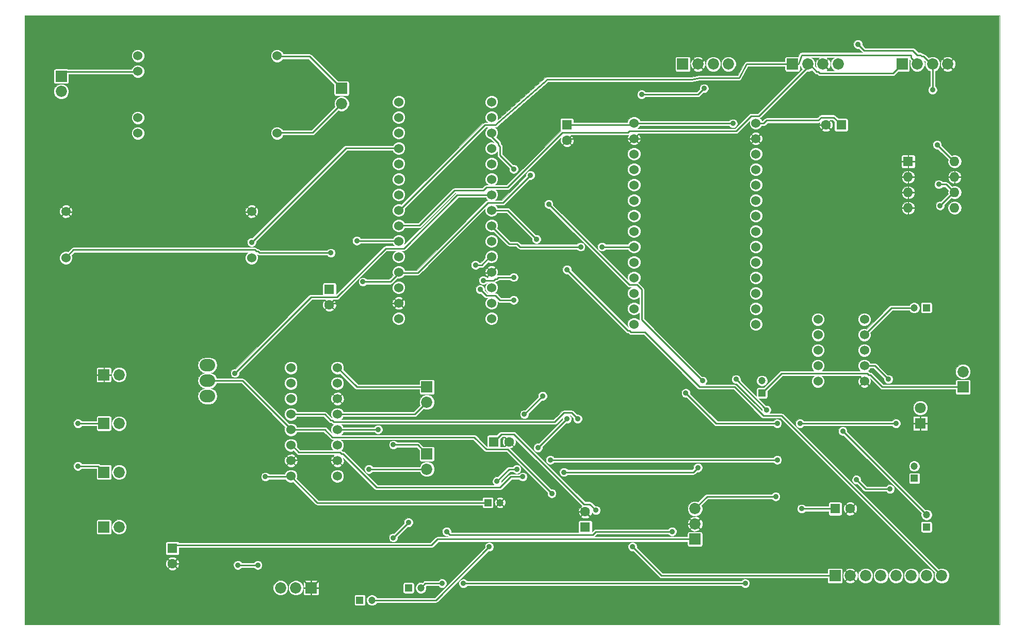
<source format=gbr>
G04 #@! TF.FileFunction,Copper,L2,Bot,Signal*
%FSLAX46Y46*%
G04 Gerber Fmt 4.6, Leading zero omitted, Abs format (unit mm)*
G04 Created by KiCad (PCBNEW 4.0.5) date 06/25/17 19:58:10*
%MOMM*%
%LPD*%
G01*
G04 APERTURE LIST*
%ADD10C,0.150000*%
%ADD11C,0.100000*%
%ADD12R,1.200000X1.200000*%
%ADD13C,1.200000*%
%ADD14R,1.600000X1.600000*%
%ADD15C,1.600000*%
%ADD16R,1.800000X1.800000*%
%ADD17C,1.800000*%
%ADD18R,1.850000X1.850000*%
%ADD19C,1.850000*%
%ADD20O,2.540000X2.032000*%
%ADD21C,1.524000*%
%ADD22O,1.600000X1.600000*%
%ADD23C,0.889000*%
%ADD24C,0.254000*%
%ADD25C,0.250000*%
G04 APERTURE END LIST*
D10*
D11*
X60000000Y-140000000D02*
X60000000Y-40000000D01*
X220000000Y-140000000D02*
X60000000Y-140000000D01*
X220000000Y-40000000D02*
X220000000Y-140000000D01*
X60000000Y-40000000D02*
X220000000Y-40000000D01*
D12*
X136000000Y-120000000D03*
D13*
X138000000Y-120000000D03*
D14*
X84250000Y-127500000D03*
D15*
X84250000Y-130000000D03*
D14*
X193000000Y-121000000D03*
D15*
X195500000Y-121000000D03*
D14*
X152000000Y-124000000D03*
D15*
X152000000Y-121500000D03*
D14*
X110000000Y-85000000D03*
D15*
X110000000Y-87500000D03*
D12*
X115000000Y-136000000D03*
D13*
X117000000Y-136000000D03*
D12*
X123000000Y-134000000D03*
D13*
X125000000Y-134000000D03*
D14*
X194000000Y-58000000D03*
D15*
X191500000Y-58000000D03*
D14*
X137000000Y-110000000D03*
D15*
X139500000Y-110000000D03*
D14*
X149000000Y-58000000D03*
D15*
X149000000Y-60500000D03*
D12*
X206000000Y-116000000D03*
D13*
X206000000Y-114000000D03*
D12*
X181000000Y-102000000D03*
D13*
X181000000Y-100000000D03*
D12*
X208000000Y-124000000D03*
D13*
X208000000Y-122000000D03*
D12*
X208000000Y-88000000D03*
D13*
X206000000Y-88000000D03*
D16*
X207000000Y-107000000D03*
D17*
X207000000Y-104460000D03*
D18*
X66000000Y-50000000D03*
D19*
X66000000Y-52500000D03*
D18*
X170000000Y-126000000D03*
D19*
X170000000Y-123500000D03*
X170000000Y-121000000D03*
D18*
X73000000Y-124000000D03*
D19*
X75500000Y-124000000D03*
D18*
X73000000Y-115000000D03*
D19*
X75500000Y-115000000D03*
D18*
X73000000Y-107000000D03*
D19*
X75500000Y-107000000D03*
D18*
X73000000Y-99000000D03*
D19*
X75500000Y-99000000D03*
D18*
X107000000Y-134000000D03*
D19*
X104500000Y-134000000D03*
X102000000Y-134000000D03*
D18*
X112000000Y-52000000D03*
D19*
X112000000Y-54500000D03*
D18*
X126000000Y-101000000D03*
D19*
X126000000Y-103500000D03*
D18*
X126000000Y-112000000D03*
D19*
X126000000Y-114500000D03*
D18*
X168000000Y-48000000D03*
D19*
X170500000Y-48000000D03*
X173000000Y-48000000D03*
X175500000Y-48000000D03*
D18*
X186000000Y-48000000D03*
D19*
X188500000Y-48000000D03*
X191000000Y-48000000D03*
X193500000Y-48000000D03*
D18*
X204000000Y-48000000D03*
D19*
X206500000Y-48000000D03*
X209000000Y-48000000D03*
X211500000Y-48000000D03*
D18*
X193000000Y-132000000D03*
D19*
X195500000Y-132000000D03*
X198000000Y-132000000D03*
X200500000Y-132000000D03*
X203000000Y-132000000D03*
X205500000Y-132000000D03*
X208000000Y-132000000D03*
X210500000Y-132000000D03*
D18*
X214000000Y-101000000D03*
D19*
X214000000Y-98500000D03*
D20*
X90000000Y-100000000D03*
X90000000Y-97460000D03*
X90000000Y-102540000D03*
D21*
X66760000Y-72190000D03*
X66760000Y-79810000D03*
X97240000Y-72190000D03*
X97240000Y-79810000D03*
X78570000Y-56810000D03*
X78570000Y-49190000D03*
X78570000Y-46650000D03*
X78570000Y-59350000D03*
X101430000Y-46650000D03*
X101430000Y-59350000D03*
X111310000Y-108020000D03*
X111310000Y-110560000D03*
X111310000Y-113100000D03*
X111310000Y-115640000D03*
X111310000Y-105480000D03*
X111310000Y-102940000D03*
X111310000Y-100400000D03*
X111310000Y-97860000D03*
X103690000Y-115640000D03*
X103690000Y-113100000D03*
X103690000Y-110560000D03*
X103690000Y-108020000D03*
X103690000Y-105480000D03*
X103690000Y-102940000D03*
X103690000Y-100400000D03*
X103690000Y-97860000D03*
X136620000Y-74540000D03*
X136620000Y-77080000D03*
X136620000Y-79620000D03*
X136620000Y-82160000D03*
X136620000Y-84700000D03*
X136620000Y-87240000D03*
X136620000Y-89780000D03*
X136620000Y-72000000D03*
X136620000Y-69460000D03*
X136620000Y-66920000D03*
X136620000Y-64380000D03*
X136620000Y-61840000D03*
X136620000Y-59300000D03*
X136620000Y-56760000D03*
X136620000Y-54220000D03*
X121380000Y-54220000D03*
X121380000Y-56760000D03*
X121380000Y-59300000D03*
X121380000Y-61840000D03*
X121380000Y-64380000D03*
X121380000Y-66920000D03*
X121380000Y-69460000D03*
X121380000Y-72000000D03*
X121380000Y-74540000D03*
X121380000Y-77080000D03*
X121380000Y-79620000D03*
X121380000Y-82160000D03*
X121380000Y-84700000D03*
X121380000Y-87240000D03*
X121380000Y-89780000D03*
X180000000Y-90700000D03*
X180000000Y-88160000D03*
X180000000Y-85620000D03*
X180000000Y-83080000D03*
X180000000Y-80540000D03*
X180000000Y-78000000D03*
X180000000Y-75460000D03*
X180000000Y-72920000D03*
X180000000Y-70380000D03*
X180000000Y-67840000D03*
X180000000Y-65300000D03*
X180000000Y-62760000D03*
X180000000Y-60220000D03*
X180000000Y-57680000D03*
X160000000Y-90700000D03*
X160000000Y-88160000D03*
X160000000Y-85620000D03*
X160000000Y-83080000D03*
X160000000Y-80540000D03*
X160000000Y-78000000D03*
X160000000Y-75460000D03*
X160000000Y-72920000D03*
X160000000Y-70380000D03*
X160000000Y-67840000D03*
X160000000Y-65300000D03*
X160000000Y-62760000D03*
X160000000Y-60220000D03*
X160000000Y-57680000D03*
X197810000Y-95000000D03*
X197810000Y-97540000D03*
X197810000Y-100080000D03*
X197810000Y-92460000D03*
X197810000Y-89920000D03*
X190190000Y-95000000D03*
X190190000Y-97540000D03*
X190190000Y-100080000D03*
X190190000Y-92460000D03*
X190190000Y-89920000D03*
D14*
X205000000Y-64000000D03*
D22*
X212620000Y-71620000D03*
X205000000Y-66540000D03*
X212620000Y-69080000D03*
X205000000Y-69080000D03*
X212620000Y-66540000D03*
X205000000Y-71620000D03*
X212620000Y-64000000D03*
D23*
X99500000Y-115750000D03*
X140250000Y-78500000D03*
X126250000Y-126000000D03*
X122250000Y-130000000D03*
X94750000Y-132500000D03*
X68750000Y-101000000D03*
X187750000Y-44750000D03*
X91000000Y-130000000D03*
X143000000Y-66250000D03*
X129250000Y-124750000D03*
X166250000Y-124750000D03*
X209000000Y-52250000D03*
X209750000Y-61250000D03*
X115500000Y-83750000D03*
X176250000Y-57750000D03*
X196750000Y-44750000D03*
X183250000Y-119000000D03*
X187500000Y-121000000D03*
X146500000Y-118500000D03*
X141750000Y-115750000D03*
X146250000Y-113000000D03*
X183500000Y-113000000D03*
X150750000Y-106250000D03*
X120500000Y-125750000D03*
X123000000Y-123250000D03*
X142000000Y-105500000D03*
X145000000Y-102500000D03*
X170500000Y-114250000D03*
X148500000Y-115000000D03*
X136250000Y-127250000D03*
X194250000Y-108250000D03*
X137500000Y-116500000D03*
X140750000Y-114500000D03*
X144250000Y-111000000D03*
X149000000Y-106250000D03*
X128500000Y-133250000D03*
X132000000Y-133250000D03*
X178250000Y-133250000D03*
X196500000Y-116250000D03*
X202000000Y-117750000D03*
X201750000Y-99750000D03*
X153750000Y-121250000D03*
X159750000Y-127250000D03*
X168500000Y-102000000D03*
X183500000Y-107000000D03*
X187250000Y-107000000D03*
X203000000Y-107000000D03*
X110250000Y-79000000D03*
X114500000Y-77000000D03*
X97250000Y-77250000D03*
X68750000Y-114000000D03*
X68750000Y-107000000D03*
X95000000Y-130250000D03*
X98250000Y-130250000D03*
X120500000Y-110500000D03*
X118000000Y-108000000D03*
X116500000Y-114500000D03*
X171500000Y-52000000D03*
X161250000Y-53000000D03*
X210250000Y-71250000D03*
X210000000Y-67750000D03*
X149000000Y-81750000D03*
X144000000Y-76750000D03*
X94500000Y-98750000D03*
X171250000Y-100000000D03*
X146000000Y-71000000D03*
X140250000Y-65250000D03*
X134000000Y-81000000D03*
X134750000Y-85000000D03*
X140250000Y-86750000D03*
X176750000Y-99750000D03*
X181750000Y-104750000D03*
X151250000Y-78000000D03*
X154750000Y-78000000D03*
X135250000Y-83500000D03*
X140250000Y-83000000D03*
D24*
X103690000Y-115640000D02*
X103750000Y-115750000D01*
X103750000Y-115750000D02*
X108000000Y-120000000D01*
X108000000Y-120000000D02*
X136000000Y-120000000D01*
X99500000Y-115750000D02*
X103750000Y-115750000D01*
X103750000Y-115750000D02*
X103690000Y-115640000D01*
X136620000Y-82160000D02*
X136500000Y-82250000D01*
X136500000Y-82250000D02*
X140250000Y-78500000D01*
X126250000Y-126000000D02*
X131250000Y-121000000D01*
X131250000Y-121000000D02*
X137000000Y-121000000D01*
X137000000Y-121000000D02*
X138000000Y-120000000D01*
X197810000Y-100080000D02*
X197750000Y-100000000D01*
X197750000Y-100000000D02*
X204750000Y-107000000D01*
X204750000Y-107000000D02*
X207000000Y-107000000D01*
X107000000Y-134000000D02*
X111000000Y-130000000D01*
X111000000Y-130000000D02*
X122250000Y-130000000D01*
X191500000Y-58000000D02*
X197500000Y-64000000D01*
X197500000Y-64000000D02*
X205000000Y-64000000D01*
X121380000Y-87240000D02*
X121500000Y-87250000D01*
X121500000Y-87250000D02*
X126500000Y-82250000D01*
X126500000Y-82250000D02*
X136500000Y-82250000D01*
X136500000Y-82250000D02*
X136620000Y-82160000D01*
X170000000Y-123500000D02*
X171250000Y-122250000D01*
X171250000Y-122250000D02*
X194250000Y-122250000D01*
X194250000Y-122250000D02*
X195500000Y-121000000D01*
X66760000Y-72190000D02*
X66750000Y-72250000D01*
X66750000Y-72250000D02*
X97250000Y-72250000D01*
X97250000Y-72250000D02*
X97240000Y-72190000D01*
X107000000Y-134000000D02*
X105500000Y-132500000D01*
X105500000Y-132500000D02*
X94750000Y-132500000D01*
X152000000Y-121500000D02*
X154000000Y-123500000D01*
X154000000Y-123500000D02*
X170000000Y-123500000D01*
X68750000Y-101000000D02*
X70750000Y-99000000D01*
X70750000Y-99000000D02*
X73000000Y-99000000D01*
X187750000Y-44750000D02*
X186000000Y-46500000D01*
X186000000Y-46500000D02*
X172500000Y-46500000D01*
X172500000Y-46500000D02*
X172250000Y-46750000D01*
X172250000Y-46750000D02*
X172000000Y-46750000D01*
X172000000Y-46750000D02*
X170750000Y-48000000D01*
X170750000Y-48000000D02*
X170500000Y-48000000D01*
X160000000Y-60220000D02*
X160000000Y-60250000D01*
X160000000Y-60250000D02*
X180000000Y-60250000D01*
X180000000Y-60250000D02*
X180000000Y-60220000D01*
X180000000Y-60220000D02*
X180000000Y-60250000D01*
X180000000Y-60250000D02*
X182250000Y-58000000D01*
X182250000Y-58000000D02*
X191500000Y-58000000D01*
X138000000Y-120000000D02*
X139500000Y-121500000D01*
X139500000Y-121500000D02*
X152000000Y-121500000D01*
X110000000Y-87500000D02*
X110250000Y-87250000D01*
X110250000Y-87250000D02*
X121500000Y-87250000D01*
X121500000Y-87250000D02*
X121380000Y-87240000D01*
X149000000Y-60500000D02*
X149250000Y-60250000D01*
X149250000Y-60250000D02*
X160000000Y-60250000D01*
X160000000Y-60250000D02*
X160000000Y-60220000D01*
X91000000Y-130000000D02*
X84250000Y-130000000D01*
X111310000Y-113100000D02*
X111250000Y-113000000D01*
X111250000Y-113000000D02*
X103750000Y-113000000D01*
X103750000Y-113000000D02*
X103690000Y-113100000D01*
X205000000Y-66540000D02*
X205000000Y-66500000D01*
X205000000Y-66500000D02*
X212500000Y-66500000D01*
X212500000Y-66500000D02*
X212620000Y-66540000D01*
X84250000Y-127500000D02*
X84750000Y-127000000D01*
X84750000Y-127000000D02*
X126750000Y-127000000D01*
X126750000Y-127000000D02*
X127750000Y-126000000D01*
X127750000Y-126000000D02*
X170000000Y-126000000D01*
X143000000Y-66250000D02*
X138500000Y-70750000D01*
X138500000Y-70750000D02*
X136000000Y-70750000D01*
X136000000Y-70750000D02*
X124500000Y-82250000D01*
X124500000Y-82250000D02*
X121500000Y-82250000D01*
X121500000Y-82250000D02*
X121380000Y-82160000D01*
X129250000Y-124750000D02*
X129750000Y-125250000D01*
X129750000Y-125250000D02*
X153250000Y-125250000D01*
X153250000Y-125250000D02*
X153750000Y-124750000D01*
X153750000Y-124750000D02*
X166250000Y-124750000D01*
X209000000Y-48000000D02*
X209000000Y-52250000D01*
X209750000Y-61250000D02*
X212500000Y-64000000D01*
X212500000Y-64000000D02*
X212620000Y-64000000D01*
X121380000Y-82160000D02*
X121500000Y-82250000D01*
X121500000Y-82250000D02*
X120000000Y-83750000D01*
X120000000Y-83750000D02*
X115500000Y-83750000D01*
X176250000Y-57750000D02*
X160000000Y-57750000D01*
X160000000Y-57750000D02*
X160000000Y-57680000D01*
X196750000Y-44750000D02*
X197750000Y-45750000D01*
X197750000Y-45750000D02*
X205750000Y-45750000D01*
X205750000Y-45750000D02*
X206500000Y-46500000D01*
X206500000Y-46500000D02*
X207000000Y-46500000D01*
X207000000Y-46500000D02*
X207250000Y-46750000D01*
X207250000Y-46750000D02*
X207500000Y-46750000D01*
X207500000Y-46750000D02*
X208750000Y-48000000D01*
X208750000Y-48000000D02*
X209000000Y-48000000D01*
X170000000Y-121000000D02*
X172000000Y-119000000D01*
X172000000Y-119000000D02*
X183250000Y-119000000D01*
X194000000Y-58000000D02*
X192750000Y-56750000D01*
X192750000Y-56750000D02*
X190750000Y-56750000D01*
X190750000Y-56750000D02*
X190250000Y-57250000D01*
X190250000Y-57250000D02*
X181750000Y-57250000D01*
X181750000Y-57250000D02*
X181250000Y-57750000D01*
X181250000Y-57750000D02*
X180000000Y-57750000D01*
X180000000Y-57750000D02*
X180000000Y-57680000D01*
X160000000Y-57680000D02*
X160000000Y-57750000D01*
X160000000Y-57750000D02*
X159750000Y-58000000D01*
X159750000Y-58000000D02*
X149000000Y-58000000D01*
X187500000Y-121000000D02*
X193000000Y-121000000D01*
X146500000Y-118500000D02*
X139250000Y-111250000D01*
X139250000Y-111250000D02*
X135750000Y-111250000D01*
X135750000Y-111250000D02*
X133750000Y-109250000D01*
X133750000Y-109250000D02*
X110500000Y-109250000D01*
X110500000Y-109250000D02*
X109250000Y-108000000D01*
X109250000Y-108000000D02*
X103750000Y-108000000D01*
X103750000Y-108000000D02*
X103690000Y-108020000D01*
X103690000Y-108020000D02*
X103750000Y-108000000D01*
X103750000Y-108000000D02*
X95750000Y-100000000D01*
X95750000Y-100000000D02*
X90000000Y-100000000D01*
X103690000Y-110560000D02*
X104000000Y-110750000D01*
X104000000Y-110750000D02*
X105000000Y-111750000D01*
X105000000Y-111750000D02*
X111750000Y-111750000D01*
X111750000Y-111750000D02*
X112000000Y-112000000D01*
X112000000Y-112000000D02*
X112250000Y-112000000D01*
X112250000Y-112000000D02*
X117750000Y-117500000D01*
X117750000Y-117500000D02*
X138000000Y-117500000D01*
X138000000Y-117500000D02*
X139750000Y-115750000D01*
X139750000Y-115750000D02*
X141750000Y-115750000D01*
X146250000Y-113000000D02*
X183500000Y-113000000D01*
X150750000Y-106250000D02*
X149750000Y-105250000D01*
X149750000Y-105250000D02*
X148500000Y-105250000D01*
X148500000Y-105250000D02*
X147000000Y-106750000D01*
X147000000Y-106750000D02*
X110750000Y-106750000D01*
X110750000Y-106750000D02*
X110500000Y-106500000D01*
X110500000Y-106500000D02*
X110250000Y-106500000D01*
X110250000Y-106500000D02*
X109250000Y-105500000D01*
X109250000Y-105500000D02*
X103750000Y-105500000D01*
X103750000Y-105500000D02*
X103690000Y-105480000D01*
X120500000Y-125750000D02*
X123000000Y-123250000D01*
X142000000Y-105500000D02*
X145000000Y-102500000D01*
X170500000Y-114250000D02*
X169750000Y-115000000D01*
X169750000Y-115000000D02*
X148500000Y-115000000D01*
X136250000Y-127250000D02*
X127500000Y-136000000D01*
X127500000Y-136000000D02*
X117000000Y-136000000D01*
X194250000Y-108250000D02*
X208000000Y-122000000D01*
X137500000Y-116500000D02*
X139500000Y-114500000D01*
X139500000Y-114500000D02*
X140750000Y-114500000D01*
X144250000Y-111000000D02*
X149000000Y-106250000D01*
X125000000Y-134000000D02*
X125750000Y-133250000D01*
X125750000Y-133250000D02*
X128500000Y-133250000D01*
X132000000Y-133250000D02*
X178250000Y-133250000D01*
X196500000Y-116250000D02*
X198000000Y-117750000D01*
X198000000Y-117750000D02*
X202000000Y-117750000D01*
X201750000Y-99750000D02*
X199500000Y-97500000D01*
X199500000Y-97500000D02*
X197750000Y-97500000D01*
X197750000Y-97500000D02*
X197810000Y-97540000D01*
X137000000Y-110000000D02*
X138250000Y-108750000D01*
X138250000Y-108750000D02*
X140250000Y-108750000D01*
X140250000Y-108750000D02*
X151750000Y-120250000D01*
X151750000Y-120250000D02*
X152750000Y-120250000D01*
X152750000Y-120250000D02*
X153750000Y-121250000D01*
X159750000Y-127250000D02*
X164500000Y-132000000D01*
X164500000Y-132000000D02*
X193000000Y-132000000D01*
X181000000Y-102000000D02*
X184250000Y-98750000D01*
X184250000Y-98750000D02*
X198250000Y-98750000D01*
X198250000Y-98750000D02*
X198500000Y-99000000D01*
X198500000Y-99000000D02*
X198750000Y-99000000D01*
X198750000Y-99000000D02*
X200750000Y-101000000D01*
X200750000Y-101000000D02*
X214000000Y-101000000D01*
X197810000Y-92460000D02*
X197750000Y-92500000D01*
X197750000Y-92500000D02*
X202250000Y-88000000D01*
X202250000Y-88000000D02*
X206000000Y-88000000D01*
X168500000Y-102000000D02*
X173500000Y-107000000D01*
X173500000Y-107000000D02*
X183500000Y-107000000D01*
X187250000Y-107000000D02*
X203000000Y-107000000D01*
X66000000Y-50000000D02*
X66750000Y-49250000D01*
X66750000Y-49250000D02*
X78500000Y-49250000D01*
X78500000Y-49250000D02*
X78570000Y-49190000D01*
X66760000Y-79810000D02*
X66750000Y-79750000D01*
X66750000Y-79750000D02*
X68000000Y-78500000D01*
X68000000Y-78500000D02*
X97750000Y-78500000D01*
X97750000Y-78500000D02*
X98000000Y-78750000D01*
X98000000Y-78750000D02*
X98250000Y-78750000D01*
X98250000Y-78750000D02*
X98500000Y-79000000D01*
X98500000Y-79000000D02*
X110250000Y-79000000D01*
X114500000Y-77000000D02*
X121500000Y-77000000D01*
X121500000Y-77000000D02*
X121380000Y-77080000D01*
X97250000Y-77250000D02*
X112750000Y-61750000D01*
X112750000Y-61750000D02*
X121500000Y-61750000D01*
X121500000Y-61750000D02*
X121380000Y-61840000D01*
X73000000Y-115000000D02*
X72000000Y-114000000D01*
X72000000Y-114000000D02*
X68750000Y-114000000D01*
X73000000Y-107000000D02*
X68750000Y-107000000D01*
X95000000Y-130250000D02*
X98250000Y-130250000D01*
X112000000Y-52000000D02*
X106750000Y-46750000D01*
X106750000Y-46750000D02*
X101500000Y-46750000D01*
X101500000Y-46750000D02*
X101430000Y-46650000D01*
X112000000Y-54500000D02*
X107250000Y-59250000D01*
X107250000Y-59250000D02*
X101500000Y-59250000D01*
X101500000Y-59250000D02*
X101430000Y-59350000D01*
X111310000Y-97860000D02*
X111250000Y-97750000D01*
X111250000Y-97750000D02*
X114500000Y-101000000D01*
X114500000Y-101000000D02*
X126000000Y-101000000D01*
X126000000Y-103500000D02*
X124000000Y-105500000D01*
X124000000Y-105500000D02*
X111250000Y-105500000D01*
X111250000Y-105500000D02*
X111310000Y-105480000D01*
X126000000Y-112000000D02*
X124500000Y-110500000D01*
X124500000Y-110500000D02*
X120500000Y-110500000D01*
X118000000Y-108000000D02*
X111250000Y-108000000D01*
X111250000Y-108000000D02*
X111310000Y-108020000D01*
X116500000Y-114500000D02*
X126000000Y-114500000D01*
X171500000Y-52000000D02*
X170500000Y-53000000D01*
X170500000Y-53000000D02*
X161250000Y-53000000D01*
D25*
X121380000Y-72000000D02*
X121500000Y-72000000D01*
X121500000Y-72000000D02*
X135500000Y-58000000D01*
X135500000Y-58000000D02*
X137250000Y-58000000D01*
X137250000Y-58000000D02*
X145750000Y-50500000D01*
X145750000Y-50500000D02*
X169500000Y-50500000D01*
X169500000Y-50500000D02*
X170750000Y-50250000D01*
X170750000Y-50250000D02*
X177250000Y-50250000D01*
X177250000Y-50250000D02*
X178500000Y-48000000D01*
X178500000Y-48000000D02*
X187000000Y-48000000D01*
X187000000Y-48000000D02*
X187500000Y-46500000D01*
X187500000Y-46500000D02*
X205500000Y-46500000D01*
X205500000Y-46500000D02*
X205500000Y-47000000D01*
X205500000Y-47000000D02*
X206500000Y-48000000D01*
D24*
X188500000Y-48000000D02*
X188500000Y-48500000D01*
X188500000Y-48500000D02*
X180500000Y-56500000D01*
X180500000Y-56500000D02*
X179250000Y-56500000D01*
X179250000Y-56500000D02*
X176750000Y-59000000D01*
X176750000Y-59000000D02*
X159250000Y-59000000D01*
X159250000Y-59000000D02*
X159000000Y-59250000D01*
X159000000Y-59250000D02*
X148250000Y-59250000D01*
X148250000Y-59250000D02*
X139250000Y-68250000D01*
X139250000Y-68250000D02*
X135750000Y-68250000D01*
X135750000Y-68250000D02*
X135250000Y-68750000D01*
X135250000Y-68750000D02*
X130500000Y-68750000D01*
X130500000Y-68750000D02*
X124750000Y-74500000D01*
X124750000Y-74500000D02*
X121500000Y-74500000D01*
X121500000Y-74500000D02*
X121380000Y-74540000D01*
X210250000Y-71250000D02*
X212500000Y-69000000D01*
X212500000Y-69000000D02*
X212620000Y-69080000D01*
X212620000Y-69080000D02*
X212500000Y-69000000D01*
X212500000Y-69000000D02*
X211250000Y-67750000D01*
X211250000Y-67750000D02*
X210000000Y-67750000D01*
X204000000Y-48000000D02*
X202500000Y-49500000D01*
X202500000Y-49500000D02*
X190500000Y-49500000D01*
X190500000Y-49500000D02*
X190250000Y-49250000D01*
X190250000Y-49250000D02*
X190000000Y-49250000D01*
X190000000Y-49250000D02*
X188750000Y-48000000D01*
X188750000Y-48000000D02*
X188500000Y-48000000D01*
X210500000Y-132000000D02*
X184250000Y-105750000D01*
X184250000Y-105750000D02*
X181250000Y-105750000D01*
X181250000Y-105750000D02*
X176500000Y-101000000D01*
X176500000Y-101000000D02*
X170750000Y-101000000D01*
X170750000Y-101000000D02*
X161750000Y-92000000D01*
X161750000Y-92000000D02*
X159500000Y-92000000D01*
X159500000Y-92000000D02*
X159250000Y-91750000D01*
X159250000Y-91750000D02*
X159000000Y-91750000D01*
X159000000Y-91750000D02*
X149000000Y-81750000D01*
X144000000Y-76750000D02*
X139250000Y-72000000D01*
X139250000Y-72000000D02*
X136620000Y-72000000D01*
X94500000Y-98750000D02*
X107000000Y-86250000D01*
X107000000Y-86250000D02*
X111250000Y-86250000D01*
X111250000Y-86250000D02*
X119250000Y-78250000D01*
X119250000Y-78250000D02*
X122250000Y-78250000D01*
X122250000Y-78250000D02*
X131000000Y-69500000D01*
X131000000Y-69500000D02*
X136500000Y-69500000D01*
X136500000Y-69500000D02*
X136620000Y-69460000D01*
X171250000Y-100000000D02*
X161250000Y-90000000D01*
X161250000Y-90000000D02*
X161250000Y-85000000D01*
X161250000Y-85000000D02*
X160500000Y-84250000D01*
X160500000Y-84250000D02*
X159250000Y-84250000D01*
X159250000Y-84250000D02*
X146000000Y-71000000D01*
X140250000Y-65250000D02*
X138000000Y-63000000D01*
X138000000Y-63000000D02*
X138000000Y-61500000D01*
X138000000Y-61500000D02*
X137750000Y-61250000D01*
X137750000Y-61250000D02*
X137750000Y-61000000D01*
X137750000Y-61000000D02*
X136500000Y-59750000D01*
X136500000Y-59750000D02*
X136500000Y-59250000D01*
X136500000Y-59250000D02*
X136620000Y-59300000D01*
X136620000Y-79620000D02*
X136250000Y-79750000D01*
X136250000Y-79750000D02*
X135000000Y-81000000D01*
X135000000Y-81000000D02*
X134000000Y-81000000D01*
X134750000Y-85000000D02*
X135750000Y-86000000D01*
X135750000Y-86000000D02*
X137250000Y-86000000D01*
X137250000Y-86000000D02*
X138000000Y-86750000D01*
X138000000Y-86750000D02*
X140250000Y-86750000D01*
X176750000Y-99750000D02*
X181750000Y-104750000D01*
X136620000Y-74540000D02*
X136500000Y-74500000D01*
X136500000Y-74500000D02*
X139500000Y-77500000D01*
X139500000Y-77500000D02*
X140750000Y-77500000D01*
X140750000Y-77500000D02*
X141250000Y-78000000D01*
X141250000Y-78000000D02*
X151250000Y-78000000D01*
X154750000Y-78000000D02*
X160000000Y-78000000D01*
X135250000Y-83500000D02*
X137000000Y-83500000D01*
X137000000Y-83500000D02*
X137250000Y-83250000D01*
X137250000Y-83250000D02*
X137500000Y-83250000D01*
X137500000Y-83250000D02*
X137750000Y-83000000D01*
X137750000Y-83000000D02*
X140250000Y-83000000D01*
D11*
G36*
X219900000Y-139900000D02*
X60100000Y-139900000D01*
X60100000Y-135400000D01*
X114090045Y-135400000D01*
X114090045Y-136600000D01*
X114111243Y-136712655D01*
X114177822Y-136816123D01*
X114279410Y-136885535D01*
X114400000Y-136909955D01*
X115600000Y-136909955D01*
X115712655Y-136888757D01*
X115816123Y-136822178D01*
X115885535Y-136720590D01*
X115909955Y-136600000D01*
X115909955Y-136179028D01*
X116095844Y-136179028D01*
X116233180Y-136511406D01*
X116487257Y-136765927D01*
X116819394Y-136903842D01*
X117179028Y-136904156D01*
X117511406Y-136766820D01*
X117765927Y-136512743D01*
X117799870Y-136431000D01*
X127500000Y-136431000D01*
X127664937Y-136398192D01*
X127804763Y-136304763D01*
X130711293Y-133398233D01*
X131251370Y-133398233D01*
X131365083Y-133673437D01*
X131575455Y-133884177D01*
X131850461Y-133998370D01*
X132148233Y-133998630D01*
X132423437Y-133884917D01*
X132627711Y-133681000D01*
X177622633Y-133681000D01*
X177825455Y-133884177D01*
X178100461Y-133998370D01*
X178398233Y-133998630D01*
X178673437Y-133884917D01*
X178884177Y-133674545D01*
X178998370Y-133399539D01*
X178998630Y-133101767D01*
X178884917Y-132826563D01*
X178674545Y-132615823D01*
X178399539Y-132501630D01*
X178101767Y-132501370D01*
X177826563Y-132615083D01*
X177622289Y-132819000D01*
X132627367Y-132819000D01*
X132424545Y-132615823D01*
X132149539Y-132501630D01*
X131851767Y-132501370D01*
X131576563Y-132615083D01*
X131365823Y-132825455D01*
X131251630Y-133100461D01*
X131251370Y-133398233D01*
X130711293Y-133398233D01*
X136111147Y-127998379D01*
X136398233Y-127998630D01*
X136673437Y-127884917D01*
X136884177Y-127674545D01*
X136998370Y-127399539D01*
X136998371Y-127398233D01*
X159001370Y-127398233D01*
X159115083Y-127673437D01*
X159325455Y-127884177D01*
X159600461Y-127998370D01*
X159889096Y-127998622D01*
X164195237Y-132304763D01*
X164335063Y-132398192D01*
X164500000Y-132431000D01*
X191765045Y-132431000D01*
X191765045Y-132925000D01*
X191786243Y-133037655D01*
X191852822Y-133141123D01*
X191954410Y-133210535D01*
X192075000Y-133234955D01*
X193925000Y-133234955D01*
X194037655Y-133213757D01*
X194141123Y-133147178D01*
X194210535Y-133045590D01*
X194234955Y-132925000D01*
X194234955Y-132884984D01*
X194723910Y-132884984D01*
X194827145Y-133057105D01*
X195282900Y-133234128D01*
X195771706Y-133223266D01*
X196172855Y-133057105D01*
X196276090Y-132884984D01*
X195500000Y-132108894D01*
X194723910Y-132884984D01*
X194234955Y-132884984D01*
X194234955Y-131782900D01*
X194265872Y-131782900D01*
X194276734Y-132271706D01*
X194442895Y-132672855D01*
X194615016Y-132776090D01*
X195391106Y-132000000D01*
X195608894Y-132000000D01*
X196384984Y-132776090D01*
X196557105Y-132672855D01*
X196723916Y-132243391D01*
X196770787Y-132243391D01*
X196957497Y-132695263D01*
X197302918Y-133041288D01*
X197754464Y-133228787D01*
X198243391Y-133229213D01*
X198695263Y-133042503D01*
X199041288Y-132697082D01*
X199228787Y-132245536D01*
X199228788Y-132243391D01*
X199270787Y-132243391D01*
X199457497Y-132695263D01*
X199802918Y-133041288D01*
X200254464Y-133228787D01*
X200743391Y-133229213D01*
X201195263Y-133042503D01*
X201541288Y-132697082D01*
X201728787Y-132245536D01*
X201728788Y-132243391D01*
X201770787Y-132243391D01*
X201957497Y-132695263D01*
X202302918Y-133041288D01*
X202754464Y-133228787D01*
X203243391Y-133229213D01*
X203695263Y-133042503D01*
X204041288Y-132697082D01*
X204228787Y-132245536D01*
X204228788Y-132243391D01*
X204270787Y-132243391D01*
X204457497Y-132695263D01*
X204802918Y-133041288D01*
X205254464Y-133228787D01*
X205743391Y-133229213D01*
X206195263Y-133042503D01*
X206541288Y-132697082D01*
X206728787Y-132245536D01*
X206728788Y-132243391D01*
X206770787Y-132243391D01*
X206957497Y-132695263D01*
X207302918Y-133041288D01*
X207754464Y-133228787D01*
X208243391Y-133229213D01*
X208695263Y-133042503D01*
X209041288Y-132697082D01*
X209228787Y-132245536D01*
X209229213Y-131756609D01*
X209042503Y-131304737D01*
X208697082Y-130958712D01*
X208245536Y-130771213D01*
X207756609Y-130770787D01*
X207304737Y-130957497D01*
X206958712Y-131302918D01*
X206771213Y-131754464D01*
X206770787Y-132243391D01*
X206728788Y-132243391D01*
X206729213Y-131756609D01*
X206542503Y-131304737D01*
X206197082Y-130958712D01*
X205745536Y-130771213D01*
X205256609Y-130770787D01*
X204804737Y-130957497D01*
X204458712Y-131302918D01*
X204271213Y-131754464D01*
X204270787Y-132243391D01*
X204228788Y-132243391D01*
X204229213Y-131756609D01*
X204042503Y-131304737D01*
X203697082Y-130958712D01*
X203245536Y-130771213D01*
X202756609Y-130770787D01*
X202304737Y-130957497D01*
X201958712Y-131302918D01*
X201771213Y-131754464D01*
X201770787Y-132243391D01*
X201728788Y-132243391D01*
X201729213Y-131756609D01*
X201542503Y-131304737D01*
X201197082Y-130958712D01*
X200745536Y-130771213D01*
X200256609Y-130770787D01*
X199804737Y-130957497D01*
X199458712Y-131302918D01*
X199271213Y-131754464D01*
X199270787Y-132243391D01*
X199228788Y-132243391D01*
X199229213Y-131756609D01*
X199042503Y-131304737D01*
X198697082Y-130958712D01*
X198245536Y-130771213D01*
X197756609Y-130770787D01*
X197304737Y-130957497D01*
X196958712Y-131302918D01*
X196771213Y-131754464D01*
X196770787Y-132243391D01*
X196723916Y-132243391D01*
X196734128Y-132217100D01*
X196723266Y-131728294D01*
X196557105Y-131327145D01*
X196384984Y-131223910D01*
X195608894Y-132000000D01*
X195391106Y-132000000D01*
X194615016Y-131223910D01*
X194442895Y-131327145D01*
X194265872Y-131782900D01*
X194234955Y-131782900D01*
X194234955Y-131115016D01*
X194723910Y-131115016D01*
X195500000Y-131891106D01*
X196276090Y-131115016D01*
X196172855Y-130942895D01*
X195717100Y-130765872D01*
X195228294Y-130776734D01*
X194827145Y-130942895D01*
X194723910Y-131115016D01*
X194234955Y-131115016D01*
X194234955Y-131075000D01*
X194213757Y-130962345D01*
X194147178Y-130858877D01*
X194045590Y-130789465D01*
X193925000Y-130765045D01*
X192075000Y-130765045D01*
X191962345Y-130786243D01*
X191858877Y-130852822D01*
X191789465Y-130954410D01*
X191765045Y-131075000D01*
X191765045Y-131569000D01*
X164678526Y-131569000D01*
X160498379Y-127388853D01*
X160498630Y-127101767D01*
X160384917Y-126826563D01*
X160174545Y-126615823D01*
X159899539Y-126501630D01*
X159601767Y-126501370D01*
X159326563Y-126615083D01*
X159115823Y-126825455D01*
X159001630Y-127100461D01*
X159001370Y-127398233D01*
X136998371Y-127398233D01*
X136998630Y-127101767D01*
X136884917Y-126826563D01*
X136674545Y-126615823D01*
X136399539Y-126501630D01*
X136101767Y-126501370D01*
X135826563Y-126615083D01*
X135615823Y-126825455D01*
X135501630Y-127100461D01*
X135501378Y-127389096D01*
X127321474Y-135569000D01*
X117800043Y-135569000D01*
X117766820Y-135488594D01*
X117512743Y-135234073D01*
X117180606Y-135096158D01*
X116820972Y-135095844D01*
X116488594Y-135233180D01*
X116234073Y-135487257D01*
X116096158Y-135819394D01*
X116095844Y-136179028D01*
X115909955Y-136179028D01*
X115909955Y-135400000D01*
X115888757Y-135287345D01*
X115822178Y-135183877D01*
X115720590Y-135114465D01*
X115600000Y-135090045D01*
X114400000Y-135090045D01*
X114287345Y-135111243D01*
X114183877Y-135177822D01*
X114114465Y-135279410D01*
X114090045Y-135400000D01*
X60100000Y-135400000D01*
X60100000Y-134243391D01*
X100770787Y-134243391D01*
X100957497Y-134695263D01*
X101302918Y-135041288D01*
X101754464Y-135228787D01*
X102243391Y-135229213D01*
X102695263Y-135042503D01*
X103041288Y-134697082D01*
X103228787Y-134245536D01*
X103228788Y-134243391D01*
X103270787Y-134243391D01*
X103457497Y-134695263D01*
X103802918Y-135041288D01*
X104254464Y-135228787D01*
X104743391Y-135229213D01*
X105195263Y-135042503D01*
X105541288Y-134697082D01*
X105728787Y-134245536D01*
X105728867Y-134153000D01*
X105771000Y-134153000D01*
X105771000Y-134985470D01*
X105817281Y-135097202D01*
X105902798Y-135182719D01*
X106014531Y-135229000D01*
X106847000Y-135229000D01*
X106923000Y-135153000D01*
X106923000Y-134077000D01*
X107077000Y-134077000D01*
X107077000Y-135153000D01*
X107153000Y-135229000D01*
X107985469Y-135229000D01*
X108097202Y-135182719D01*
X108182719Y-135097202D01*
X108229000Y-134985470D01*
X108229000Y-134153000D01*
X108153000Y-134077000D01*
X107077000Y-134077000D01*
X106923000Y-134077000D01*
X105847000Y-134077000D01*
X105771000Y-134153000D01*
X105728867Y-134153000D01*
X105729213Y-133756609D01*
X105542503Y-133304737D01*
X105252803Y-133014530D01*
X105771000Y-133014530D01*
X105771000Y-133847000D01*
X105847000Y-133923000D01*
X106923000Y-133923000D01*
X106923000Y-132847000D01*
X107077000Y-132847000D01*
X107077000Y-133923000D01*
X108153000Y-133923000D01*
X108229000Y-133847000D01*
X108229000Y-133400000D01*
X122090045Y-133400000D01*
X122090045Y-134600000D01*
X122111243Y-134712655D01*
X122177822Y-134816123D01*
X122279410Y-134885535D01*
X122400000Y-134909955D01*
X123600000Y-134909955D01*
X123712655Y-134888757D01*
X123816123Y-134822178D01*
X123885535Y-134720590D01*
X123909955Y-134600000D01*
X123909955Y-134179028D01*
X124095844Y-134179028D01*
X124233180Y-134511406D01*
X124487257Y-134765927D01*
X124819394Y-134903842D01*
X125179028Y-134904156D01*
X125511406Y-134766820D01*
X125765927Y-134512743D01*
X125903842Y-134180606D01*
X125904156Y-133820972D01*
X125870356Y-133739170D01*
X125928526Y-133681000D01*
X127872633Y-133681000D01*
X128075455Y-133884177D01*
X128350461Y-133998370D01*
X128648233Y-133998630D01*
X128923437Y-133884917D01*
X129134177Y-133674545D01*
X129248370Y-133399539D01*
X129248630Y-133101767D01*
X129134917Y-132826563D01*
X128924545Y-132615823D01*
X128649539Y-132501630D01*
X128351767Y-132501370D01*
X128076563Y-132615083D01*
X127872289Y-132819000D01*
X125750000Y-132819000D01*
X125585063Y-132851808D01*
X125475524Y-132925000D01*
X125445237Y-132945237D01*
X125260953Y-133129521D01*
X125180606Y-133096158D01*
X124820972Y-133095844D01*
X124488594Y-133233180D01*
X124234073Y-133487257D01*
X124096158Y-133819394D01*
X124095844Y-134179028D01*
X123909955Y-134179028D01*
X123909955Y-133400000D01*
X123888757Y-133287345D01*
X123822178Y-133183877D01*
X123720590Y-133114465D01*
X123600000Y-133090045D01*
X122400000Y-133090045D01*
X122287345Y-133111243D01*
X122183877Y-133177822D01*
X122114465Y-133279410D01*
X122090045Y-133400000D01*
X108229000Y-133400000D01*
X108229000Y-133014530D01*
X108182719Y-132902798D01*
X108097202Y-132817281D01*
X107985469Y-132771000D01*
X107153000Y-132771000D01*
X107077000Y-132847000D01*
X106923000Y-132847000D01*
X106847000Y-132771000D01*
X106014531Y-132771000D01*
X105902798Y-132817281D01*
X105817281Y-132902798D01*
X105771000Y-133014530D01*
X105252803Y-133014530D01*
X105197082Y-132958712D01*
X104745536Y-132771213D01*
X104256609Y-132770787D01*
X103804737Y-132957497D01*
X103458712Y-133302918D01*
X103271213Y-133754464D01*
X103270787Y-134243391D01*
X103228788Y-134243391D01*
X103229213Y-133756609D01*
X103042503Y-133304737D01*
X102697082Y-132958712D01*
X102245536Y-132771213D01*
X101756609Y-132770787D01*
X101304737Y-132957497D01*
X100958712Y-133302918D01*
X100771213Y-133754464D01*
X100770787Y-134243391D01*
X60100000Y-134243391D01*
X60100000Y-130794647D01*
X83564247Y-130794647D01*
X83652216Y-130953780D01*
X84062715Y-131109939D01*
X84501726Y-131097121D01*
X84847784Y-130953780D01*
X84935753Y-130794647D01*
X84250000Y-130108894D01*
X83564247Y-130794647D01*
X60100000Y-130794647D01*
X60100000Y-129812715D01*
X83140061Y-129812715D01*
X83152879Y-130251726D01*
X83296220Y-130597784D01*
X83455353Y-130685753D01*
X84141106Y-130000000D01*
X84358894Y-130000000D01*
X85044647Y-130685753D01*
X85203780Y-130597784D01*
X85279691Y-130398233D01*
X94251370Y-130398233D01*
X94365083Y-130673437D01*
X94575455Y-130884177D01*
X94850461Y-130998370D01*
X95148233Y-130998630D01*
X95423437Y-130884917D01*
X95627711Y-130681000D01*
X97622633Y-130681000D01*
X97825455Y-130884177D01*
X98100461Y-130998370D01*
X98398233Y-130998630D01*
X98673437Y-130884917D01*
X98884177Y-130674545D01*
X98998370Y-130399539D01*
X98998630Y-130101767D01*
X98884917Y-129826563D01*
X98674545Y-129615823D01*
X98399539Y-129501630D01*
X98101767Y-129501370D01*
X97826563Y-129615083D01*
X97622289Y-129819000D01*
X95627367Y-129819000D01*
X95424545Y-129615823D01*
X95149539Y-129501630D01*
X94851767Y-129501370D01*
X94576563Y-129615083D01*
X94365823Y-129825455D01*
X94251630Y-130100461D01*
X94251370Y-130398233D01*
X85279691Y-130398233D01*
X85359939Y-130187285D01*
X85347121Y-129748274D01*
X85203780Y-129402216D01*
X85044647Y-129314247D01*
X84358894Y-130000000D01*
X84141106Y-130000000D01*
X83455353Y-129314247D01*
X83296220Y-129402216D01*
X83140061Y-129812715D01*
X60100000Y-129812715D01*
X60100000Y-129205353D01*
X83564247Y-129205353D01*
X84250000Y-129891106D01*
X84935753Y-129205353D01*
X84847784Y-129046220D01*
X84437285Y-128890061D01*
X83998274Y-128902879D01*
X83652216Y-129046220D01*
X83564247Y-129205353D01*
X60100000Y-129205353D01*
X60100000Y-126700000D01*
X83140045Y-126700000D01*
X83140045Y-128300000D01*
X83161243Y-128412655D01*
X83227822Y-128516123D01*
X83329410Y-128585535D01*
X83450000Y-128609955D01*
X85050000Y-128609955D01*
X85162655Y-128588757D01*
X85266123Y-128522178D01*
X85335535Y-128420590D01*
X85359955Y-128300000D01*
X85359955Y-127431000D01*
X126750000Y-127431000D01*
X126914937Y-127398192D01*
X127054763Y-127304763D01*
X127928526Y-126431000D01*
X168765045Y-126431000D01*
X168765045Y-126925000D01*
X168786243Y-127037655D01*
X168852822Y-127141123D01*
X168954410Y-127210535D01*
X169075000Y-127234955D01*
X170925000Y-127234955D01*
X171037655Y-127213757D01*
X171141123Y-127147178D01*
X171210535Y-127045590D01*
X171234955Y-126925000D01*
X171234955Y-125075000D01*
X171213757Y-124962345D01*
X171147178Y-124858877D01*
X171045590Y-124789465D01*
X170925000Y-124765045D01*
X169075000Y-124765045D01*
X168962345Y-124786243D01*
X168858877Y-124852822D01*
X168789465Y-124954410D01*
X168765045Y-125075000D01*
X168765045Y-125569000D01*
X153533456Y-125569000D01*
X153554763Y-125554763D01*
X153928526Y-125181000D01*
X165622633Y-125181000D01*
X165825455Y-125384177D01*
X166100461Y-125498370D01*
X166398233Y-125498630D01*
X166673437Y-125384917D01*
X166884177Y-125174545D01*
X166998370Y-124899539D01*
X166998630Y-124601767D01*
X166909057Y-124384984D01*
X169223910Y-124384984D01*
X169327145Y-124557105D01*
X169782900Y-124734128D01*
X170271706Y-124723266D01*
X170672855Y-124557105D01*
X170776090Y-124384984D01*
X170000000Y-123608894D01*
X169223910Y-124384984D01*
X166909057Y-124384984D01*
X166884917Y-124326563D01*
X166674545Y-124115823D01*
X166399539Y-124001630D01*
X166101767Y-124001370D01*
X165826563Y-124115083D01*
X165622289Y-124319000D01*
X153750000Y-124319000D01*
X153585063Y-124351808D01*
X153535412Y-124384984D01*
X153445237Y-124445237D01*
X153109955Y-124780519D01*
X153109955Y-123282900D01*
X168765872Y-123282900D01*
X168776734Y-123771706D01*
X168942895Y-124172855D01*
X169115016Y-124276090D01*
X169891106Y-123500000D01*
X170108894Y-123500000D01*
X170884984Y-124276090D01*
X171057105Y-124172855D01*
X171234128Y-123717100D01*
X171223266Y-123228294D01*
X171057105Y-122827145D01*
X170884984Y-122723910D01*
X170108894Y-123500000D01*
X169891106Y-123500000D01*
X169115016Y-122723910D01*
X168942895Y-122827145D01*
X168765872Y-123282900D01*
X153109955Y-123282900D01*
X153109955Y-123200000D01*
X153088757Y-123087345D01*
X153022178Y-122983877D01*
X152920590Y-122914465D01*
X152800000Y-122890045D01*
X151200000Y-122890045D01*
X151087345Y-122911243D01*
X150983877Y-122977822D01*
X150914465Y-123079410D01*
X150890045Y-123200000D01*
X150890045Y-124800000D01*
X150893620Y-124819000D01*
X129998440Y-124819000D01*
X129998630Y-124601767D01*
X129884917Y-124326563D01*
X129674545Y-124115823D01*
X129399539Y-124001630D01*
X129101767Y-124001370D01*
X128826563Y-124115083D01*
X128615823Y-124325455D01*
X128501630Y-124600461D01*
X128501370Y-124898233D01*
X128615083Y-125173437D01*
X128825455Y-125384177D01*
X129100461Y-125498370D01*
X129389096Y-125498622D01*
X129445237Y-125554763D01*
X129466544Y-125569000D01*
X127750000Y-125569000D01*
X127585064Y-125601807D01*
X127445237Y-125695237D01*
X126571474Y-126569000D01*
X85326952Y-126569000D01*
X85272178Y-126483877D01*
X85170590Y-126414465D01*
X85050000Y-126390045D01*
X83450000Y-126390045D01*
X83337345Y-126411243D01*
X83233877Y-126477822D01*
X83164465Y-126579410D01*
X83140045Y-126700000D01*
X60100000Y-126700000D01*
X60100000Y-125898233D01*
X119751370Y-125898233D01*
X119865083Y-126173437D01*
X120075455Y-126384177D01*
X120350461Y-126498370D01*
X120648233Y-126498630D01*
X120923437Y-126384917D01*
X121134177Y-126174545D01*
X121248370Y-125899539D01*
X121248622Y-125610904D01*
X122861147Y-123998379D01*
X123148233Y-123998630D01*
X123423437Y-123884917D01*
X123634177Y-123674545D01*
X123748370Y-123399539D01*
X123748630Y-123101767D01*
X123634917Y-122826563D01*
X123424545Y-122615823D01*
X123422602Y-122615016D01*
X169223910Y-122615016D01*
X170000000Y-123391106D01*
X170776090Y-122615016D01*
X170672855Y-122442895D01*
X170217100Y-122265872D01*
X169728294Y-122276734D01*
X169327145Y-122442895D01*
X169223910Y-122615016D01*
X123422602Y-122615016D01*
X123149539Y-122501630D01*
X122851767Y-122501370D01*
X122576563Y-122615083D01*
X122365823Y-122825455D01*
X122251630Y-123100461D01*
X122251378Y-123389096D01*
X120638853Y-125001621D01*
X120351767Y-125001370D01*
X120076563Y-125115083D01*
X119865823Y-125325455D01*
X119751630Y-125600461D01*
X119751370Y-125898233D01*
X60100000Y-125898233D01*
X60100000Y-123075000D01*
X71765045Y-123075000D01*
X71765045Y-124925000D01*
X71786243Y-125037655D01*
X71852822Y-125141123D01*
X71954410Y-125210535D01*
X72075000Y-125234955D01*
X73925000Y-125234955D01*
X74037655Y-125213757D01*
X74141123Y-125147178D01*
X74210535Y-125045590D01*
X74234955Y-124925000D01*
X74234955Y-124243391D01*
X74270787Y-124243391D01*
X74457497Y-124695263D01*
X74802918Y-125041288D01*
X75254464Y-125228787D01*
X75743391Y-125229213D01*
X76195263Y-125042503D01*
X76541288Y-124697082D01*
X76728787Y-124245536D01*
X76729213Y-123756609D01*
X76542503Y-123304737D01*
X76197082Y-122958712D01*
X75745536Y-122771213D01*
X75256609Y-122770787D01*
X74804737Y-122957497D01*
X74458712Y-123302918D01*
X74271213Y-123754464D01*
X74270787Y-124243391D01*
X74234955Y-124243391D01*
X74234955Y-123075000D01*
X74213757Y-122962345D01*
X74147178Y-122858877D01*
X74045590Y-122789465D01*
X73925000Y-122765045D01*
X72075000Y-122765045D01*
X71962345Y-122786243D01*
X71858877Y-122852822D01*
X71789465Y-122954410D01*
X71765045Y-123075000D01*
X60100000Y-123075000D01*
X60100000Y-122294647D01*
X151314247Y-122294647D01*
X151402216Y-122453780D01*
X151812715Y-122609939D01*
X152251726Y-122597121D01*
X152597784Y-122453780D01*
X152685753Y-122294647D01*
X152000000Y-121608894D01*
X151314247Y-122294647D01*
X60100000Y-122294647D01*
X60100000Y-121312715D01*
X150890061Y-121312715D01*
X150902879Y-121751726D01*
X151046220Y-122097784D01*
X151205353Y-122185753D01*
X151891106Y-121500000D01*
X151205353Y-120814247D01*
X151046220Y-120902216D01*
X150890061Y-121312715D01*
X60100000Y-121312715D01*
X60100000Y-114148233D01*
X68001370Y-114148233D01*
X68115083Y-114423437D01*
X68325455Y-114634177D01*
X68600461Y-114748370D01*
X68898233Y-114748630D01*
X69173437Y-114634917D01*
X69377711Y-114431000D01*
X71765045Y-114431000D01*
X71765045Y-115925000D01*
X71786243Y-116037655D01*
X71852822Y-116141123D01*
X71954410Y-116210535D01*
X72075000Y-116234955D01*
X73925000Y-116234955D01*
X74037655Y-116213757D01*
X74141123Y-116147178D01*
X74210535Y-116045590D01*
X74234955Y-115925000D01*
X74234955Y-115243391D01*
X74270787Y-115243391D01*
X74457497Y-115695263D01*
X74802918Y-116041288D01*
X75254464Y-116228787D01*
X75743391Y-116229213D01*
X76195263Y-116042503D01*
X76339785Y-115898233D01*
X98751370Y-115898233D01*
X98865083Y-116173437D01*
X99075455Y-116384177D01*
X99350461Y-116498370D01*
X99648233Y-116498630D01*
X99923437Y-116384917D01*
X100127711Y-116181000D01*
X102760123Y-116181000D01*
X102785762Y-116243052D01*
X103085371Y-116543184D01*
X103477029Y-116705814D01*
X103901110Y-116706184D01*
X104039484Y-116649010D01*
X107695237Y-120304763D01*
X107835064Y-120398193D01*
X108000000Y-120431000D01*
X135090045Y-120431000D01*
X135090045Y-120600000D01*
X135111243Y-120712655D01*
X135177822Y-120816123D01*
X135279410Y-120885535D01*
X135400000Y-120909955D01*
X136600000Y-120909955D01*
X136712655Y-120888757D01*
X136816123Y-120822178D01*
X136885535Y-120720590D01*
X136899835Y-120649970D01*
X137458924Y-120649970D01*
X137522421Y-120788331D01*
X137860456Y-120911085D01*
X138219736Y-120895134D01*
X138477579Y-120788331D01*
X138541076Y-120649970D01*
X138000000Y-120108894D01*
X137458924Y-120649970D01*
X136899835Y-120649970D01*
X136909955Y-120600000D01*
X136909955Y-119860456D01*
X137088915Y-119860456D01*
X137104866Y-120219736D01*
X137211669Y-120477579D01*
X137350030Y-120541076D01*
X137891106Y-120000000D01*
X138108894Y-120000000D01*
X138649970Y-120541076D01*
X138788331Y-120477579D01*
X138911085Y-120139544D01*
X138895134Y-119780264D01*
X138788331Y-119522421D01*
X138649970Y-119458924D01*
X138108894Y-120000000D01*
X137891106Y-120000000D01*
X137350030Y-119458924D01*
X137211669Y-119522421D01*
X137088915Y-119860456D01*
X136909955Y-119860456D01*
X136909955Y-119400000D01*
X136900553Y-119350030D01*
X137458924Y-119350030D01*
X138000000Y-119891106D01*
X138541076Y-119350030D01*
X138477579Y-119211669D01*
X138139544Y-119088915D01*
X137780264Y-119104866D01*
X137522421Y-119211669D01*
X137458924Y-119350030D01*
X136900553Y-119350030D01*
X136888757Y-119287345D01*
X136822178Y-119183877D01*
X136720590Y-119114465D01*
X136600000Y-119090045D01*
X135400000Y-119090045D01*
X135287345Y-119111243D01*
X135183877Y-119177822D01*
X135114465Y-119279410D01*
X135090045Y-119400000D01*
X135090045Y-119569000D01*
X108178526Y-119569000D01*
X104669754Y-116060228D01*
X104755814Y-115852971D01*
X104755815Y-115851110D01*
X110243816Y-115851110D01*
X110405762Y-116243052D01*
X110705371Y-116543184D01*
X111097029Y-116705814D01*
X111521110Y-116706184D01*
X111913052Y-116544238D01*
X112213184Y-116244629D01*
X112375814Y-115852971D01*
X112376184Y-115428890D01*
X112214238Y-115036948D01*
X111914629Y-114736816D01*
X111522971Y-114574186D01*
X111098890Y-114573816D01*
X110706948Y-114735762D01*
X110406816Y-115035371D01*
X110244186Y-115427029D01*
X110243816Y-115851110D01*
X104755815Y-115851110D01*
X104756184Y-115428890D01*
X104594238Y-115036948D01*
X104294629Y-114736816D01*
X103902971Y-114574186D01*
X103478890Y-114573816D01*
X103086948Y-114735762D01*
X102786816Y-115035371D01*
X102669043Y-115319000D01*
X100127367Y-115319000D01*
X99924545Y-115115823D01*
X99649539Y-115001630D01*
X99351767Y-115001370D01*
X99076563Y-115115083D01*
X98865823Y-115325455D01*
X98751630Y-115600461D01*
X98751370Y-115898233D01*
X76339785Y-115898233D01*
X76541288Y-115697082D01*
X76728787Y-115245536D01*
X76729213Y-114756609D01*
X76542503Y-114304737D01*
X76197082Y-113958712D01*
X75976633Y-113867173D01*
X103031721Y-113867173D01*
X103115045Y-114022358D01*
X103511782Y-114172173D01*
X103935651Y-114158760D01*
X104264955Y-114022358D01*
X104348279Y-113867173D01*
X110651721Y-113867173D01*
X110735045Y-114022358D01*
X111131782Y-114172173D01*
X111555651Y-114158760D01*
X111884955Y-114022358D01*
X111968279Y-113867173D01*
X111310000Y-113208894D01*
X110651721Y-113867173D01*
X104348279Y-113867173D01*
X103690000Y-113208894D01*
X103031721Y-113867173D01*
X75976633Y-113867173D01*
X75745536Y-113771213D01*
X75256609Y-113770787D01*
X74804737Y-113957497D01*
X74458712Y-114302918D01*
X74271213Y-114754464D01*
X74270787Y-115243391D01*
X74234955Y-115243391D01*
X74234955Y-114075000D01*
X74213757Y-113962345D01*
X74147178Y-113858877D01*
X74045590Y-113789465D01*
X73925000Y-113765045D01*
X72374571Y-113765045D01*
X72304763Y-113695237D01*
X72274409Y-113674955D01*
X72164937Y-113601808D01*
X72000000Y-113569000D01*
X69377367Y-113569000D01*
X69174545Y-113365823D01*
X68899539Y-113251630D01*
X68601767Y-113251370D01*
X68326563Y-113365083D01*
X68115823Y-113575455D01*
X68001630Y-113850461D01*
X68001370Y-114148233D01*
X60100000Y-114148233D01*
X60100000Y-112921782D01*
X102617827Y-112921782D01*
X102631240Y-113345651D01*
X102767642Y-113674955D01*
X102922827Y-113758279D01*
X103581106Y-113100000D01*
X103798894Y-113100000D01*
X104457173Y-113758279D01*
X104612358Y-113674955D01*
X104762173Y-113278218D01*
X104750894Y-112921782D01*
X110237827Y-112921782D01*
X110251240Y-113345651D01*
X110387642Y-113674955D01*
X110542827Y-113758279D01*
X111201106Y-113100000D01*
X110542827Y-112441721D01*
X110387642Y-112525045D01*
X110237827Y-112921782D01*
X104750894Y-112921782D01*
X104748760Y-112854349D01*
X104612358Y-112525045D01*
X104457173Y-112441721D01*
X103798894Y-113100000D01*
X103581106Y-113100000D01*
X102922827Y-112441721D01*
X102767642Y-112525045D01*
X102617827Y-112921782D01*
X60100000Y-112921782D01*
X60100000Y-112332827D01*
X103031721Y-112332827D01*
X103690000Y-112991106D01*
X104348279Y-112332827D01*
X104264955Y-112177642D01*
X103868218Y-112027827D01*
X103444349Y-112041240D01*
X103115045Y-112177642D01*
X103031721Y-112332827D01*
X60100000Y-112332827D01*
X60100000Y-107148233D01*
X68001370Y-107148233D01*
X68115083Y-107423437D01*
X68325455Y-107634177D01*
X68600461Y-107748370D01*
X68898233Y-107748630D01*
X69173437Y-107634917D01*
X69377711Y-107431000D01*
X71765045Y-107431000D01*
X71765045Y-107925000D01*
X71786243Y-108037655D01*
X71852822Y-108141123D01*
X71954410Y-108210535D01*
X72075000Y-108234955D01*
X73925000Y-108234955D01*
X74037655Y-108213757D01*
X74141123Y-108147178D01*
X74210535Y-108045590D01*
X74234955Y-107925000D01*
X74234955Y-107243391D01*
X74270787Y-107243391D01*
X74457497Y-107695263D01*
X74802918Y-108041288D01*
X75254464Y-108228787D01*
X75743391Y-108229213D01*
X76195263Y-108042503D01*
X76541288Y-107697082D01*
X76728787Y-107245536D01*
X76729213Y-106756609D01*
X76542503Y-106304737D01*
X76197082Y-105958712D01*
X75745536Y-105771213D01*
X75256609Y-105770787D01*
X74804737Y-105957497D01*
X74458712Y-106302918D01*
X74271213Y-106754464D01*
X74270787Y-107243391D01*
X74234955Y-107243391D01*
X74234955Y-106075000D01*
X74213757Y-105962345D01*
X74147178Y-105858877D01*
X74045590Y-105789465D01*
X73925000Y-105765045D01*
X72075000Y-105765045D01*
X71962345Y-105786243D01*
X71858877Y-105852822D01*
X71789465Y-105954410D01*
X71765045Y-106075000D01*
X71765045Y-106569000D01*
X69377367Y-106569000D01*
X69174545Y-106365823D01*
X68899539Y-106251630D01*
X68601767Y-106251370D01*
X68326563Y-106365083D01*
X68115823Y-106575455D01*
X68001630Y-106850461D01*
X68001370Y-107148233D01*
X60100000Y-107148233D01*
X60100000Y-99153000D01*
X71771000Y-99153000D01*
X71771000Y-99985470D01*
X71817281Y-100097202D01*
X71902798Y-100182719D01*
X72014531Y-100229000D01*
X72847000Y-100229000D01*
X72923000Y-100153000D01*
X72923000Y-99077000D01*
X73077000Y-99077000D01*
X73077000Y-100153000D01*
X73153000Y-100229000D01*
X73985469Y-100229000D01*
X74097202Y-100182719D01*
X74182719Y-100097202D01*
X74229000Y-99985470D01*
X74229000Y-99243391D01*
X74270787Y-99243391D01*
X74457497Y-99695263D01*
X74802918Y-100041288D01*
X75254464Y-100228787D01*
X75743391Y-100229213D01*
X76195263Y-100042503D01*
X76541288Y-99697082D01*
X76728787Y-99245536D01*
X76729213Y-98756609D01*
X76542503Y-98304737D01*
X76197082Y-97958712D01*
X75745536Y-97771213D01*
X75256609Y-97770787D01*
X74804737Y-97957497D01*
X74458712Y-98302918D01*
X74271213Y-98754464D01*
X74270787Y-99243391D01*
X74229000Y-99243391D01*
X74229000Y-99153000D01*
X74153000Y-99077000D01*
X73077000Y-99077000D01*
X72923000Y-99077000D01*
X71847000Y-99077000D01*
X71771000Y-99153000D01*
X60100000Y-99153000D01*
X60100000Y-98014530D01*
X71771000Y-98014530D01*
X71771000Y-98847000D01*
X71847000Y-98923000D01*
X72923000Y-98923000D01*
X72923000Y-97847000D01*
X73077000Y-97847000D01*
X73077000Y-98923000D01*
X74153000Y-98923000D01*
X74229000Y-98847000D01*
X74229000Y-98014530D01*
X74182719Y-97902798D01*
X74097202Y-97817281D01*
X73985469Y-97771000D01*
X73153000Y-97771000D01*
X73077000Y-97847000D01*
X72923000Y-97847000D01*
X72847000Y-97771000D01*
X72014531Y-97771000D01*
X71902798Y-97817281D01*
X71817281Y-97902798D01*
X71771000Y-98014530D01*
X60100000Y-98014530D01*
X60100000Y-97460000D01*
X88395164Y-97460000D01*
X88495643Y-97965142D01*
X88781783Y-98393381D01*
X89210022Y-98679521D01*
X89463797Y-98730000D01*
X89210022Y-98780479D01*
X88781783Y-99066619D01*
X88495643Y-99494858D01*
X88395164Y-100000000D01*
X88495643Y-100505142D01*
X88781783Y-100933381D01*
X89210022Y-101219521D01*
X89463797Y-101270000D01*
X89210022Y-101320479D01*
X88781783Y-101606619D01*
X88495643Y-102034858D01*
X88395164Y-102540000D01*
X88495643Y-103045142D01*
X88781783Y-103473381D01*
X89210022Y-103759521D01*
X89715164Y-103860000D01*
X90284836Y-103860000D01*
X90789978Y-103759521D01*
X91218217Y-103473381D01*
X91504357Y-103045142D01*
X91604836Y-102540000D01*
X91504357Y-102034858D01*
X91218217Y-101606619D01*
X90789978Y-101320479D01*
X90536203Y-101270000D01*
X90789978Y-101219521D01*
X91218217Y-100933381D01*
X91504357Y-100505142D01*
X91519105Y-100431000D01*
X95571474Y-100431000D01*
X102719048Y-107578574D01*
X102624186Y-107807029D01*
X102623816Y-108231110D01*
X102785762Y-108623052D01*
X103085371Y-108923184D01*
X103477029Y-109085814D01*
X103901110Y-109086184D01*
X104293052Y-108924238D01*
X104593184Y-108624629D01*
X104673585Y-108431000D01*
X109071474Y-108431000D01*
X110195237Y-109554763D01*
X110335063Y-109648192D01*
X110500000Y-109681000D01*
X110681666Y-109681000D01*
X110406816Y-109955371D01*
X110244186Y-110347029D01*
X110243816Y-110771110D01*
X110405762Y-111163052D01*
X110561438Y-111319000D01*
X105178526Y-111319000D01*
X104719632Y-110860106D01*
X104755814Y-110772971D01*
X104756184Y-110348890D01*
X104594238Y-109956948D01*
X104294629Y-109656816D01*
X103902971Y-109494186D01*
X103478890Y-109493816D01*
X103086948Y-109655762D01*
X102786816Y-109955371D01*
X102624186Y-110347029D01*
X102623816Y-110771110D01*
X102785762Y-111163052D01*
X103085371Y-111463184D01*
X103477029Y-111625814D01*
X103901110Y-111626184D01*
X104159779Y-111519305D01*
X104695237Y-112054763D01*
X104835064Y-112148193D01*
X105000000Y-112181000D01*
X110733242Y-112181000D01*
X110651721Y-112332827D01*
X111310000Y-112991106D01*
X111324143Y-112976964D01*
X111433037Y-113085858D01*
X111418894Y-113100000D01*
X112077173Y-113758279D01*
X112232358Y-113674955D01*
X112382173Y-113278218D01*
X112368760Y-112854349D01*
X112279620Y-112639146D01*
X117445237Y-117804763D01*
X117585064Y-117898193D01*
X117750000Y-117931000D01*
X138000000Y-117931000D01*
X138164937Y-117898192D01*
X138304763Y-117804763D01*
X139928526Y-116181000D01*
X141122633Y-116181000D01*
X141325455Y-116384177D01*
X141600461Y-116498370D01*
X141898233Y-116498630D01*
X142173437Y-116384917D01*
X142384177Y-116174545D01*
X142498370Y-115899539D01*
X142498630Y-115601767D01*
X142384917Y-115326563D01*
X142174545Y-115115823D01*
X141899539Y-115001630D01*
X141601767Y-115001370D01*
X141326563Y-115115083D01*
X141122289Y-115319000D01*
X139750000Y-115319000D01*
X139585064Y-115351807D01*
X139445237Y-115445237D01*
X138248376Y-116642098D01*
X138248622Y-116360904D01*
X139678526Y-114931000D01*
X140122633Y-114931000D01*
X140325455Y-115134177D01*
X140600461Y-115248370D01*
X140898233Y-115248630D01*
X141173437Y-115134917D01*
X141384177Y-114924545D01*
X141498370Y-114649539D01*
X141498630Y-114351767D01*
X141384917Y-114076563D01*
X141174545Y-113865823D01*
X140899539Y-113751630D01*
X140601767Y-113751370D01*
X140326563Y-113865083D01*
X140122289Y-114069000D01*
X139500000Y-114069000D01*
X139335063Y-114101808D01*
X139217134Y-114180606D01*
X139195237Y-114195237D01*
X137638853Y-115751621D01*
X137351767Y-115751370D01*
X137076563Y-115865083D01*
X136865823Y-116075455D01*
X136751630Y-116350461D01*
X136751370Y-116648233D01*
X136865083Y-116923437D01*
X137010392Y-117069000D01*
X117928526Y-117069000D01*
X115507759Y-114648233D01*
X115751370Y-114648233D01*
X115865083Y-114923437D01*
X116075455Y-115134177D01*
X116350461Y-115248370D01*
X116648233Y-115248630D01*
X116923437Y-115134917D01*
X117127711Y-114931000D01*
X124848306Y-114931000D01*
X124957497Y-115195263D01*
X125302918Y-115541288D01*
X125754464Y-115728787D01*
X126243391Y-115729213D01*
X126695263Y-115542503D01*
X127041288Y-115197082D01*
X127228787Y-114745536D01*
X127229213Y-114256609D01*
X127042503Y-113804737D01*
X126697082Y-113458712D01*
X126245536Y-113271213D01*
X125756609Y-113270787D01*
X125304737Y-113457497D01*
X124958712Y-113802918D01*
X124848225Y-114069000D01*
X117127367Y-114069000D01*
X116924545Y-113865823D01*
X116649539Y-113751630D01*
X116351767Y-113751370D01*
X116076563Y-113865083D01*
X115865823Y-114075455D01*
X115751630Y-114350461D01*
X115751370Y-114648233D01*
X115507759Y-114648233D01*
X112554763Y-111695237D01*
X112484355Y-111648192D01*
X112414937Y-111601808D01*
X112250000Y-111569000D01*
X112178526Y-111569000D01*
X112054763Y-111445237D01*
X111984355Y-111398192D01*
X111981275Y-111396134D01*
X112213184Y-111164629D01*
X112375814Y-110772971D01*
X112375922Y-110648233D01*
X119751370Y-110648233D01*
X119865083Y-110923437D01*
X120075455Y-111134177D01*
X120350461Y-111248370D01*
X120648233Y-111248630D01*
X120923437Y-111134917D01*
X121127711Y-110931000D01*
X124321474Y-110931000D01*
X124765045Y-111374571D01*
X124765045Y-112925000D01*
X124786243Y-113037655D01*
X124852822Y-113141123D01*
X124954410Y-113210535D01*
X125075000Y-113234955D01*
X126925000Y-113234955D01*
X127037655Y-113213757D01*
X127141123Y-113147178D01*
X127210535Y-113045590D01*
X127234955Y-112925000D01*
X127234955Y-111075000D01*
X127213757Y-110962345D01*
X127147178Y-110858877D01*
X127045590Y-110789465D01*
X126925000Y-110765045D01*
X125374571Y-110765045D01*
X124804763Y-110195237D01*
X124759414Y-110164936D01*
X124664937Y-110101808D01*
X124500000Y-110069000D01*
X121127367Y-110069000D01*
X120924545Y-109865823D01*
X120649539Y-109751630D01*
X120351767Y-109751370D01*
X120076563Y-109865083D01*
X119865823Y-110075455D01*
X119751630Y-110350461D01*
X119751370Y-110648233D01*
X112375922Y-110648233D01*
X112376184Y-110348890D01*
X112214238Y-109956948D01*
X111938771Y-109681000D01*
X133571474Y-109681000D01*
X135445237Y-111554763D01*
X135585063Y-111648192D01*
X135750000Y-111681000D01*
X139071474Y-111681000D01*
X145751621Y-118361147D01*
X145751370Y-118648233D01*
X145865083Y-118923437D01*
X146075455Y-119134177D01*
X146350461Y-119248370D01*
X146648233Y-119248630D01*
X146923437Y-119134917D01*
X147134177Y-118924545D01*
X147248370Y-118649539D01*
X147248630Y-118351767D01*
X147134917Y-118076563D01*
X146924545Y-117865823D01*
X146649539Y-117751630D01*
X146360904Y-117751378D01*
X139707926Y-111098400D01*
X139751726Y-111097121D01*
X140097784Y-110953780D01*
X140185753Y-110794647D01*
X139500000Y-110108894D01*
X138814247Y-110794647D01*
X138827709Y-110819000D01*
X138106107Y-110819000D01*
X138109955Y-110800000D01*
X138109955Y-109812715D01*
X138390061Y-109812715D01*
X138402879Y-110251726D01*
X138546220Y-110597784D01*
X138705353Y-110685753D01*
X139391106Y-110000000D01*
X138705353Y-109314247D01*
X138546220Y-109402216D01*
X138390061Y-109812715D01*
X138109955Y-109812715D01*
X138109955Y-109499571D01*
X138428526Y-109181000D01*
X138827709Y-109181000D01*
X138814247Y-109205353D01*
X139500000Y-109891106D01*
X139514143Y-109876964D01*
X139623037Y-109985858D01*
X139608894Y-110000000D01*
X140294647Y-110685753D01*
X140453780Y-110597784D01*
X140609939Y-110187285D01*
X140597121Y-109748274D01*
X140567687Y-109677213D01*
X151426596Y-120536122D01*
X151402216Y-120546220D01*
X151314247Y-120705353D01*
X152000000Y-121391106D01*
X152014143Y-121376964D01*
X152123037Y-121485858D01*
X152108894Y-121500000D01*
X152794647Y-122185753D01*
X152953780Y-122097784D01*
X153109939Y-121687285D01*
X153109113Y-121658988D01*
X153115083Y-121673437D01*
X153325455Y-121884177D01*
X153600461Y-121998370D01*
X153898233Y-121998630D01*
X154173437Y-121884917D01*
X154384177Y-121674545D01*
X154498370Y-121399539D01*
X154498506Y-121243391D01*
X168770787Y-121243391D01*
X168957497Y-121695263D01*
X169302918Y-122041288D01*
X169754464Y-122228787D01*
X170243391Y-122229213D01*
X170695263Y-122042503D01*
X171041288Y-121697082D01*
X171228787Y-121245536D01*
X171228871Y-121148233D01*
X186751370Y-121148233D01*
X186865083Y-121423437D01*
X187075455Y-121634177D01*
X187350461Y-121748370D01*
X187648233Y-121748630D01*
X187923437Y-121634917D01*
X188127711Y-121431000D01*
X191890045Y-121431000D01*
X191890045Y-121800000D01*
X191911243Y-121912655D01*
X191977822Y-122016123D01*
X192079410Y-122085535D01*
X192200000Y-122109955D01*
X193800000Y-122109955D01*
X193912655Y-122088757D01*
X194016123Y-122022178D01*
X194085535Y-121920590D01*
X194109955Y-121800000D01*
X194109955Y-121794647D01*
X194814247Y-121794647D01*
X194902216Y-121953780D01*
X195312715Y-122109939D01*
X195751726Y-122097121D01*
X196097784Y-121953780D01*
X196185753Y-121794647D01*
X195500000Y-121108894D01*
X194814247Y-121794647D01*
X194109955Y-121794647D01*
X194109955Y-120812715D01*
X194390061Y-120812715D01*
X194402879Y-121251726D01*
X194546220Y-121597784D01*
X194705353Y-121685753D01*
X195391106Y-121000000D01*
X195608894Y-121000000D01*
X196294647Y-121685753D01*
X196453780Y-121597784D01*
X196609939Y-121187285D01*
X196597121Y-120748274D01*
X196453780Y-120402216D01*
X196294647Y-120314247D01*
X195608894Y-121000000D01*
X195391106Y-121000000D01*
X194705353Y-120314247D01*
X194546220Y-120402216D01*
X194390061Y-120812715D01*
X194109955Y-120812715D01*
X194109955Y-120205353D01*
X194814247Y-120205353D01*
X195500000Y-120891106D01*
X196185753Y-120205353D01*
X196097784Y-120046220D01*
X195687285Y-119890061D01*
X195248274Y-119902879D01*
X194902216Y-120046220D01*
X194814247Y-120205353D01*
X194109955Y-120205353D01*
X194109955Y-120200000D01*
X194088757Y-120087345D01*
X194022178Y-119983877D01*
X193920590Y-119914465D01*
X193800000Y-119890045D01*
X192200000Y-119890045D01*
X192087345Y-119911243D01*
X191983877Y-119977822D01*
X191914465Y-120079410D01*
X191890045Y-120200000D01*
X191890045Y-120569000D01*
X188127367Y-120569000D01*
X187924545Y-120365823D01*
X187649539Y-120251630D01*
X187351767Y-120251370D01*
X187076563Y-120365083D01*
X186865823Y-120575455D01*
X186751630Y-120850461D01*
X186751370Y-121148233D01*
X171228871Y-121148233D01*
X171229213Y-120756609D01*
X171119191Y-120490335D01*
X172178526Y-119431000D01*
X182622633Y-119431000D01*
X182825455Y-119634177D01*
X183100461Y-119748370D01*
X183398233Y-119748630D01*
X183673437Y-119634917D01*
X183884177Y-119424545D01*
X183998370Y-119149539D01*
X183998630Y-118851767D01*
X183884917Y-118576563D01*
X183674545Y-118365823D01*
X183399539Y-118251630D01*
X183101767Y-118251370D01*
X182826563Y-118365083D01*
X182622289Y-118569000D01*
X172000000Y-118569000D01*
X171835063Y-118601808D01*
X171763629Y-118649539D01*
X171695237Y-118695237D01*
X170509608Y-119880866D01*
X170245536Y-119771213D01*
X169756609Y-119770787D01*
X169304737Y-119957497D01*
X168958712Y-120302918D01*
X168771213Y-120754464D01*
X168770787Y-121243391D01*
X154498506Y-121243391D01*
X154498630Y-121101767D01*
X154384917Y-120826563D01*
X154174545Y-120615823D01*
X153899539Y-120501630D01*
X153610904Y-120501378D01*
X153054763Y-119945237D01*
X152914937Y-119851808D01*
X152750000Y-119819000D01*
X151928526Y-119819000D01*
X147257759Y-115148233D01*
X147751370Y-115148233D01*
X147865083Y-115423437D01*
X148075455Y-115634177D01*
X148350461Y-115748370D01*
X148648233Y-115748630D01*
X148923437Y-115634917D01*
X149127711Y-115431000D01*
X169750000Y-115431000D01*
X169914937Y-115398192D01*
X170054763Y-115304763D01*
X170361147Y-114998379D01*
X170648233Y-114998630D01*
X170923437Y-114884917D01*
X171134177Y-114674545D01*
X171248370Y-114399539D01*
X171248630Y-114101767D01*
X171134917Y-113826563D01*
X170924545Y-113615823D01*
X170649539Y-113501630D01*
X170351767Y-113501370D01*
X170076563Y-113615083D01*
X169865823Y-113825455D01*
X169751630Y-114100461D01*
X169751378Y-114389096D01*
X169571474Y-114569000D01*
X149127367Y-114569000D01*
X148924545Y-114365823D01*
X148649539Y-114251630D01*
X148351767Y-114251370D01*
X148076563Y-114365083D01*
X147865823Y-114575455D01*
X147751630Y-114850461D01*
X147751370Y-115148233D01*
X147257759Y-115148233D01*
X145257759Y-113148233D01*
X145501370Y-113148233D01*
X145615083Y-113423437D01*
X145825455Y-113634177D01*
X146100461Y-113748370D01*
X146398233Y-113748630D01*
X146673437Y-113634917D01*
X146877711Y-113431000D01*
X182872633Y-113431000D01*
X183075455Y-113634177D01*
X183350461Y-113748370D01*
X183648233Y-113748630D01*
X183923437Y-113634917D01*
X184134177Y-113424545D01*
X184248370Y-113149539D01*
X184248630Y-112851767D01*
X184134917Y-112576563D01*
X183924545Y-112365823D01*
X183649539Y-112251630D01*
X183351767Y-112251370D01*
X183076563Y-112365083D01*
X182872289Y-112569000D01*
X146877367Y-112569000D01*
X146674545Y-112365823D01*
X146399539Y-112251630D01*
X146101767Y-112251370D01*
X145826563Y-112365083D01*
X145615823Y-112575455D01*
X145501630Y-112850461D01*
X145501370Y-113148233D01*
X145257759Y-113148233D01*
X140554763Y-108445237D01*
X140533456Y-108431000D01*
X140414937Y-108351808D01*
X140250000Y-108319000D01*
X138250000Y-108319000D01*
X138085063Y-108351808D01*
X137966544Y-108431000D01*
X137945237Y-108445237D01*
X137500429Y-108890045D01*
X136200000Y-108890045D01*
X136087345Y-108911243D01*
X135983877Y-108977822D01*
X135914465Y-109079410D01*
X135890045Y-109200000D01*
X135890045Y-110780519D01*
X134054763Y-108945237D01*
X134009414Y-108914936D01*
X133914937Y-108851808D01*
X133750000Y-108819000D01*
X112018474Y-108819000D01*
X112213184Y-108624629D01*
X112293585Y-108431000D01*
X117372633Y-108431000D01*
X117575455Y-108634177D01*
X117850461Y-108748370D01*
X118148233Y-108748630D01*
X118423437Y-108634917D01*
X118634177Y-108424545D01*
X118748370Y-108149539D01*
X118748630Y-107851767D01*
X118634917Y-107576563D01*
X118424545Y-107365823D01*
X118149539Y-107251630D01*
X117851767Y-107251370D01*
X117576563Y-107365083D01*
X117372289Y-107569000D01*
X112277064Y-107569000D01*
X112214238Y-107416948D01*
X111978701Y-107181000D01*
X147000000Y-107181000D01*
X147164937Y-107148192D01*
X147304763Y-107054763D01*
X148251624Y-106107902D01*
X148251378Y-106389096D01*
X144388853Y-110251621D01*
X144101767Y-110251370D01*
X143826563Y-110365083D01*
X143615823Y-110575455D01*
X143501630Y-110850461D01*
X143501370Y-111148233D01*
X143615083Y-111423437D01*
X143825455Y-111634177D01*
X144100461Y-111748370D01*
X144398233Y-111748630D01*
X144673437Y-111634917D01*
X144884177Y-111424545D01*
X144998370Y-111149539D01*
X144998622Y-110860904D01*
X148861147Y-106998379D01*
X149148233Y-106998630D01*
X149423437Y-106884917D01*
X149634177Y-106674545D01*
X149748370Y-106399539D01*
X149748630Y-106101767D01*
X149634917Y-105826563D01*
X149489608Y-105681000D01*
X149571474Y-105681000D01*
X150001621Y-106111147D01*
X150001370Y-106398233D01*
X150115083Y-106673437D01*
X150325455Y-106884177D01*
X150600461Y-106998370D01*
X150898233Y-106998630D01*
X151173437Y-106884917D01*
X151384177Y-106674545D01*
X151498370Y-106399539D01*
X151498630Y-106101767D01*
X151384917Y-105826563D01*
X151174545Y-105615823D01*
X150899539Y-105501630D01*
X150610904Y-105501378D01*
X150054763Y-104945237D01*
X149986371Y-104899539D01*
X149914937Y-104851808D01*
X149750000Y-104819000D01*
X148500000Y-104819000D01*
X148335063Y-104851808D01*
X148263629Y-104899539D01*
X148195237Y-104945237D01*
X146821474Y-106319000D01*
X111978404Y-106319000D01*
X112213184Y-106084629D01*
X112276976Y-105931000D01*
X124000000Y-105931000D01*
X124164937Y-105898192D01*
X124304763Y-105804763D01*
X124461293Y-105648233D01*
X141251370Y-105648233D01*
X141365083Y-105923437D01*
X141575455Y-106134177D01*
X141850461Y-106248370D01*
X142148233Y-106248630D01*
X142423437Y-106134917D01*
X142634177Y-105924545D01*
X142748370Y-105649539D01*
X142748622Y-105360904D01*
X144861147Y-103248379D01*
X145148233Y-103248630D01*
X145423437Y-103134917D01*
X145634177Y-102924545D01*
X145748370Y-102649539D01*
X145748630Y-102351767D01*
X145664531Y-102148233D01*
X167751370Y-102148233D01*
X167865083Y-102423437D01*
X168075455Y-102634177D01*
X168350461Y-102748370D01*
X168639096Y-102748622D01*
X173195237Y-107304763D01*
X173335063Y-107398192D01*
X173500000Y-107431000D01*
X182872633Y-107431000D01*
X183075455Y-107634177D01*
X183350461Y-107748370D01*
X183648233Y-107748630D01*
X183923437Y-107634917D01*
X184134177Y-107424545D01*
X184248370Y-107149539D01*
X184248630Y-106851767D01*
X184134917Y-106576563D01*
X183924545Y-106365823D01*
X183649539Y-106251630D01*
X183351767Y-106251370D01*
X183076563Y-106365083D01*
X182872289Y-106569000D01*
X173678526Y-106569000D01*
X169248379Y-102138853D01*
X169248630Y-101851767D01*
X169134917Y-101576563D01*
X168924545Y-101365823D01*
X168649539Y-101251630D01*
X168351767Y-101251370D01*
X168076563Y-101365083D01*
X167865823Y-101575455D01*
X167751630Y-101850461D01*
X167751370Y-102148233D01*
X145664531Y-102148233D01*
X145634917Y-102076563D01*
X145424545Y-101865823D01*
X145149539Y-101751630D01*
X144851767Y-101751370D01*
X144576563Y-101865083D01*
X144365823Y-102075455D01*
X144251630Y-102350461D01*
X144251378Y-102639096D01*
X142138853Y-104751621D01*
X141851767Y-104751370D01*
X141576563Y-104865083D01*
X141365823Y-105075455D01*
X141251630Y-105350461D01*
X141251370Y-105648233D01*
X124461293Y-105648233D01*
X125490392Y-104619134D01*
X125754464Y-104728787D01*
X126243391Y-104729213D01*
X126695263Y-104542503D01*
X127041288Y-104197082D01*
X127228787Y-103745536D01*
X127229213Y-103256609D01*
X127042503Y-102804737D01*
X126697082Y-102458712D01*
X126245536Y-102271213D01*
X125756609Y-102270787D01*
X125304737Y-102457497D01*
X124958712Y-102802918D01*
X124771213Y-103254464D01*
X124770787Y-103743391D01*
X124880809Y-104009665D01*
X123821474Y-105069000D01*
X112293592Y-105069000D01*
X112214238Y-104876948D01*
X111914629Y-104576816D01*
X111522971Y-104414186D01*
X111098890Y-104413816D01*
X110706948Y-104575762D01*
X110406816Y-104875371D01*
X110244186Y-105267029D01*
X110243816Y-105691110D01*
X110379839Y-106020313D01*
X109554763Y-105195237D01*
X109473771Y-105141120D01*
X109414937Y-105101808D01*
X109250000Y-105069000D01*
X104673592Y-105069000D01*
X104594238Y-104876948D01*
X104294629Y-104576816D01*
X103902971Y-104414186D01*
X103478890Y-104413816D01*
X103086948Y-104575762D01*
X102786816Y-104875371D01*
X102624186Y-105267029D01*
X102623816Y-105691110D01*
X102785762Y-106083052D01*
X103085371Y-106383184D01*
X103477029Y-106545814D01*
X103901110Y-106546184D01*
X104293052Y-106384238D01*
X104593184Y-106084629D01*
X104656976Y-105931000D01*
X109071474Y-105931000D01*
X109945237Y-106804763D01*
X110085064Y-106898193D01*
X110250000Y-106931000D01*
X110321474Y-106931000D01*
X110445237Y-107054763D01*
X110585063Y-107148192D01*
X110659608Y-107163020D01*
X110406816Y-107415371D01*
X110244186Y-107807029D01*
X110243816Y-108231110D01*
X110351674Y-108492148D01*
X109554763Y-107695237D01*
X109553510Y-107694400D01*
X109414937Y-107601808D01*
X109250000Y-107569000D01*
X104657064Y-107569000D01*
X104594238Y-107416948D01*
X104294629Y-107116816D01*
X103902971Y-106954186D01*
X103478890Y-106953816D01*
X103361745Y-107002219D01*
X99510636Y-103151110D01*
X102623816Y-103151110D01*
X102785762Y-103543052D01*
X103085371Y-103843184D01*
X103477029Y-104005814D01*
X103901110Y-104006184D01*
X104293052Y-103844238D01*
X104430356Y-103707173D01*
X110651721Y-103707173D01*
X110735045Y-103862358D01*
X111131782Y-104012173D01*
X111555651Y-103998760D01*
X111884955Y-103862358D01*
X111968279Y-103707173D01*
X111310000Y-103048894D01*
X110651721Y-103707173D01*
X104430356Y-103707173D01*
X104593184Y-103544629D01*
X104755814Y-103152971D01*
X104756155Y-102761782D01*
X110237827Y-102761782D01*
X110251240Y-103185651D01*
X110387642Y-103514955D01*
X110542827Y-103598279D01*
X111201106Y-102940000D01*
X111418894Y-102940000D01*
X112077173Y-103598279D01*
X112232358Y-103514955D01*
X112382173Y-103118218D01*
X112368760Y-102694349D01*
X112232358Y-102365045D01*
X112077173Y-102281721D01*
X111418894Y-102940000D01*
X111201106Y-102940000D01*
X110542827Y-102281721D01*
X110387642Y-102365045D01*
X110237827Y-102761782D01*
X104756155Y-102761782D01*
X104756184Y-102728890D01*
X104594238Y-102336948D01*
X104430403Y-102172827D01*
X110651721Y-102172827D01*
X111310000Y-102831106D01*
X111968279Y-102172827D01*
X111884955Y-102017642D01*
X111488218Y-101867827D01*
X111064349Y-101881240D01*
X110735045Y-102017642D01*
X110651721Y-102172827D01*
X104430403Y-102172827D01*
X104294629Y-102036816D01*
X103902971Y-101874186D01*
X103478890Y-101873816D01*
X103086948Y-102035762D01*
X102786816Y-102335371D01*
X102624186Y-102727029D01*
X102623816Y-103151110D01*
X99510636Y-103151110D01*
X96970636Y-100611110D01*
X102623816Y-100611110D01*
X102785762Y-101003052D01*
X103085371Y-101303184D01*
X103477029Y-101465814D01*
X103901110Y-101466184D01*
X104293052Y-101304238D01*
X104593184Y-101004629D01*
X104755814Y-100612971D01*
X104755815Y-100611110D01*
X110243816Y-100611110D01*
X110405762Y-101003052D01*
X110705371Y-101303184D01*
X111097029Y-101465814D01*
X111521110Y-101466184D01*
X111913052Y-101304238D01*
X112213184Y-101004629D01*
X112375814Y-100612971D01*
X112376184Y-100188890D01*
X112214238Y-99796948D01*
X111914629Y-99496816D01*
X111522971Y-99334186D01*
X111098890Y-99333816D01*
X110706948Y-99495762D01*
X110406816Y-99795371D01*
X110244186Y-100187029D01*
X110243816Y-100611110D01*
X104755815Y-100611110D01*
X104756184Y-100188890D01*
X104594238Y-99796948D01*
X104294629Y-99496816D01*
X103902971Y-99334186D01*
X103478890Y-99333816D01*
X103086948Y-99495762D01*
X102786816Y-99795371D01*
X102624186Y-100187029D01*
X102623816Y-100611110D01*
X96970636Y-100611110D01*
X96054763Y-99695237D01*
X95914937Y-99601808D01*
X95750000Y-99569000D01*
X91519105Y-99569000D01*
X91504357Y-99494858D01*
X91218217Y-99066619D01*
X90966210Y-98898233D01*
X93751370Y-98898233D01*
X93865083Y-99173437D01*
X94075455Y-99384177D01*
X94350461Y-99498370D01*
X94648233Y-99498630D01*
X94923437Y-99384917D01*
X95134177Y-99174545D01*
X95248370Y-98899539D01*
X95248622Y-98610904D01*
X95788416Y-98071110D01*
X102623816Y-98071110D01*
X102785762Y-98463052D01*
X103085371Y-98763184D01*
X103477029Y-98925814D01*
X103901110Y-98926184D01*
X104293052Y-98764238D01*
X104593184Y-98464629D01*
X104755814Y-98072971D01*
X104755815Y-98071110D01*
X110243816Y-98071110D01*
X110405762Y-98463052D01*
X110705371Y-98763184D01*
X111097029Y-98925814D01*
X111521110Y-98926184D01*
X111730246Y-98839772D01*
X114195237Y-101304763D01*
X114335063Y-101398192D01*
X114500000Y-101431000D01*
X124765045Y-101431000D01*
X124765045Y-101925000D01*
X124786243Y-102037655D01*
X124852822Y-102141123D01*
X124954410Y-102210535D01*
X125075000Y-102234955D01*
X126925000Y-102234955D01*
X127037655Y-102213757D01*
X127141123Y-102147178D01*
X127210535Y-102045590D01*
X127234955Y-101925000D01*
X127234955Y-100075000D01*
X127213757Y-99962345D01*
X127147178Y-99858877D01*
X127045590Y-99789465D01*
X126925000Y-99765045D01*
X125075000Y-99765045D01*
X124962345Y-99786243D01*
X124858877Y-99852822D01*
X124789465Y-99954410D01*
X124765045Y-100075000D01*
X124765045Y-100569000D01*
X114678526Y-100569000D01*
X112319094Y-98209568D01*
X112375814Y-98072971D01*
X112376184Y-97648890D01*
X112214238Y-97256948D01*
X111914629Y-96956816D01*
X111522971Y-96794186D01*
X111098890Y-96793816D01*
X110706948Y-96955762D01*
X110406816Y-97255371D01*
X110244186Y-97647029D01*
X110243816Y-98071110D01*
X104755815Y-98071110D01*
X104756184Y-97648890D01*
X104594238Y-97256948D01*
X104294629Y-96956816D01*
X103902971Y-96794186D01*
X103478890Y-96793816D01*
X103086948Y-96955762D01*
X102786816Y-97255371D01*
X102624186Y-97647029D01*
X102623816Y-98071110D01*
X95788416Y-98071110D01*
X103868416Y-89991110D01*
X120313816Y-89991110D01*
X120475762Y-90383052D01*
X120775371Y-90683184D01*
X121167029Y-90845814D01*
X121591110Y-90846184D01*
X121983052Y-90684238D01*
X122283184Y-90384629D01*
X122445814Y-89992971D01*
X122445815Y-89991110D01*
X135553816Y-89991110D01*
X135715762Y-90383052D01*
X136015371Y-90683184D01*
X136407029Y-90845814D01*
X136831110Y-90846184D01*
X137223052Y-90684238D01*
X137523184Y-90384629D01*
X137685814Y-89992971D01*
X137686184Y-89568890D01*
X137524238Y-89176948D01*
X137224629Y-88876816D01*
X136832971Y-88714186D01*
X136408890Y-88713816D01*
X136016948Y-88875762D01*
X135716816Y-89175371D01*
X135554186Y-89567029D01*
X135553816Y-89991110D01*
X122445815Y-89991110D01*
X122446184Y-89568890D01*
X122284238Y-89176948D01*
X121984629Y-88876816D01*
X121592971Y-88714186D01*
X121168890Y-88713816D01*
X120776948Y-88875762D01*
X120476816Y-89175371D01*
X120314186Y-89567029D01*
X120313816Y-89991110D01*
X103868416Y-89991110D01*
X105564879Y-88294647D01*
X109314247Y-88294647D01*
X109402216Y-88453780D01*
X109812715Y-88609939D01*
X110251726Y-88597121D01*
X110597784Y-88453780D01*
X110685753Y-88294647D01*
X110000000Y-87608894D01*
X109314247Y-88294647D01*
X105564879Y-88294647D01*
X106546811Y-87312715D01*
X108890061Y-87312715D01*
X108902879Y-87751726D01*
X109046220Y-88097784D01*
X109205353Y-88185753D01*
X109891106Y-87500000D01*
X110108894Y-87500000D01*
X110794647Y-88185753D01*
X110953780Y-88097784D01*
X110988249Y-88007173D01*
X120721721Y-88007173D01*
X120805045Y-88162358D01*
X121201782Y-88312173D01*
X121625651Y-88298760D01*
X121954955Y-88162358D01*
X122038279Y-88007173D01*
X121380000Y-87348894D01*
X120721721Y-88007173D01*
X110988249Y-88007173D01*
X111109939Y-87687285D01*
X111097121Y-87248274D01*
X111019874Y-87061782D01*
X120307827Y-87061782D01*
X120321240Y-87485651D01*
X120457642Y-87814955D01*
X120612827Y-87898279D01*
X121271106Y-87240000D01*
X121488894Y-87240000D01*
X122147173Y-87898279D01*
X122302358Y-87814955D01*
X122452173Y-87418218D01*
X122438760Y-86994349D01*
X122302358Y-86665045D01*
X122147173Y-86581721D01*
X121488894Y-87240000D01*
X121271106Y-87240000D01*
X120612827Y-86581721D01*
X120457642Y-86665045D01*
X120307827Y-87061782D01*
X111019874Y-87061782D01*
X110953780Y-86902216D01*
X110794647Y-86814247D01*
X110108894Y-87500000D01*
X109891106Y-87500000D01*
X109205353Y-86814247D01*
X109046220Y-86902216D01*
X108890061Y-87312715D01*
X106546811Y-87312715D01*
X107178526Y-86681000D01*
X109327709Y-86681000D01*
X109314247Y-86705353D01*
X110000000Y-87391106D01*
X110685753Y-86705353D01*
X110672291Y-86681000D01*
X111250000Y-86681000D01*
X111414937Y-86648192D01*
X111554763Y-86554763D01*
X111636699Y-86472827D01*
X120721721Y-86472827D01*
X121380000Y-87131106D01*
X122038279Y-86472827D01*
X121954955Y-86317642D01*
X121558218Y-86167827D01*
X121134349Y-86181240D01*
X120805045Y-86317642D01*
X120721721Y-86472827D01*
X111636699Y-86472827D01*
X113198416Y-84911110D01*
X120313816Y-84911110D01*
X120475762Y-85303052D01*
X120775371Y-85603184D01*
X121167029Y-85765814D01*
X121591110Y-85766184D01*
X121983052Y-85604238D01*
X122283184Y-85304629D01*
X122348125Y-85148233D01*
X134001370Y-85148233D01*
X134115083Y-85423437D01*
X134325455Y-85634177D01*
X134600461Y-85748370D01*
X134889096Y-85748622D01*
X135445237Y-86304763D01*
X135585064Y-86398193D01*
X135750000Y-86431000D01*
X135921544Y-86431000D01*
X135716816Y-86635371D01*
X135554186Y-87027029D01*
X135553816Y-87451110D01*
X135715762Y-87843052D01*
X136015371Y-88143184D01*
X136407029Y-88305814D01*
X136831110Y-88306184D01*
X137223052Y-88144238D01*
X137523184Y-87844629D01*
X137685814Y-87452971D01*
X137686169Y-87045695D01*
X137695237Y-87054763D01*
X137835063Y-87148192D01*
X138000000Y-87181000D01*
X139622633Y-87181000D01*
X139825455Y-87384177D01*
X140100461Y-87498370D01*
X140398233Y-87498630D01*
X140673437Y-87384917D01*
X140884177Y-87174545D01*
X140998370Y-86899539D01*
X140998630Y-86601767D01*
X140884917Y-86326563D01*
X140674545Y-86115823D01*
X140399539Y-86001630D01*
X140101767Y-86001370D01*
X139826563Y-86115083D01*
X139622289Y-86319000D01*
X138178526Y-86319000D01*
X137554763Y-85695237D01*
X137414937Y-85601808D01*
X137256964Y-85570385D01*
X137523184Y-85304629D01*
X137685814Y-84912971D01*
X137686184Y-84488890D01*
X137524238Y-84096948D01*
X137261452Y-83833703D01*
X137304763Y-83804763D01*
X137428526Y-83681000D01*
X137500000Y-83681000D01*
X137664937Y-83648192D01*
X137804763Y-83554763D01*
X137928526Y-83431000D01*
X139622633Y-83431000D01*
X139825455Y-83634177D01*
X140100461Y-83748370D01*
X140398233Y-83748630D01*
X140673437Y-83634917D01*
X140884177Y-83424545D01*
X140998370Y-83149539D01*
X140998630Y-82851767D01*
X140884917Y-82576563D01*
X140674545Y-82365823D01*
X140399539Y-82251630D01*
X140101767Y-82251370D01*
X139826563Y-82365083D01*
X139622289Y-82569000D01*
X137750000Y-82569000D01*
X137593252Y-82600179D01*
X137692173Y-82338218D01*
X137678760Y-81914349D01*
X137542358Y-81585045D01*
X137387173Y-81501721D01*
X136728894Y-82160000D01*
X136743037Y-82174143D01*
X136634143Y-82283037D01*
X136620000Y-82268894D01*
X135961721Y-82927173D01*
X136037873Y-83069000D01*
X135877367Y-83069000D01*
X135674545Y-82865823D01*
X135399539Y-82751630D01*
X135101767Y-82751370D01*
X134826563Y-82865083D01*
X134615823Y-83075455D01*
X134501630Y-83350461D01*
X134501370Y-83648233D01*
X134615083Y-83923437D01*
X134825455Y-84134177D01*
X135100461Y-84248370D01*
X135398233Y-84248630D01*
X135673437Y-84134917D01*
X135877711Y-83931000D01*
X135881474Y-83931000D01*
X135716816Y-84095371D01*
X135554186Y-84487029D01*
X135553816Y-84911110D01*
X135715762Y-85303052D01*
X135981247Y-85569000D01*
X135928526Y-85569000D01*
X135498379Y-85138853D01*
X135498630Y-84851767D01*
X135384917Y-84576563D01*
X135174545Y-84365823D01*
X134899539Y-84251630D01*
X134601767Y-84251370D01*
X134326563Y-84365083D01*
X134115823Y-84575455D01*
X134001630Y-84850461D01*
X134001370Y-85148233D01*
X122348125Y-85148233D01*
X122445814Y-84912971D01*
X122446184Y-84488890D01*
X122284238Y-84096948D01*
X121984629Y-83796816D01*
X121592971Y-83634186D01*
X121168890Y-83633816D01*
X120776948Y-83795762D01*
X120476816Y-84095371D01*
X120314186Y-84487029D01*
X120313816Y-84911110D01*
X113198416Y-84911110D01*
X119428526Y-78681000D01*
X120861079Y-78681000D01*
X120776948Y-78715762D01*
X120476816Y-79015371D01*
X120314186Y-79407029D01*
X120313816Y-79831110D01*
X120475762Y-80223052D01*
X120775371Y-80523184D01*
X121167029Y-80685814D01*
X121591110Y-80686184D01*
X121983052Y-80524238D01*
X122283184Y-80224629D01*
X122445814Y-79832971D01*
X122446184Y-79408890D01*
X122284238Y-79016948D01*
X121984629Y-78716816D01*
X121898374Y-78681000D01*
X122250000Y-78681000D01*
X122414937Y-78648192D01*
X122554763Y-78554763D01*
X131178526Y-69931000D01*
X135661200Y-69931000D01*
X135715762Y-70063052D01*
X135976025Y-70323769D01*
X135835063Y-70351808D01*
X135695237Y-70445237D01*
X124321474Y-81819000D01*
X122392515Y-81819000D01*
X122284238Y-81556948D01*
X121984629Y-81256816D01*
X121592971Y-81094186D01*
X121168890Y-81093816D01*
X120776948Y-81255762D01*
X120476816Y-81555371D01*
X120314186Y-81947029D01*
X120313816Y-82371110D01*
X120447009Y-82693465D01*
X119821474Y-83319000D01*
X116127367Y-83319000D01*
X115924545Y-83115823D01*
X115649539Y-83001630D01*
X115351767Y-83001370D01*
X115076563Y-83115083D01*
X114865823Y-83325455D01*
X114751630Y-83600461D01*
X114751370Y-83898233D01*
X114865083Y-84173437D01*
X115075455Y-84384177D01*
X115350461Y-84498370D01*
X115648233Y-84498630D01*
X115923437Y-84384917D01*
X116127711Y-84181000D01*
X120000000Y-84181000D01*
X120164937Y-84148192D01*
X120304763Y-84054763D01*
X121143487Y-83216039D01*
X121167029Y-83225814D01*
X121591110Y-83226184D01*
X121983052Y-83064238D01*
X122283184Y-82764629D01*
X122317910Y-82681000D01*
X124500000Y-82681000D01*
X124664937Y-82648192D01*
X124804763Y-82554763D01*
X125377744Y-81981782D01*
X135547827Y-81981782D01*
X135561240Y-82405651D01*
X135697642Y-82734955D01*
X135852827Y-82818279D01*
X136511106Y-82160000D01*
X135852827Y-81501721D01*
X135697642Y-81585045D01*
X135547827Y-81981782D01*
X125377744Y-81981782D01*
X126211293Y-81148233D01*
X133251370Y-81148233D01*
X133365083Y-81423437D01*
X133575455Y-81634177D01*
X133850461Y-81748370D01*
X134148233Y-81748630D01*
X134423437Y-81634917D01*
X134627711Y-81431000D01*
X135000000Y-81431000D01*
X135164937Y-81398192D01*
X135172966Y-81392827D01*
X135961721Y-81392827D01*
X136620000Y-82051106D01*
X137278279Y-81392827D01*
X137194955Y-81237642D01*
X136798218Y-81087827D01*
X136374349Y-81101240D01*
X136045045Y-81237642D01*
X135961721Y-81392827D01*
X135172966Y-81392827D01*
X135304763Y-81304763D01*
X136065519Y-80544007D01*
X136407029Y-80685814D01*
X136831110Y-80686184D01*
X137223052Y-80524238D01*
X137523184Y-80224629D01*
X137685814Y-79832971D01*
X137686184Y-79408890D01*
X137524238Y-79016948D01*
X137224629Y-78716816D01*
X136832971Y-78554186D01*
X136408890Y-78553816D01*
X136016948Y-78715762D01*
X135716816Y-79015371D01*
X135554186Y-79407029D01*
X135553816Y-79831110D01*
X135555438Y-79835036D01*
X134821474Y-80569000D01*
X134627367Y-80569000D01*
X134424545Y-80365823D01*
X134149539Y-80251630D01*
X133851767Y-80251370D01*
X133576563Y-80365083D01*
X133365823Y-80575455D01*
X133251630Y-80850461D01*
X133251370Y-81148233D01*
X126211293Y-81148233D01*
X130068416Y-77291110D01*
X135553816Y-77291110D01*
X135715762Y-77683052D01*
X136015371Y-77983184D01*
X136407029Y-78145814D01*
X136831110Y-78146184D01*
X137223052Y-77984238D01*
X137523184Y-77684629D01*
X137685814Y-77292971D01*
X137686184Y-76868890D01*
X137524238Y-76476948D01*
X137224629Y-76176816D01*
X136832971Y-76014186D01*
X136408890Y-76013816D01*
X136016948Y-76175762D01*
X135716816Y-76475371D01*
X135554186Y-76867029D01*
X135553816Y-77291110D01*
X130068416Y-77291110D01*
X132608416Y-74751110D01*
X135553816Y-74751110D01*
X135715762Y-75143052D01*
X136015371Y-75443184D01*
X136407029Y-75605814D01*
X136831110Y-75606184D01*
X136948255Y-75557781D01*
X139195237Y-77804763D01*
X139335064Y-77898193D01*
X139500000Y-77931000D01*
X140571474Y-77931000D01*
X140945237Y-78304763D01*
X141085063Y-78398192D01*
X141250000Y-78431000D01*
X150622633Y-78431000D01*
X150825455Y-78634177D01*
X151100461Y-78748370D01*
X151398233Y-78748630D01*
X151673437Y-78634917D01*
X151884177Y-78424545D01*
X151998370Y-78149539D01*
X151998630Y-77851767D01*
X151884917Y-77576563D01*
X151674545Y-77365823D01*
X151399539Y-77251630D01*
X151101767Y-77251370D01*
X150826563Y-77365083D01*
X150622289Y-77569000D01*
X141428526Y-77569000D01*
X141054763Y-77195237D01*
X140986371Y-77149539D01*
X140914937Y-77101808D01*
X140750000Y-77069000D01*
X139678526Y-77069000D01*
X137590952Y-74981426D01*
X137685814Y-74752971D01*
X137686184Y-74328890D01*
X137524238Y-73936948D01*
X137224629Y-73636816D01*
X136832971Y-73474186D01*
X136408890Y-73473816D01*
X136016948Y-73635762D01*
X135716816Y-73935371D01*
X135554186Y-74327029D01*
X135553816Y-74751110D01*
X132608416Y-74751110D01*
X135554170Y-71805356D01*
X135553816Y-72211110D01*
X135715762Y-72603052D01*
X136015371Y-72903184D01*
X136407029Y-73065814D01*
X136831110Y-73066184D01*
X137223052Y-72904238D01*
X137523184Y-72604629D01*
X137595281Y-72431000D01*
X139071474Y-72431000D01*
X143251621Y-76611147D01*
X143251370Y-76898233D01*
X143365083Y-77173437D01*
X143575455Y-77384177D01*
X143850461Y-77498370D01*
X144148233Y-77498630D01*
X144423437Y-77384917D01*
X144634177Y-77174545D01*
X144748370Y-76899539D01*
X144748630Y-76601767D01*
X144634917Y-76326563D01*
X144424545Y-76115823D01*
X144149539Y-76001630D01*
X143860904Y-76001378D01*
X139554763Y-71695237D01*
X139484355Y-71648192D01*
X139414937Y-71601808D01*
X139250000Y-71569000D01*
X137595328Y-71569000D01*
X137524238Y-71396948D01*
X137308666Y-71181000D01*
X138500000Y-71181000D01*
X138664730Y-71148233D01*
X145251370Y-71148233D01*
X145365083Y-71423437D01*
X145575455Y-71634177D01*
X145850461Y-71748370D01*
X146139096Y-71748622D01*
X158945237Y-84554763D01*
X159085064Y-84648193D01*
X159250000Y-84681000D01*
X159481079Y-84681000D01*
X159396948Y-84715762D01*
X159096816Y-85015371D01*
X158934186Y-85407029D01*
X158933816Y-85831110D01*
X159095762Y-86223052D01*
X159395371Y-86523184D01*
X159787029Y-86685814D01*
X160211110Y-86686184D01*
X160603052Y-86524238D01*
X160819000Y-86308666D01*
X160819000Y-87471561D01*
X160604629Y-87256816D01*
X160212971Y-87094186D01*
X159788890Y-87093816D01*
X159396948Y-87255762D01*
X159096816Y-87555371D01*
X158934186Y-87947029D01*
X158933816Y-88371110D01*
X159095762Y-88763052D01*
X159395371Y-89063184D01*
X159787029Y-89225814D01*
X160211110Y-89226184D01*
X160603052Y-89064238D01*
X160819000Y-88848666D01*
X160819000Y-90000000D01*
X160821872Y-90014438D01*
X160604629Y-89796816D01*
X160212971Y-89634186D01*
X159788890Y-89633816D01*
X159396948Y-89795762D01*
X159096816Y-90095371D01*
X158934186Y-90487029D01*
X158933816Y-90911110D01*
X159048715Y-91189189D01*
X149748379Y-81888853D01*
X149748630Y-81601767D01*
X149634917Y-81326563D01*
X149424545Y-81115823D01*
X149149539Y-81001630D01*
X148851767Y-81001370D01*
X148576563Y-81115083D01*
X148365823Y-81325455D01*
X148251630Y-81600461D01*
X148251370Y-81898233D01*
X148365083Y-82173437D01*
X148575455Y-82384177D01*
X148850461Y-82498370D01*
X149139096Y-82498622D01*
X158695237Y-92054763D01*
X158835064Y-92148193D01*
X159000000Y-92181000D01*
X159071474Y-92181000D01*
X159195237Y-92304763D01*
X159335063Y-92398192D01*
X159500000Y-92431000D01*
X161571474Y-92431000D01*
X170445237Y-101304763D01*
X170585063Y-101398192D01*
X170750000Y-101431000D01*
X176321474Y-101431000D01*
X180945237Y-106054763D01*
X181085063Y-106148192D01*
X181250000Y-106181000D01*
X184071474Y-106181000D01*
X209380866Y-131490392D01*
X209271213Y-131754464D01*
X209270787Y-132243391D01*
X209457497Y-132695263D01*
X209802918Y-133041288D01*
X210254464Y-133228787D01*
X210743391Y-133229213D01*
X211195263Y-133042503D01*
X211541288Y-132697082D01*
X211728787Y-132245536D01*
X211729213Y-131756609D01*
X211542503Y-131304737D01*
X211197082Y-130958712D01*
X210745536Y-130771213D01*
X210256609Y-130770787D01*
X209990335Y-130880809D01*
X202509526Y-123400000D01*
X207090045Y-123400000D01*
X207090045Y-124600000D01*
X207111243Y-124712655D01*
X207177822Y-124816123D01*
X207279410Y-124885535D01*
X207400000Y-124909955D01*
X208600000Y-124909955D01*
X208712655Y-124888757D01*
X208816123Y-124822178D01*
X208885535Y-124720590D01*
X208909955Y-124600000D01*
X208909955Y-123400000D01*
X208888757Y-123287345D01*
X208822178Y-123183877D01*
X208720590Y-123114465D01*
X208600000Y-123090045D01*
X207400000Y-123090045D01*
X207287345Y-123111243D01*
X207183877Y-123177822D01*
X207114465Y-123279410D01*
X207090045Y-123400000D01*
X202509526Y-123400000D01*
X195507759Y-116398233D01*
X195751370Y-116398233D01*
X195865083Y-116673437D01*
X196075455Y-116884177D01*
X196350461Y-116998370D01*
X196639096Y-116998622D01*
X197695237Y-118054763D01*
X197835063Y-118148192D01*
X198000000Y-118181000D01*
X201372633Y-118181000D01*
X201575455Y-118384177D01*
X201850461Y-118498370D01*
X202148233Y-118498630D01*
X202423437Y-118384917D01*
X202634177Y-118174545D01*
X202748370Y-117899539D01*
X202748630Y-117601767D01*
X202634917Y-117326563D01*
X202424545Y-117115823D01*
X202149539Y-117001630D01*
X201851767Y-117001370D01*
X201576563Y-117115083D01*
X201372289Y-117319000D01*
X198178526Y-117319000D01*
X197248379Y-116388853D01*
X197248630Y-116101767D01*
X197134917Y-115826563D01*
X196924545Y-115615823D01*
X196649539Y-115501630D01*
X196351767Y-115501370D01*
X196076563Y-115615083D01*
X195865823Y-115825455D01*
X195751630Y-116100461D01*
X195751370Y-116398233D01*
X195507759Y-116398233D01*
X187507759Y-108398233D01*
X193501370Y-108398233D01*
X193615083Y-108673437D01*
X193825455Y-108884177D01*
X194100461Y-108998370D01*
X194389096Y-108998622D01*
X207129521Y-121739047D01*
X207096158Y-121819394D01*
X207095844Y-122179028D01*
X207233180Y-122511406D01*
X207487257Y-122765927D01*
X207819394Y-122903842D01*
X208179028Y-122904156D01*
X208511406Y-122766820D01*
X208765927Y-122512743D01*
X208903842Y-122180606D01*
X208904156Y-121820972D01*
X208766820Y-121488594D01*
X208512743Y-121234073D01*
X208180606Y-121096158D01*
X207820972Y-121095844D01*
X207739170Y-121129644D01*
X202009526Y-115400000D01*
X205090045Y-115400000D01*
X205090045Y-116600000D01*
X205111243Y-116712655D01*
X205177822Y-116816123D01*
X205279410Y-116885535D01*
X205400000Y-116909955D01*
X206600000Y-116909955D01*
X206712655Y-116888757D01*
X206816123Y-116822178D01*
X206885535Y-116720590D01*
X206909955Y-116600000D01*
X206909955Y-115400000D01*
X206888757Y-115287345D01*
X206822178Y-115183877D01*
X206720590Y-115114465D01*
X206600000Y-115090045D01*
X205400000Y-115090045D01*
X205287345Y-115111243D01*
X205183877Y-115177822D01*
X205114465Y-115279410D01*
X205090045Y-115400000D01*
X202009526Y-115400000D01*
X200788554Y-114179028D01*
X205095844Y-114179028D01*
X205233180Y-114511406D01*
X205487257Y-114765927D01*
X205819394Y-114903842D01*
X206179028Y-114904156D01*
X206511406Y-114766820D01*
X206765927Y-114512743D01*
X206903842Y-114180606D01*
X206904156Y-113820972D01*
X206766820Y-113488594D01*
X206512743Y-113234073D01*
X206180606Y-113096158D01*
X205820972Y-113095844D01*
X205488594Y-113233180D01*
X205234073Y-113487257D01*
X205096158Y-113819394D01*
X205095844Y-114179028D01*
X200788554Y-114179028D01*
X194998379Y-108388853D01*
X194998630Y-108101767D01*
X194884917Y-107826563D01*
X194674545Y-107615823D01*
X194399539Y-107501630D01*
X194101767Y-107501370D01*
X193826563Y-107615083D01*
X193615823Y-107825455D01*
X193501630Y-108100461D01*
X193501370Y-108398233D01*
X187507759Y-108398233D01*
X186257759Y-107148233D01*
X186501370Y-107148233D01*
X186615083Y-107423437D01*
X186825455Y-107634177D01*
X187100461Y-107748370D01*
X187398233Y-107748630D01*
X187673437Y-107634917D01*
X187877711Y-107431000D01*
X202372633Y-107431000D01*
X202575455Y-107634177D01*
X202850461Y-107748370D01*
X203148233Y-107748630D01*
X203423437Y-107634917D01*
X203634177Y-107424545D01*
X203746932Y-107153000D01*
X205796000Y-107153000D01*
X205796000Y-107960469D01*
X205842281Y-108072202D01*
X205927798Y-108157719D01*
X206039530Y-108204000D01*
X206847000Y-108204000D01*
X206923000Y-108128000D01*
X206923000Y-107077000D01*
X207077000Y-107077000D01*
X207077000Y-108128000D01*
X207153000Y-108204000D01*
X207960470Y-108204000D01*
X208072202Y-108157719D01*
X208157719Y-108072202D01*
X208204000Y-107960469D01*
X208204000Y-107153000D01*
X208128000Y-107077000D01*
X207077000Y-107077000D01*
X206923000Y-107077000D01*
X205872000Y-107077000D01*
X205796000Y-107153000D01*
X203746932Y-107153000D01*
X203748370Y-107149539D01*
X203748630Y-106851767D01*
X203634917Y-106576563D01*
X203424545Y-106365823D01*
X203149539Y-106251630D01*
X202851767Y-106251370D01*
X202576563Y-106365083D01*
X202372289Y-106569000D01*
X187877367Y-106569000D01*
X187674545Y-106365823D01*
X187399539Y-106251630D01*
X187101767Y-106251370D01*
X186826563Y-106365083D01*
X186615823Y-106575455D01*
X186501630Y-106850461D01*
X186501370Y-107148233D01*
X186257759Y-107148233D01*
X185149057Y-106039531D01*
X205796000Y-106039531D01*
X205796000Y-106847000D01*
X205872000Y-106923000D01*
X206923000Y-106923000D01*
X206923000Y-105872000D01*
X207077000Y-105872000D01*
X207077000Y-106923000D01*
X208128000Y-106923000D01*
X208204000Y-106847000D01*
X208204000Y-106039531D01*
X208157719Y-105927798D01*
X208072202Y-105842281D01*
X207960470Y-105796000D01*
X207153000Y-105796000D01*
X207077000Y-105872000D01*
X206923000Y-105872000D01*
X206847000Y-105796000D01*
X206039530Y-105796000D01*
X205927798Y-105842281D01*
X205842281Y-105927798D01*
X205796000Y-106039531D01*
X185149057Y-106039531D01*
X184554763Y-105445237D01*
X184509414Y-105414936D01*
X184414937Y-105351808D01*
X184250000Y-105319000D01*
X182239469Y-105319000D01*
X182384177Y-105174545D01*
X182498370Y-104899539D01*
X182498545Y-104698440D01*
X205795791Y-104698440D01*
X205978703Y-105141120D01*
X206317098Y-105480107D01*
X206759459Y-105663791D01*
X207238440Y-105664209D01*
X207681120Y-105481297D01*
X208020107Y-105142902D01*
X208203791Y-104700541D01*
X208204209Y-104221560D01*
X208021297Y-103778880D01*
X207682902Y-103439893D01*
X207240541Y-103256209D01*
X206761560Y-103255791D01*
X206318880Y-103438703D01*
X205979893Y-103777098D01*
X205796209Y-104219459D01*
X205795791Y-104698440D01*
X182498545Y-104698440D01*
X182498630Y-104601767D01*
X182384917Y-104326563D01*
X182174545Y-104115823D01*
X181899539Y-104001630D01*
X181610904Y-104001378D01*
X180519481Y-102909955D01*
X181600000Y-102909955D01*
X181712655Y-102888757D01*
X181816123Y-102822178D01*
X181885535Y-102720590D01*
X181909955Y-102600000D01*
X181909955Y-101699571D01*
X184428526Y-99181000D01*
X189581701Y-99181000D01*
X189286816Y-99475371D01*
X189124186Y-99867029D01*
X189123816Y-100291110D01*
X189285762Y-100683052D01*
X189585371Y-100983184D01*
X189977029Y-101145814D01*
X190401110Y-101146184D01*
X190793052Y-100984238D01*
X190930356Y-100847173D01*
X197151721Y-100847173D01*
X197235045Y-101002358D01*
X197631782Y-101152173D01*
X198055651Y-101138760D01*
X198384955Y-101002358D01*
X198468279Y-100847173D01*
X197810000Y-100188894D01*
X197151721Y-100847173D01*
X190930356Y-100847173D01*
X191093184Y-100684629D01*
X191255814Y-100292971D01*
X191256155Y-99901782D01*
X196737827Y-99901782D01*
X196751240Y-100325651D01*
X196887642Y-100654955D01*
X197042827Y-100738279D01*
X197701106Y-100080000D01*
X197042827Y-99421721D01*
X196887642Y-99505045D01*
X196737827Y-99901782D01*
X191256155Y-99901782D01*
X191256184Y-99868890D01*
X191094238Y-99476948D01*
X190798806Y-99181000D01*
X197222503Y-99181000D01*
X197151721Y-99312827D01*
X197810000Y-99971106D01*
X197824143Y-99956964D01*
X197933037Y-100065858D01*
X197918894Y-100080000D01*
X198577173Y-100738279D01*
X198732358Y-100654955D01*
X198882173Y-100258218D01*
X198868760Y-99834349D01*
X198793762Y-99653288D01*
X200445237Y-101304763D01*
X200585063Y-101398192D01*
X200750000Y-101431000D01*
X212765045Y-101431000D01*
X212765045Y-101925000D01*
X212786243Y-102037655D01*
X212852822Y-102141123D01*
X212954410Y-102210535D01*
X213075000Y-102234955D01*
X214925000Y-102234955D01*
X215037655Y-102213757D01*
X215141123Y-102147178D01*
X215210535Y-102045590D01*
X215234955Y-101925000D01*
X215234955Y-100075000D01*
X215213757Y-99962345D01*
X215147178Y-99858877D01*
X215045590Y-99789465D01*
X214925000Y-99765045D01*
X213075000Y-99765045D01*
X212962345Y-99786243D01*
X212858877Y-99852822D01*
X212789465Y-99954410D01*
X212765045Y-100075000D01*
X212765045Y-100569000D01*
X200928526Y-100569000D01*
X199054763Y-98695237D01*
X199031242Y-98679521D01*
X198914937Y-98601808D01*
X198750000Y-98569000D01*
X198678526Y-98569000D01*
X198554763Y-98445237D01*
X198477155Y-98393381D01*
X198469273Y-98388115D01*
X198713184Y-98144629D01*
X198801890Y-97931000D01*
X199321474Y-97931000D01*
X201001621Y-99611147D01*
X201001370Y-99898233D01*
X201115083Y-100173437D01*
X201325455Y-100384177D01*
X201600461Y-100498370D01*
X201898233Y-100498630D01*
X202173437Y-100384917D01*
X202384177Y-100174545D01*
X202498370Y-99899539D01*
X202498630Y-99601767D01*
X202384917Y-99326563D01*
X202174545Y-99115823D01*
X201899539Y-99001630D01*
X201610904Y-99001378D01*
X201352917Y-98743391D01*
X212770787Y-98743391D01*
X212957497Y-99195263D01*
X213302918Y-99541288D01*
X213754464Y-99728787D01*
X214243391Y-99729213D01*
X214695263Y-99542503D01*
X215041288Y-99197082D01*
X215228787Y-98745536D01*
X215229213Y-98256609D01*
X215042503Y-97804737D01*
X214697082Y-97458712D01*
X214245536Y-97271213D01*
X213756609Y-97270787D01*
X213304737Y-97457497D01*
X212958712Y-97802918D01*
X212771213Y-98254464D01*
X212770787Y-98743391D01*
X201352917Y-98743391D01*
X199804763Y-97195237D01*
X199664937Y-97101808D01*
X199500000Y-97069000D01*
X198768800Y-97069000D01*
X198714238Y-96936948D01*
X198414629Y-96636816D01*
X198022971Y-96474186D01*
X197598890Y-96473816D01*
X197206948Y-96635762D01*
X196906816Y-96935371D01*
X196744186Y-97327029D01*
X196743816Y-97751110D01*
X196905762Y-98143052D01*
X197081403Y-98319000D01*
X190918509Y-98319000D01*
X191093184Y-98144629D01*
X191255814Y-97752971D01*
X191256184Y-97328890D01*
X191094238Y-96936948D01*
X190794629Y-96636816D01*
X190402971Y-96474186D01*
X189978890Y-96473816D01*
X189586948Y-96635762D01*
X189286816Y-96935371D01*
X189124186Y-97327029D01*
X189123816Y-97751110D01*
X189285762Y-98143052D01*
X189461403Y-98319000D01*
X184250000Y-98319000D01*
X184085063Y-98351808D01*
X184022845Y-98393381D01*
X183945237Y-98445237D01*
X181300429Y-101090045D01*
X180400000Y-101090045D01*
X180287345Y-101111243D01*
X180183877Y-101177822D01*
X180114465Y-101279410D01*
X180090045Y-101400000D01*
X180090045Y-102480519D01*
X177788554Y-100179028D01*
X180095844Y-100179028D01*
X180233180Y-100511406D01*
X180487257Y-100765927D01*
X180819394Y-100903842D01*
X181179028Y-100904156D01*
X181511406Y-100766820D01*
X181765927Y-100512743D01*
X181903842Y-100180606D01*
X181904156Y-99820972D01*
X181766820Y-99488594D01*
X181512743Y-99234073D01*
X181180606Y-99096158D01*
X180820972Y-99095844D01*
X180488594Y-99233180D01*
X180234073Y-99487257D01*
X180096158Y-99819394D01*
X180095844Y-100179028D01*
X177788554Y-100179028D01*
X177498379Y-99888853D01*
X177498630Y-99601767D01*
X177384917Y-99326563D01*
X177174545Y-99115823D01*
X176899539Y-99001630D01*
X176601767Y-99001370D01*
X176326563Y-99115083D01*
X176115823Y-99325455D01*
X176001630Y-99600461D01*
X176001370Y-99898233D01*
X176115083Y-100173437D01*
X176325455Y-100384177D01*
X176600461Y-100498370D01*
X176889096Y-100498622D01*
X181001621Y-104611147D01*
X181001376Y-104891850D01*
X176804763Y-100695237D01*
X176786527Y-100683052D01*
X176664937Y-100601808D01*
X176500000Y-100569000D01*
X171739469Y-100569000D01*
X171884177Y-100424545D01*
X171998370Y-100149539D01*
X171998630Y-99851767D01*
X171884917Y-99576563D01*
X171674545Y-99365823D01*
X171399539Y-99251630D01*
X171110904Y-99251378D01*
X167070636Y-95211110D01*
X189123816Y-95211110D01*
X189285762Y-95603052D01*
X189585371Y-95903184D01*
X189977029Y-96065814D01*
X190401110Y-96066184D01*
X190793052Y-95904238D01*
X191093184Y-95604629D01*
X191255814Y-95212971D01*
X191255815Y-95211110D01*
X196743816Y-95211110D01*
X196905762Y-95603052D01*
X197205371Y-95903184D01*
X197597029Y-96065814D01*
X198021110Y-96066184D01*
X198413052Y-95904238D01*
X198713184Y-95604629D01*
X198875814Y-95212971D01*
X198876184Y-94788890D01*
X198714238Y-94396948D01*
X198414629Y-94096816D01*
X198022971Y-93934186D01*
X197598890Y-93933816D01*
X197206948Y-94095762D01*
X196906816Y-94395371D01*
X196744186Y-94787029D01*
X196743816Y-95211110D01*
X191255815Y-95211110D01*
X191256184Y-94788890D01*
X191094238Y-94396948D01*
X190794629Y-94096816D01*
X190402971Y-93934186D01*
X189978890Y-93933816D01*
X189586948Y-94095762D01*
X189286816Y-94395371D01*
X189124186Y-94787029D01*
X189123816Y-95211110D01*
X167070636Y-95211110D01*
X164530636Y-92671110D01*
X189123816Y-92671110D01*
X189285762Y-93063052D01*
X189585371Y-93363184D01*
X189977029Y-93525814D01*
X190401110Y-93526184D01*
X190793052Y-93364238D01*
X191093184Y-93064629D01*
X191255814Y-92672971D01*
X191255815Y-92671110D01*
X196743816Y-92671110D01*
X196905762Y-93063052D01*
X197205371Y-93363184D01*
X197597029Y-93525814D01*
X198021110Y-93526184D01*
X198413052Y-93364238D01*
X198713184Y-93064629D01*
X198875814Y-92672971D01*
X198876184Y-92248890D01*
X198798543Y-92060983D01*
X202428526Y-88431000D01*
X205199957Y-88431000D01*
X205233180Y-88511406D01*
X205487257Y-88765927D01*
X205819394Y-88903842D01*
X206179028Y-88904156D01*
X206511406Y-88766820D01*
X206765927Y-88512743D01*
X206903842Y-88180606D01*
X206904156Y-87820972D01*
X206766820Y-87488594D01*
X206678381Y-87400000D01*
X207090045Y-87400000D01*
X207090045Y-88600000D01*
X207111243Y-88712655D01*
X207177822Y-88816123D01*
X207279410Y-88885535D01*
X207400000Y-88909955D01*
X208600000Y-88909955D01*
X208712655Y-88888757D01*
X208816123Y-88822178D01*
X208885535Y-88720590D01*
X208909955Y-88600000D01*
X208909955Y-87400000D01*
X208888757Y-87287345D01*
X208822178Y-87183877D01*
X208720590Y-87114465D01*
X208600000Y-87090045D01*
X207400000Y-87090045D01*
X207287345Y-87111243D01*
X207183877Y-87177822D01*
X207114465Y-87279410D01*
X207090045Y-87400000D01*
X206678381Y-87400000D01*
X206512743Y-87234073D01*
X206180606Y-87096158D01*
X205820972Y-87095844D01*
X205488594Y-87233180D01*
X205234073Y-87487257D01*
X205200130Y-87569000D01*
X202250000Y-87569000D01*
X202085063Y-87601808D01*
X201957138Y-87687285D01*
X201945237Y-87695237D01*
X198180766Y-91459708D01*
X198022971Y-91394186D01*
X197598890Y-91393816D01*
X197206948Y-91555762D01*
X196906816Y-91855371D01*
X196744186Y-92247029D01*
X196743816Y-92671110D01*
X191255815Y-92671110D01*
X191256184Y-92248890D01*
X191094238Y-91856948D01*
X190794629Y-91556816D01*
X190402971Y-91394186D01*
X189978890Y-91393816D01*
X189586948Y-91555762D01*
X189286816Y-91855371D01*
X189124186Y-92247029D01*
X189123816Y-92671110D01*
X164530636Y-92671110D01*
X162770636Y-90911110D01*
X178933816Y-90911110D01*
X179095762Y-91303052D01*
X179395371Y-91603184D01*
X179787029Y-91765814D01*
X180211110Y-91766184D01*
X180603052Y-91604238D01*
X180903184Y-91304629D01*
X181065814Y-90912971D01*
X181066184Y-90488890D01*
X180918354Y-90131110D01*
X189123816Y-90131110D01*
X189285762Y-90523052D01*
X189585371Y-90823184D01*
X189977029Y-90985814D01*
X190401110Y-90986184D01*
X190793052Y-90824238D01*
X191093184Y-90524629D01*
X191255814Y-90132971D01*
X191255815Y-90131110D01*
X196743816Y-90131110D01*
X196905762Y-90523052D01*
X197205371Y-90823184D01*
X197597029Y-90985814D01*
X198021110Y-90986184D01*
X198413052Y-90824238D01*
X198713184Y-90524629D01*
X198875814Y-90132971D01*
X198876184Y-89708890D01*
X198714238Y-89316948D01*
X198414629Y-89016816D01*
X198022971Y-88854186D01*
X197598890Y-88853816D01*
X197206948Y-89015762D01*
X196906816Y-89315371D01*
X196744186Y-89707029D01*
X196743816Y-90131110D01*
X191255815Y-90131110D01*
X191256184Y-89708890D01*
X191094238Y-89316948D01*
X190794629Y-89016816D01*
X190402971Y-88854186D01*
X189978890Y-88853816D01*
X189586948Y-89015762D01*
X189286816Y-89315371D01*
X189124186Y-89707029D01*
X189123816Y-90131110D01*
X180918354Y-90131110D01*
X180904238Y-90096948D01*
X180604629Y-89796816D01*
X180212971Y-89634186D01*
X179788890Y-89633816D01*
X179396948Y-89795762D01*
X179096816Y-90095371D01*
X178934186Y-90487029D01*
X178933816Y-90911110D01*
X162770636Y-90911110D01*
X161681000Y-89821474D01*
X161681000Y-88371110D01*
X178933816Y-88371110D01*
X179095762Y-88763052D01*
X179395371Y-89063184D01*
X179787029Y-89225814D01*
X180211110Y-89226184D01*
X180603052Y-89064238D01*
X180903184Y-88764629D01*
X181065814Y-88372971D01*
X181066184Y-87948890D01*
X180904238Y-87556948D01*
X180604629Y-87256816D01*
X180212971Y-87094186D01*
X179788890Y-87093816D01*
X179396948Y-87255762D01*
X179096816Y-87555371D01*
X178934186Y-87947029D01*
X178933816Y-88371110D01*
X161681000Y-88371110D01*
X161681000Y-85831110D01*
X178933816Y-85831110D01*
X179095762Y-86223052D01*
X179395371Y-86523184D01*
X179787029Y-86685814D01*
X180211110Y-86686184D01*
X180603052Y-86524238D01*
X180903184Y-86224629D01*
X181065814Y-85832971D01*
X181066184Y-85408890D01*
X180904238Y-85016948D01*
X180604629Y-84716816D01*
X180212971Y-84554186D01*
X179788890Y-84553816D01*
X179396948Y-84715762D01*
X179096816Y-85015371D01*
X178934186Y-85407029D01*
X178933816Y-85831110D01*
X161681000Y-85831110D01*
X161681000Y-85000000D01*
X161648192Y-84835063D01*
X161554763Y-84695237D01*
X160804763Y-83945237D01*
X160759414Y-83914936D01*
X160707335Y-83880137D01*
X160903184Y-83684629D01*
X161065814Y-83292971D01*
X161065815Y-83291110D01*
X178933816Y-83291110D01*
X179095762Y-83683052D01*
X179395371Y-83983184D01*
X179787029Y-84145814D01*
X180211110Y-84146184D01*
X180603052Y-83984238D01*
X180903184Y-83684629D01*
X181065814Y-83292971D01*
X181066184Y-82868890D01*
X180904238Y-82476948D01*
X180604629Y-82176816D01*
X180212971Y-82014186D01*
X179788890Y-82013816D01*
X179396948Y-82175762D01*
X179096816Y-82475371D01*
X178934186Y-82867029D01*
X178933816Y-83291110D01*
X161065815Y-83291110D01*
X161066184Y-82868890D01*
X160904238Y-82476948D01*
X160604629Y-82176816D01*
X160212971Y-82014186D01*
X159788890Y-82013816D01*
X159396948Y-82175762D01*
X159096816Y-82475371D01*
X158934186Y-82867029D01*
X158933816Y-83291110D01*
X158957179Y-83347653D01*
X156360636Y-80751110D01*
X158933816Y-80751110D01*
X159095762Y-81143052D01*
X159395371Y-81443184D01*
X159787029Y-81605814D01*
X160211110Y-81606184D01*
X160603052Y-81444238D01*
X160903184Y-81144629D01*
X161065814Y-80752971D01*
X161065815Y-80751110D01*
X178933816Y-80751110D01*
X179095762Y-81143052D01*
X179395371Y-81443184D01*
X179787029Y-81605814D01*
X180211110Y-81606184D01*
X180603052Y-81444238D01*
X180903184Y-81144629D01*
X181065814Y-80752971D01*
X181066184Y-80328890D01*
X180904238Y-79936948D01*
X180604629Y-79636816D01*
X180212971Y-79474186D01*
X179788890Y-79473816D01*
X179396948Y-79635762D01*
X179096816Y-79935371D01*
X178934186Y-80327029D01*
X178933816Y-80751110D01*
X161065815Y-80751110D01*
X161066184Y-80328890D01*
X160904238Y-79936948D01*
X160604629Y-79636816D01*
X160212971Y-79474186D01*
X159788890Y-79473816D01*
X159396948Y-79635762D01*
X159096816Y-79935371D01*
X158934186Y-80327029D01*
X158933816Y-80751110D01*
X156360636Y-80751110D01*
X153757759Y-78148233D01*
X154001370Y-78148233D01*
X154115083Y-78423437D01*
X154325455Y-78634177D01*
X154600461Y-78748370D01*
X154898233Y-78748630D01*
X155173437Y-78634917D01*
X155377711Y-78431000D01*
X159024672Y-78431000D01*
X159095762Y-78603052D01*
X159395371Y-78903184D01*
X159787029Y-79065814D01*
X160211110Y-79066184D01*
X160603052Y-78904238D01*
X160903184Y-78604629D01*
X161065814Y-78212971D01*
X161065815Y-78211110D01*
X178933816Y-78211110D01*
X179095762Y-78603052D01*
X179395371Y-78903184D01*
X179787029Y-79065814D01*
X180211110Y-79066184D01*
X180603052Y-78904238D01*
X180903184Y-78604629D01*
X181065814Y-78212971D01*
X181066184Y-77788890D01*
X180904238Y-77396948D01*
X180604629Y-77096816D01*
X180212971Y-76934186D01*
X179788890Y-76933816D01*
X179396948Y-77095762D01*
X179096816Y-77395371D01*
X178934186Y-77787029D01*
X178933816Y-78211110D01*
X161065815Y-78211110D01*
X161066184Y-77788890D01*
X160904238Y-77396948D01*
X160604629Y-77096816D01*
X160212971Y-76934186D01*
X159788890Y-76933816D01*
X159396948Y-77095762D01*
X159096816Y-77395371D01*
X159024719Y-77569000D01*
X155377367Y-77569000D01*
X155174545Y-77365823D01*
X154899539Y-77251630D01*
X154601767Y-77251370D01*
X154326563Y-77365083D01*
X154115823Y-77575455D01*
X154001630Y-77850461D01*
X154001370Y-78148233D01*
X153757759Y-78148233D01*
X151280636Y-75671110D01*
X158933816Y-75671110D01*
X159095762Y-76063052D01*
X159395371Y-76363184D01*
X159787029Y-76525814D01*
X160211110Y-76526184D01*
X160603052Y-76364238D01*
X160903184Y-76064629D01*
X161065814Y-75672971D01*
X161065815Y-75671110D01*
X178933816Y-75671110D01*
X179095762Y-76063052D01*
X179395371Y-76363184D01*
X179787029Y-76525814D01*
X180211110Y-76526184D01*
X180603052Y-76364238D01*
X180903184Y-76064629D01*
X181065814Y-75672971D01*
X181066184Y-75248890D01*
X180904238Y-74856948D01*
X180604629Y-74556816D01*
X180212971Y-74394186D01*
X179788890Y-74393816D01*
X179396948Y-74555762D01*
X179096816Y-74855371D01*
X178934186Y-75247029D01*
X178933816Y-75671110D01*
X161065815Y-75671110D01*
X161066184Y-75248890D01*
X160904238Y-74856948D01*
X160604629Y-74556816D01*
X160212971Y-74394186D01*
X159788890Y-74393816D01*
X159396948Y-74555762D01*
X159096816Y-74855371D01*
X158934186Y-75247029D01*
X158933816Y-75671110D01*
X151280636Y-75671110D01*
X148740636Y-73131110D01*
X158933816Y-73131110D01*
X159095762Y-73523052D01*
X159395371Y-73823184D01*
X159787029Y-73985814D01*
X160211110Y-73986184D01*
X160603052Y-73824238D01*
X160903184Y-73524629D01*
X161065814Y-73132971D01*
X161065815Y-73131110D01*
X178933816Y-73131110D01*
X179095762Y-73523052D01*
X179395371Y-73823184D01*
X179787029Y-73985814D01*
X180211110Y-73986184D01*
X180603052Y-73824238D01*
X180903184Y-73524629D01*
X181065814Y-73132971D01*
X181066184Y-72708890D01*
X180904238Y-72316948D01*
X180604629Y-72016816D01*
X180247046Y-71868335D01*
X203924293Y-71868335D01*
X204063756Y-72205045D01*
X204358910Y-72518796D01*
X204751664Y-72695714D01*
X204923000Y-72645319D01*
X204923000Y-71697000D01*
X205077000Y-71697000D01*
X205077000Y-72645319D01*
X205248336Y-72695714D01*
X205641090Y-72518796D01*
X205936244Y-72205045D01*
X206075707Y-71868335D01*
X206025112Y-71697000D01*
X205077000Y-71697000D01*
X204923000Y-71697000D01*
X203974888Y-71697000D01*
X203924293Y-71868335D01*
X180247046Y-71868335D01*
X180212971Y-71854186D01*
X179788890Y-71853816D01*
X179396948Y-72015762D01*
X179096816Y-72315371D01*
X178934186Y-72707029D01*
X178933816Y-73131110D01*
X161065815Y-73131110D01*
X161066184Y-72708890D01*
X160904238Y-72316948D01*
X160604629Y-72016816D01*
X160212971Y-71854186D01*
X159788890Y-71853816D01*
X159396948Y-72015762D01*
X159096816Y-72315371D01*
X158934186Y-72707029D01*
X158933816Y-73131110D01*
X148740636Y-73131110D01*
X146748379Y-71138853D01*
X146748630Y-70851767D01*
X146640928Y-70591110D01*
X158933816Y-70591110D01*
X159095762Y-70983052D01*
X159395371Y-71283184D01*
X159787029Y-71445814D01*
X160211110Y-71446184D01*
X160603052Y-71284238D01*
X160903184Y-70984629D01*
X161065814Y-70592971D01*
X161065815Y-70591110D01*
X178933816Y-70591110D01*
X179095762Y-70983052D01*
X179395371Y-71283184D01*
X179787029Y-71445814D01*
X180211110Y-71446184D01*
X180391461Y-71371665D01*
X203924293Y-71371665D01*
X203974888Y-71543000D01*
X204923000Y-71543000D01*
X204923000Y-70594681D01*
X205077000Y-70594681D01*
X205077000Y-71543000D01*
X206025112Y-71543000D01*
X206075707Y-71371665D01*
X205936244Y-71034955D01*
X205641090Y-70721204D01*
X205248336Y-70544286D01*
X205077000Y-70594681D01*
X204923000Y-70594681D01*
X204751664Y-70544286D01*
X204358910Y-70721204D01*
X204063756Y-71034955D01*
X203924293Y-71371665D01*
X180391461Y-71371665D01*
X180603052Y-71284238D01*
X180903184Y-70984629D01*
X181065814Y-70592971D01*
X181066184Y-70168890D01*
X180904238Y-69776948D01*
X180604629Y-69476816D01*
X180247046Y-69328335D01*
X203924293Y-69328335D01*
X204063756Y-69665045D01*
X204358910Y-69978796D01*
X204751664Y-70155714D01*
X204923000Y-70105319D01*
X204923000Y-69157000D01*
X205077000Y-69157000D01*
X205077000Y-70105319D01*
X205248336Y-70155714D01*
X205641090Y-69978796D01*
X205936244Y-69665045D01*
X206075707Y-69328335D01*
X206025112Y-69157000D01*
X205077000Y-69157000D01*
X204923000Y-69157000D01*
X203974888Y-69157000D01*
X203924293Y-69328335D01*
X180247046Y-69328335D01*
X180212971Y-69314186D01*
X179788890Y-69313816D01*
X179396948Y-69475762D01*
X179096816Y-69775371D01*
X178934186Y-70167029D01*
X178933816Y-70591110D01*
X161065815Y-70591110D01*
X161066184Y-70168890D01*
X160904238Y-69776948D01*
X160604629Y-69476816D01*
X160212971Y-69314186D01*
X159788890Y-69313816D01*
X159396948Y-69475762D01*
X159096816Y-69775371D01*
X158934186Y-70167029D01*
X158933816Y-70591110D01*
X146640928Y-70591110D01*
X146634917Y-70576563D01*
X146424545Y-70365823D01*
X146149539Y-70251630D01*
X145851767Y-70251370D01*
X145576563Y-70365083D01*
X145365823Y-70575455D01*
X145251630Y-70850461D01*
X145251370Y-71148233D01*
X138664730Y-71148233D01*
X138664937Y-71148192D01*
X138804763Y-71054763D01*
X141808416Y-68051110D01*
X158933816Y-68051110D01*
X159095762Y-68443052D01*
X159395371Y-68743184D01*
X159787029Y-68905814D01*
X160211110Y-68906184D01*
X160603052Y-68744238D01*
X160903184Y-68444629D01*
X161065814Y-68052971D01*
X161065815Y-68051110D01*
X178933816Y-68051110D01*
X179095762Y-68443052D01*
X179395371Y-68743184D01*
X179787029Y-68905814D01*
X180211110Y-68906184D01*
X180391461Y-68831665D01*
X203924293Y-68831665D01*
X203974888Y-69003000D01*
X204923000Y-69003000D01*
X204923000Y-68054681D01*
X205077000Y-68054681D01*
X205077000Y-69003000D01*
X206025112Y-69003000D01*
X206075707Y-68831665D01*
X205936244Y-68494955D01*
X205641090Y-68181204D01*
X205248336Y-68004286D01*
X205077000Y-68054681D01*
X204923000Y-68054681D01*
X204751664Y-68004286D01*
X204358910Y-68181204D01*
X204063756Y-68494955D01*
X203924293Y-68831665D01*
X180391461Y-68831665D01*
X180603052Y-68744238D01*
X180903184Y-68444629D01*
X181065814Y-68052971D01*
X181065949Y-67898233D01*
X209251370Y-67898233D01*
X209365083Y-68173437D01*
X209575455Y-68384177D01*
X209850461Y-68498370D01*
X210148233Y-68498630D01*
X210423437Y-68384917D01*
X210627711Y-68181000D01*
X211071474Y-68181000D01*
X211573361Y-68682887D01*
X211494371Y-69080000D01*
X211546816Y-69343658D01*
X210388853Y-70501621D01*
X210101767Y-70501370D01*
X209826563Y-70615083D01*
X209615823Y-70825455D01*
X209501630Y-71100461D01*
X209501370Y-71398233D01*
X209615083Y-71673437D01*
X209825455Y-71884177D01*
X210100461Y-71998370D01*
X210398233Y-71998630D01*
X210673437Y-71884917D01*
X210884177Y-71674545D01*
X210906826Y-71620000D01*
X211494371Y-71620000D01*
X211578408Y-72042483D01*
X211817725Y-72400646D01*
X212175888Y-72639963D01*
X212598371Y-72724000D01*
X212641629Y-72724000D01*
X213064112Y-72639963D01*
X213422275Y-72400646D01*
X213661592Y-72042483D01*
X213745629Y-71620000D01*
X213661592Y-71197517D01*
X213422275Y-70839354D01*
X213064112Y-70600037D01*
X212641629Y-70516000D01*
X212598371Y-70516000D01*
X212175888Y-70600037D01*
X211817725Y-70839354D01*
X211578408Y-71197517D01*
X211494371Y-71620000D01*
X210906826Y-71620000D01*
X210998370Y-71399539D01*
X210998622Y-71110904D01*
X212076183Y-70033343D01*
X212175888Y-70099963D01*
X212598371Y-70184000D01*
X212641629Y-70184000D01*
X213064112Y-70099963D01*
X213422275Y-69860646D01*
X213661592Y-69502483D01*
X213745629Y-69080000D01*
X213661592Y-68657517D01*
X213422275Y-68299354D01*
X213064112Y-68060037D01*
X212641629Y-67976000D01*
X212598371Y-67976000D01*
X212175888Y-68060037D01*
X212172096Y-68062570D01*
X211554763Y-67445237D01*
X211545123Y-67438796D01*
X211414937Y-67351808D01*
X211250000Y-67319000D01*
X210627367Y-67319000D01*
X210424545Y-67115823D01*
X210149539Y-67001630D01*
X209851767Y-67001370D01*
X209576563Y-67115083D01*
X209365823Y-67325455D01*
X209251630Y-67600461D01*
X209251370Y-67898233D01*
X181065949Y-67898233D01*
X181066184Y-67628890D01*
X180904238Y-67236948D01*
X180604629Y-66936816D01*
X180247046Y-66788335D01*
X203924293Y-66788335D01*
X204063756Y-67125045D01*
X204358910Y-67438796D01*
X204751664Y-67615714D01*
X204923000Y-67565319D01*
X204923000Y-66617000D01*
X205077000Y-66617000D01*
X205077000Y-67565319D01*
X205248336Y-67615714D01*
X205641090Y-67438796D01*
X205936244Y-67125045D01*
X206075707Y-66788335D01*
X211544293Y-66788335D01*
X211683756Y-67125045D01*
X211978910Y-67438796D01*
X212371664Y-67615714D01*
X212543000Y-67565319D01*
X212543000Y-66617000D01*
X212697000Y-66617000D01*
X212697000Y-67565319D01*
X212868336Y-67615714D01*
X213261090Y-67438796D01*
X213556244Y-67125045D01*
X213695707Y-66788335D01*
X213645112Y-66617000D01*
X212697000Y-66617000D01*
X212543000Y-66617000D01*
X211594888Y-66617000D01*
X211544293Y-66788335D01*
X206075707Y-66788335D01*
X206025112Y-66617000D01*
X205077000Y-66617000D01*
X204923000Y-66617000D01*
X203974888Y-66617000D01*
X203924293Y-66788335D01*
X180247046Y-66788335D01*
X180212971Y-66774186D01*
X179788890Y-66773816D01*
X179396948Y-66935762D01*
X179096816Y-67235371D01*
X178934186Y-67627029D01*
X178933816Y-68051110D01*
X161065815Y-68051110D01*
X161066184Y-67628890D01*
X160904238Y-67236948D01*
X160604629Y-66936816D01*
X160212971Y-66774186D01*
X159788890Y-66773816D01*
X159396948Y-66935762D01*
X159096816Y-67235371D01*
X158934186Y-67627029D01*
X158933816Y-68051110D01*
X141808416Y-68051110D01*
X142861147Y-66998379D01*
X143148233Y-66998630D01*
X143423437Y-66884917D01*
X143634177Y-66674545D01*
X143748370Y-66399539D01*
X143748630Y-66101767D01*
X143634917Y-65826563D01*
X143424545Y-65615823D01*
X143172370Y-65511110D01*
X158933816Y-65511110D01*
X159095762Y-65903052D01*
X159395371Y-66203184D01*
X159787029Y-66365814D01*
X160211110Y-66366184D01*
X160603052Y-66204238D01*
X160903184Y-65904629D01*
X161065814Y-65512971D01*
X161065815Y-65511110D01*
X178933816Y-65511110D01*
X179095762Y-65903052D01*
X179395371Y-66203184D01*
X179787029Y-66365814D01*
X180211110Y-66366184D01*
X180391461Y-66291665D01*
X203924293Y-66291665D01*
X203974888Y-66463000D01*
X204923000Y-66463000D01*
X204923000Y-65514681D01*
X205077000Y-65514681D01*
X205077000Y-66463000D01*
X206025112Y-66463000D01*
X206075707Y-66291665D01*
X211544293Y-66291665D01*
X211594888Y-66463000D01*
X212543000Y-66463000D01*
X212543000Y-65514681D01*
X212697000Y-65514681D01*
X212697000Y-66463000D01*
X213645112Y-66463000D01*
X213695707Y-66291665D01*
X213556244Y-65954955D01*
X213261090Y-65641204D01*
X212868336Y-65464286D01*
X212697000Y-65514681D01*
X212543000Y-65514681D01*
X212371664Y-65464286D01*
X211978910Y-65641204D01*
X211683756Y-65954955D01*
X211544293Y-66291665D01*
X206075707Y-66291665D01*
X205936244Y-65954955D01*
X205641090Y-65641204D01*
X205248336Y-65464286D01*
X205077000Y-65514681D01*
X204923000Y-65514681D01*
X204751664Y-65464286D01*
X204358910Y-65641204D01*
X204063756Y-65954955D01*
X203924293Y-66291665D01*
X180391461Y-66291665D01*
X180603052Y-66204238D01*
X180903184Y-65904629D01*
X181065814Y-65512971D01*
X181066184Y-65088890D01*
X180904238Y-64696948D01*
X180604629Y-64396816D01*
X180212971Y-64234186D01*
X179788890Y-64233816D01*
X179396948Y-64395762D01*
X179096816Y-64695371D01*
X178934186Y-65087029D01*
X178933816Y-65511110D01*
X161065815Y-65511110D01*
X161066184Y-65088890D01*
X160904238Y-64696948D01*
X160604629Y-64396816D01*
X160212971Y-64234186D01*
X159788890Y-64233816D01*
X159396948Y-64395762D01*
X159096816Y-64695371D01*
X158934186Y-65087029D01*
X158933816Y-65511110D01*
X143172370Y-65511110D01*
X143149539Y-65501630D01*
X142851767Y-65501370D01*
X142576563Y-65615083D01*
X142365823Y-65825455D01*
X142251630Y-66100461D01*
X142251378Y-66389096D01*
X138321474Y-70319000D01*
X137268369Y-70319000D01*
X137523184Y-70064629D01*
X137685814Y-69672971D01*
X137686184Y-69248890D01*
X137524238Y-68856948D01*
X137348597Y-68681000D01*
X139250000Y-68681000D01*
X139414937Y-68648192D01*
X139554763Y-68554763D01*
X143956526Y-64153000D01*
X203896000Y-64153000D01*
X203896000Y-64860470D01*
X203942281Y-64972202D01*
X204027798Y-65057719D01*
X204139531Y-65104000D01*
X204847000Y-65104000D01*
X204923000Y-65028000D01*
X204923000Y-64077000D01*
X205077000Y-64077000D01*
X205077000Y-65028000D01*
X205153000Y-65104000D01*
X205860469Y-65104000D01*
X205972202Y-65057719D01*
X206057719Y-64972202D01*
X206104000Y-64860470D01*
X206104000Y-64153000D01*
X206028000Y-64077000D01*
X205077000Y-64077000D01*
X204923000Y-64077000D01*
X203972000Y-64077000D01*
X203896000Y-64153000D01*
X143956526Y-64153000D01*
X145138416Y-62971110D01*
X158933816Y-62971110D01*
X159095762Y-63363052D01*
X159395371Y-63663184D01*
X159787029Y-63825814D01*
X160211110Y-63826184D01*
X160603052Y-63664238D01*
X160903184Y-63364629D01*
X161065814Y-62972971D01*
X161065815Y-62971110D01*
X178933816Y-62971110D01*
X179095762Y-63363052D01*
X179395371Y-63663184D01*
X179787029Y-63825814D01*
X180211110Y-63826184D01*
X180603052Y-63664238D01*
X180903184Y-63364629D01*
X180996652Y-63139530D01*
X203896000Y-63139530D01*
X203896000Y-63847000D01*
X203972000Y-63923000D01*
X204923000Y-63923000D01*
X204923000Y-62972000D01*
X205077000Y-62972000D01*
X205077000Y-63923000D01*
X206028000Y-63923000D01*
X206104000Y-63847000D01*
X206104000Y-63139530D01*
X206057719Y-63027798D01*
X205972202Y-62942281D01*
X205860469Y-62896000D01*
X205153000Y-62896000D01*
X205077000Y-62972000D01*
X204923000Y-62972000D01*
X204847000Y-62896000D01*
X204139531Y-62896000D01*
X204027798Y-62942281D01*
X203942281Y-63027798D01*
X203896000Y-63139530D01*
X180996652Y-63139530D01*
X181065814Y-62972971D01*
X181066184Y-62548890D01*
X180904238Y-62156948D01*
X180604629Y-61856816D01*
X180212971Y-61694186D01*
X179788890Y-61693816D01*
X179396948Y-61855762D01*
X179096816Y-62155371D01*
X178934186Y-62547029D01*
X178933816Y-62971110D01*
X161065815Y-62971110D01*
X161066184Y-62548890D01*
X160904238Y-62156948D01*
X160604629Y-61856816D01*
X160212971Y-61694186D01*
X159788890Y-61693816D01*
X159396948Y-61855762D01*
X159096816Y-62155371D01*
X158934186Y-62547029D01*
X158933816Y-62971110D01*
X145138416Y-62971110D01*
X146814879Y-61294647D01*
X148314247Y-61294647D01*
X148402216Y-61453780D01*
X148812715Y-61609939D01*
X149251726Y-61597121D01*
X149597784Y-61453780D01*
X149628490Y-61398233D01*
X209001370Y-61398233D01*
X209115083Y-61673437D01*
X209325455Y-61884177D01*
X209600461Y-61998370D01*
X209889096Y-61998622D01*
X211560089Y-63669615D01*
X211494371Y-64000000D01*
X211578408Y-64422483D01*
X211817725Y-64780646D01*
X212175888Y-65019963D01*
X212598371Y-65104000D01*
X212641629Y-65104000D01*
X213064112Y-65019963D01*
X213422275Y-64780646D01*
X213661592Y-64422483D01*
X213745629Y-64000000D01*
X213661592Y-63577517D01*
X213422275Y-63219354D01*
X213064112Y-62980037D01*
X212641629Y-62896000D01*
X212598371Y-62896000D01*
X212175888Y-62980037D01*
X212124140Y-63014614D01*
X210498379Y-61388853D01*
X210498630Y-61101767D01*
X210384917Y-60826563D01*
X210174545Y-60615823D01*
X209899539Y-60501630D01*
X209601767Y-60501370D01*
X209326563Y-60615083D01*
X209115823Y-60825455D01*
X209001630Y-61100461D01*
X209001370Y-61398233D01*
X149628490Y-61398233D01*
X149685753Y-61294647D01*
X149000000Y-60608894D01*
X148314247Y-61294647D01*
X146814879Y-61294647D01*
X147947314Y-60162212D01*
X147890061Y-60312715D01*
X147902879Y-60751726D01*
X148046220Y-61097784D01*
X148205353Y-61185753D01*
X148891106Y-60500000D01*
X149108894Y-60500000D01*
X149794647Y-61185753D01*
X149953780Y-61097784D01*
X149995857Y-60987173D01*
X159341721Y-60987173D01*
X159425045Y-61142358D01*
X159821782Y-61292173D01*
X160245651Y-61278760D01*
X160574955Y-61142358D01*
X160658279Y-60987173D01*
X179341721Y-60987173D01*
X179425045Y-61142358D01*
X179821782Y-61292173D01*
X180245651Y-61278760D01*
X180574955Y-61142358D01*
X180658279Y-60987173D01*
X180000000Y-60328894D01*
X179341721Y-60987173D01*
X160658279Y-60987173D01*
X160000000Y-60328894D01*
X159341721Y-60987173D01*
X149995857Y-60987173D01*
X150109939Y-60687285D01*
X150097121Y-60248274D01*
X149953780Y-59902216D01*
X149794647Y-59814247D01*
X149108894Y-60500000D01*
X148891106Y-60500000D01*
X148876964Y-60485858D01*
X148985858Y-60376964D01*
X149000000Y-60391106D01*
X149685753Y-59705353D01*
X149672291Y-59681000D01*
X159000000Y-59681000D01*
X159069268Y-59667222D01*
X158927827Y-60041782D01*
X158941240Y-60465651D01*
X159077642Y-60794955D01*
X159232827Y-60878279D01*
X159891106Y-60220000D01*
X160108894Y-60220000D01*
X160767173Y-60878279D01*
X160922358Y-60794955D01*
X161072173Y-60398218D01*
X161060894Y-60041782D01*
X178927827Y-60041782D01*
X178941240Y-60465651D01*
X179077642Y-60794955D01*
X179232827Y-60878279D01*
X179891106Y-60220000D01*
X180108894Y-60220000D01*
X180767173Y-60878279D01*
X180922358Y-60794955D01*
X181072173Y-60398218D01*
X181058760Y-59974349D01*
X180922358Y-59645045D01*
X180767173Y-59561721D01*
X180108894Y-60220000D01*
X179891106Y-60220000D01*
X179232827Y-59561721D01*
X179077642Y-59645045D01*
X178927827Y-60041782D01*
X161060894Y-60041782D01*
X161058760Y-59974349D01*
X160922358Y-59645045D01*
X160767173Y-59561721D01*
X160108894Y-60220000D01*
X159891106Y-60220000D01*
X159876964Y-60205858D01*
X159985858Y-60096964D01*
X160000000Y-60111106D01*
X160658279Y-59452827D01*
X179341721Y-59452827D01*
X180000000Y-60111106D01*
X180658279Y-59452827D01*
X180574955Y-59297642D01*
X180178218Y-59147827D01*
X179754349Y-59161240D01*
X179425045Y-59297642D01*
X179341721Y-59452827D01*
X160658279Y-59452827D01*
X160646559Y-59431000D01*
X176750000Y-59431000D01*
X176914937Y-59398192D01*
X177054763Y-59304763D01*
X177564879Y-58794647D01*
X190814247Y-58794647D01*
X190902216Y-58953780D01*
X191312715Y-59109939D01*
X191751726Y-59097121D01*
X192097784Y-58953780D01*
X192185753Y-58794647D01*
X191500000Y-58108894D01*
X190814247Y-58794647D01*
X177564879Y-58794647D01*
X178963789Y-57395737D01*
X178934186Y-57467029D01*
X178933816Y-57891110D01*
X179095762Y-58283052D01*
X179395371Y-58583184D01*
X179787029Y-58745814D01*
X180211110Y-58746184D01*
X180603052Y-58584238D01*
X180903184Y-58284629D01*
X180946214Y-58181000D01*
X181250000Y-58181000D01*
X181414937Y-58148192D01*
X181554763Y-58054763D01*
X181928526Y-57681000D01*
X190250000Y-57681000D01*
X190414937Y-57648192D01*
X190465500Y-57614407D01*
X190390061Y-57812715D01*
X190402879Y-58251726D01*
X190546220Y-58597784D01*
X190705353Y-58685753D01*
X191391106Y-58000000D01*
X191608894Y-58000000D01*
X192294647Y-58685753D01*
X192453780Y-58597784D01*
X192609939Y-58187285D01*
X192597121Y-57748274D01*
X192453780Y-57402216D01*
X192294647Y-57314247D01*
X191608894Y-58000000D01*
X191391106Y-58000000D01*
X191376964Y-57985858D01*
X191485858Y-57876964D01*
X191500000Y-57891106D01*
X192185753Y-57205353D01*
X192172291Y-57181000D01*
X192571474Y-57181000D01*
X192890045Y-57499571D01*
X192890045Y-58800000D01*
X192911243Y-58912655D01*
X192977822Y-59016123D01*
X193079410Y-59085535D01*
X193200000Y-59109955D01*
X194800000Y-59109955D01*
X194912655Y-59088757D01*
X195016123Y-59022178D01*
X195085535Y-58920590D01*
X195109955Y-58800000D01*
X195109955Y-57200000D01*
X195088757Y-57087345D01*
X195022178Y-56983877D01*
X194920590Y-56914465D01*
X194800000Y-56890045D01*
X193499571Y-56890045D01*
X193054763Y-56445237D01*
X192914937Y-56351808D01*
X192750000Y-56319000D01*
X190750000Y-56319000D01*
X190585063Y-56351808D01*
X190445237Y-56445237D01*
X190071474Y-56819000D01*
X181750000Y-56819000D01*
X181585063Y-56851808D01*
X181490586Y-56914936D01*
X181445237Y-56945237D01*
X181071474Y-57319000D01*
X181004251Y-57319000D01*
X180904238Y-57076948D01*
X180701443Y-56873799D01*
X180804763Y-56804763D01*
X188380629Y-49228897D01*
X188743391Y-49229213D01*
X189186569Y-49046095D01*
X189695237Y-49554763D01*
X189835063Y-49648192D01*
X190000000Y-49681000D01*
X190071474Y-49681000D01*
X190195237Y-49804763D01*
X190335063Y-49898192D01*
X190500000Y-49931000D01*
X202500000Y-49931000D01*
X202664937Y-49898192D01*
X202804763Y-49804763D01*
X203374571Y-49234955D01*
X204925000Y-49234955D01*
X205037655Y-49213757D01*
X205141123Y-49147178D01*
X205210535Y-49045590D01*
X205234955Y-48925000D01*
X205234955Y-47341653D01*
X205381696Y-47488393D01*
X205271213Y-47754464D01*
X205270787Y-48243391D01*
X205457497Y-48695263D01*
X205802918Y-49041288D01*
X206254464Y-49228787D01*
X206743391Y-49229213D01*
X207195263Y-49042503D01*
X207541288Y-48697082D01*
X207728787Y-48245536D01*
X207729213Y-47756609D01*
X207611010Y-47470536D01*
X207807515Y-47667041D01*
X207771213Y-47754464D01*
X207770787Y-48243391D01*
X207957497Y-48695263D01*
X208302918Y-49041288D01*
X208569000Y-49151775D01*
X208569000Y-51622633D01*
X208365823Y-51825455D01*
X208251630Y-52100461D01*
X208251370Y-52398233D01*
X208365083Y-52673437D01*
X208575455Y-52884177D01*
X208850461Y-52998370D01*
X209148233Y-52998630D01*
X209423437Y-52884917D01*
X209634177Y-52674545D01*
X209748370Y-52399539D01*
X209748630Y-52101767D01*
X209634917Y-51826563D01*
X209431000Y-51622289D01*
X209431000Y-49151694D01*
X209695263Y-49042503D01*
X209853057Y-48884984D01*
X210723910Y-48884984D01*
X210827145Y-49057105D01*
X211282900Y-49234128D01*
X211771706Y-49223266D01*
X212172855Y-49057105D01*
X212276090Y-48884984D01*
X211500000Y-48108894D01*
X210723910Y-48884984D01*
X209853057Y-48884984D01*
X210041288Y-48697082D01*
X210228787Y-48245536D01*
X210229190Y-47782900D01*
X210265872Y-47782900D01*
X210276734Y-48271706D01*
X210442895Y-48672855D01*
X210615016Y-48776090D01*
X211391106Y-48000000D01*
X211608894Y-48000000D01*
X212384984Y-48776090D01*
X212557105Y-48672855D01*
X212734128Y-48217100D01*
X212723266Y-47728294D01*
X212557105Y-47327145D01*
X212384984Y-47223910D01*
X211608894Y-48000000D01*
X211391106Y-48000000D01*
X210615016Y-47223910D01*
X210442895Y-47327145D01*
X210265872Y-47782900D01*
X210229190Y-47782900D01*
X210229213Y-47756609D01*
X210042503Y-47304737D01*
X209853114Y-47115016D01*
X210723910Y-47115016D01*
X211500000Y-47891106D01*
X212276090Y-47115016D01*
X212172855Y-46942895D01*
X211717100Y-46765872D01*
X211228294Y-46776734D01*
X210827145Y-46942895D01*
X210723910Y-47115016D01*
X209853114Y-47115016D01*
X209697082Y-46958712D01*
X209245536Y-46771213D01*
X208756609Y-46770787D01*
X208313431Y-46953905D01*
X207804763Y-46445237D01*
X207764560Y-46418374D01*
X207664937Y-46351808D01*
X207500000Y-46319000D01*
X207428526Y-46319000D01*
X207304763Y-46195237D01*
X207275838Y-46175910D01*
X207164937Y-46101808D01*
X207000000Y-46069000D01*
X206678526Y-46069000D01*
X206054763Y-45445237D01*
X205914937Y-45351808D01*
X205750000Y-45319000D01*
X197928526Y-45319000D01*
X197498379Y-44888853D01*
X197498630Y-44601767D01*
X197384917Y-44326563D01*
X197174545Y-44115823D01*
X196899539Y-44001630D01*
X196601767Y-44001370D01*
X196326563Y-44115083D01*
X196115823Y-44325455D01*
X196001630Y-44600461D01*
X196001370Y-44898233D01*
X196115083Y-45173437D01*
X196325455Y-45384177D01*
X196600461Y-45498370D01*
X196889096Y-45498622D01*
X197445237Y-46054763D01*
X197469537Y-46071000D01*
X187500000Y-46071000D01*
X187484883Y-46074007D01*
X187469589Y-46072079D01*
X187403260Y-46090243D01*
X187335829Y-46103656D01*
X187323015Y-46112218D01*
X187308145Y-46116290D01*
X187253823Y-46158450D01*
X187196651Y-46196651D01*
X187188086Y-46209470D01*
X187175911Y-46218919D01*
X187141861Y-46278651D01*
X187103656Y-46335829D01*
X187100649Y-46350946D01*
X187093015Y-46364338D01*
X186957268Y-46771579D01*
X186925000Y-46765045D01*
X185075000Y-46765045D01*
X184962345Y-46786243D01*
X184858877Y-46852822D01*
X184789465Y-46954410D01*
X184765045Y-47075000D01*
X184765045Y-47571000D01*
X178500000Y-47571000D01*
X178441547Y-47582627D01*
X178382145Y-47587506D01*
X178360117Y-47598825D01*
X178335829Y-47603656D01*
X178286272Y-47636769D01*
X178233262Y-47664007D01*
X178217245Y-47682891D01*
X178196651Y-47696651D01*
X178163537Y-47746210D01*
X178124987Y-47791659D01*
X176997575Y-49821000D01*
X170750000Y-49821000D01*
X170708341Y-49829287D01*
X170665866Y-49829331D01*
X169457521Y-50071000D01*
X145750000Y-50071000D01*
X145680801Y-50084765D01*
X145610872Y-50094187D01*
X145599139Y-50101008D01*
X145585829Y-50103656D01*
X145527160Y-50142857D01*
X145466164Y-50178320D01*
X137639702Y-57084022D01*
X137685814Y-56972971D01*
X137686184Y-56548890D01*
X137524238Y-56156948D01*
X137224629Y-55856816D01*
X136832971Y-55694186D01*
X136408890Y-55693816D01*
X136016948Y-55855762D01*
X135716816Y-56155371D01*
X135554186Y-56547029D01*
X135553816Y-56971110D01*
X135715762Y-57363052D01*
X135923348Y-57571000D01*
X135500000Y-57571000D01*
X135335829Y-57603656D01*
X135196651Y-57696651D01*
X121851688Y-71041614D01*
X121592971Y-70934186D01*
X121168890Y-70933816D01*
X120776948Y-71095762D01*
X120476816Y-71395371D01*
X120314186Y-71787029D01*
X120313816Y-72211110D01*
X120475762Y-72603052D01*
X120775371Y-72903184D01*
X121167029Y-73065814D01*
X121591110Y-73066184D01*
X121983052Y-72904238D01*
X122283184Y-72604629D01*
X122445814Y-72212971D01*
X122446184Y-71788890D01*
X122408649Y-71698049D01*
X129515588Y-64591110D01*
X135553816Y-64591110D01*
X135715762Y-64983052D01*
X136015371Y-65283184D01*
X136407029Y-65445814D01*
X136831110Y-65446184D01*
X137223052Y-65284238D01*
X137523184Y-64984629D01*
X137685814Y-64592971D01*
X137686184Y-64168890D01*
X137524238Y-63776948D01*
X137224629Y-63476816D01*
X136832971Y-63314186D01*
X136408890Y-63313816D01*
X136016948Y-63475762D01*
X135716816Y-63775371D01*
X135554186Y-64167029D01*
X135553816Y-64591110D01*
X129515588Y-64591110D01*
X135677698Y-58429000D01*
X135983652Y-58429000D01*
X135716816Y-58695371D01*
X135554186Y-59087029D01*
X135553816Y-59511110D01*
X135715762Y-59903052D01*
X136015371Y-60203184D01*
X136407029Y-60365814D01*
X136506375Y-60365901D01*
X136972666Y-60832192D01*
X136832971Y-60774186D01*
X136408890Y-60773816D01*
X136016948Y-60935762D01*
X135716816Y-61235371D01*
X135554186Y-61627029D01*
X135553816Y-62051110D01*
X135715762Y-62443052D01*
X136015371Y-62743184D01*
X136407029Y-62905814D01*
X136831110Y-62906184D01*
X137223052Y-62744238D01*
X137523184Y-62444629D01*
X137569000Y-62334291D01*
X137569000Y-63000000D01*
X137601808Y-63164937D01*
X137695237Y-63304763D01*
X139501621Y-65111147D01*
X139501370Y-65398233D01*
X139615083Y-65673437D01*
X139825455Y-65884177D01*
X140100461Y-65998370D01*
X140398233Y-65998630D01*
X140673437Y-65884917D01*
X140884177Y-65674545D01*
X140998370Y-65399539D01*
X140998630Y-65101767D01*
X140884917Y-64826563D01*
X140674545Y-64615823D01*
X140399539Y-64501630D01*
X140110904Y-64501378D01*
X138431000Y-62821474D01*
X138431000Y-61500000D01*
X138398192Y-61335063D01*
X138304763Y-61195237D01*
X138181000Y-61071474D01*
X138181000Y-61000000D01*
X138148192Y-60835063D01*
X138054763Y-60695237D01*
X137393557Y-60034031D01*
X137523184Y-59904629D01*
X137685814Y-59512971D01*
X137686184Y-59088890D01*
X137524238Y-58696948D01*
X137255637Y-58427879D01*
X137319199Y-58415235D01*
X137389128Y-58405813D01*
X137400861Y-58398992D01*
X137414171Y-58396344D01*
X137472840Y-58357143D01*
X137533836Y-58321680D01*
X143397076Y-53148233D01*
X160501370Y-53148233D01*
X160615083Y-53423437D01*
X160825455Y-53634177D01*
X161100461Y-53748370D01*
X161398233Y-53748630D01*
X161673437Y-53634917D01*
X161877711Y-53431000D01*
X170500000Y-53431000D01*
X170664937Y-53398192D01*
X170804763Y-53304763D01*
X171361147Y-52748379D01*
X171648233Y-52748630D01*
X171923437Y-52634917D01*
X172134177Y-52424545D01*
X172248370Y-52149539D01*
X172248630Y-51851767D01*
X172134917Y-51576563D01*
X171924545Y-51365823D01*
X171649539Y-51251630D01*
X171351767Y-51251370D01*
X171076563Y-51365083D01*
X170865823Y-51575455D01*
X170751630Y-51850461D01*
X170751378Y-52139096D01*
X170321474Y-52569000D01*
X161877367Y-52569000D01*
X161674545Y-52365823D01*
X161399539Y-52251630D01*
X161101767Y-52251370D01*
X160826563Y-52365083D01*
X160615823Y-52575455D01*
X160501630Y-52850461D01*
X160501370Y-53148233D01*
X143397076Y-53148233D01*
X145912207Y-50929000D01*
X169500000Y-50929000D01*
X169541659Y-50920713D01*
X169584134Y-50920669D01*
X170792479Y-50679000D01*
X177250000Y-50679000D01*
X177308455Y-50667372D01*
X177367855Y-50662494D01*
X177389883Y-50651175D01*
X177414171Y-50646344D01*
X177463726Y-50613233D01*
X177516739Y-50585993D01*
X177532757Y-50567108D01*
X177553349Y-50553349D01*
X177586462Y-50503792D01*
X177625013Y-50458341D01*
X178752425Y-48429000D01*
X184765045Y-48429000D01*
X184765045Y-48925000D01*
X184786243Y-49037655D01*
X184852822Y-49141123D01*
X184954410Y-49210535D01*
X185075000Y-49234955D01*
X186925000Y-49234955D01*
X187037655Y-49213757D01*
X187141123Y-49147178D01*
X187210535Y-49045590D01*
X187234955Y-48925000D01*
X187234955Y-48350260D01*
X187246180Y-48341548D01*
X187297246Y-48307427D01*
X187457497Y-48695263D01*
X187576250Y-48814224D01*
X180321474Y-56069000D01*
X179250000Y-56069000D01*
X179085063Y-56101808D01*
X178945237Y-56195237D01*
X176571474Y-58569000D01*
X160618317Y-58569000D01*
X160903184Y-58284629D01*
X160946214Y-58181000D01*
X175622633Y-58181000D01*
X175825455Y-58384177D01*
X176100461Y-58498370D01*
X176398233Y-58498630D01*
X176673437Y-58384917D01*
X176884177Y-58174545D01*
X176998370Y-57899539D01*
X176998630Y-57601767D01*
X176884917Y-57326563D01*
X176674545Y-57115823D01*
X176399539Y-57001630D01*
X176101767Y-57001370D01*
X175826563Y-57115083D01*
X175622289Y-57319000D01*
X161004251Y-57319000D01*
X160904238Y-57076948D01*
X160604629Y-56776816D01*
X160212971Y-56614186D01*
X159788890Y-56613816D01*
X159396948Y-56775762D01*
X159096816Y-57075371D01*
X158934186Y-57467029D01*
X158934097Y-57569000D01*
X150109955Y-57569000D01*
X150109955Y-57200000D01*
X150088757Y-57087345D01*
X150022178Y-56983877D01*
X149920590Y-56914465D01*
X149800000Y-56890045D01*
X148200000Y-56890045D01*
X148087345Y-56911243D01*
X147983877Y-56977822D01*
X147914465Y-57079410D01*
X147890045Y-57200000D01*
X147890045Y-58800000D01*
X147911243Y-58912655D01*
X147937310Y-58953164D01*
X139071474Y-67819000D01*
X137228299Y-67819000D01*
X137523184Y-67524629D01*
X137685814Y-67132971D01*
X137686184Y-66708890D01*
X137524238Y-66316948D01*
X137224629Y-66016816D01*
X136832971Y-65854186D01*
X136408890Y-65853816D01*
X136016948Y-66015762D01*
X135716816Y-66315371D01*
X135554186Y-66707029D01*
X135553816Y-67131110D01*
X135715762Y-67523052D01*
X136011194Y-67819000D01*
X135750000Y-67819000D01*
X135585063Y-67851808D01*
X135513629Y-67899539D01*
X135445237Y-67945237D01*
X135071474Y-68319000D01*
X130500000Y-68319000D01*
X130335063Y-68351808D01*
X130240586Y-68414936D01*
X130195237Y-68445237D01*
X124571474Y-74069000D01*
X122338800Y-74069000D01*
X122284238Y-73936948D01*
X121984629Y-73636816D01*
X121592971Y-73474186D01*
X121168890Y-73473816D01*
X120776948Y-73635762D01*
X120476816Y-73935371D01*
X120314186Y-74327029D01*
X120313816Y-74751110D01*
X120475762Y-75143052D01*
X120775371Y-75443184D01*
X121167029Y-75605814D01*
X121591110Y-75606184D01*
X121983052Y-75444238D01*
X122283184Y-75144629D01*
X122371890Y-74931000D01*
X124750000Y-74931000D01*
X124914937Y-74898192D01*
X125054763Y-74804763D01*
X130678526Y-69181000D01*
X130716544Y-69181000D01*
X130695237Y-69195237D01*
X122338101Y-77552373D01*
X122445814Y-77292971D01*
X122446184Y-76868890D01*
X122284238Y-76476948D01*
X121984629Y-76176816D01*
X121592971Y-76014186D01*
X121168890Y-76013816D01*
X120776948Y-76175762D01*
X120476816Y-76475371D01*
X120437938Y-76569000D01*
X115127367Y-76569000D01*
X114924545Y-76365823D01*
X114649539Y-76251630D01*
X114351767Y-76251370D01*
X114076563Y-76365083D01*
X113865823Y-76575455D01*
X113751630Y-76850461D01*
X113751370Y-77148233D01*
X113865083Y-77423437D01*
X114075455Y-77634177D01*
X114350461Y-77748370D01*
X114648233Y-77748630D01*
X114923437Y-77634917D01*
X115127711Y-77431000D01*
X120371617Y-77431000D01*
X120475762Y-77683052D01*
X120611473Y-77819000D01*
X119250000Y-77819000D01*
X119085063Y-77851808D01*
X118945237Y-77945237D01*
X111109955Y-85780519D01*
X111109955Y-84200000D01*
X111088757Y-84087345D01*
X111022178Y-83983877D01*
X110920590Y-83914465D01*
X110800000Y-83890045D01*
X109200000Y-83890045D01*
X109087345Y-83911243D01*
X108983877Y-83977822D01*
X108914465Y-84079410D01*
X108890045Y-84200000D01*
X108890045Y-85800000D01*
X108893620Y-85819000D01*
X107000000Y-85819000D01*
X106835064Y-85851807D01*
X106695237Y-85945237D01*
X94638853Y-98001621D01*
X94351767Y-98001370D01*
X94076563Y-98115083D01*
X93865823Y-98325455D01*
X93751630Y-98600461D01*
X93751370Y-98898233D01*
X90966210Y-98898233D01*
X90789978Y-98780479D01*
X90536203Y-98730000D01*
X90789978Y-98679521D01*
X91218217Y-98393381D01*
X91504357Y-97965142D01*
X91604836Y-97460000D01*
X91504357Y-96954858D01*
X91218217Y-96526619D01*
X90789978Y-96240479D01*
X90284836Y-96140000D01*
X89715164Y-96140000D01*
X89210022Y-96240479D01*
X88781783Y-96526619D01*
X88495643Y-96954858D01*
X88395164Y-97460000D01*
X60100000Y-97460000D01*
X60100000Y-80021110D01*
X65693816Y-80021110D01*
X65855762Y-80413052D01*
X66155371Y-80713184D01*
X66547029Y-80875814D01*
X66971110Y-80876184D01*
X67363052Y-80714238D01*
X67663184Y-80414629D01*
X67825814Y-80022971D01*
X67826184Y-79598890D01*
X67733924Y-79375602D01*
X68178526Y-78931000D01*
X96611666Y-78931000D01*
X96336816Y-79205371D01*
X96174186Y-79597029D01*
X96173816Y-80021110D01*
X96335762Y-80413052D01*
X96635371Y-80713184D01*
X97027029Y-80875814D01*
X97451110Y-80876184D01*
X97843052Y-80714238D01*
X98143184Y-80414629D01*
X98305814Y-80022971D01*
X98306184Y-79598890D01*
X98177202Y-79286728D01*
X98195237Y-79304763D01*
X98335063Y-79398192D01*
X98500000Y-79431000D01*
X109622633Y-79431000D01*
X109825455Y-79634177D01*
X110100461Y-79748370D01*
X110398233Y-79748630D01*
X110673437Y-79634917D01*
X110884177Y-79424545D01*
X110998370Y-79149539D01*
X110998630Y-78851767D01*
X110884917Y-78576563D01*
X110674545Y-78365823D01*
X110399539Y-78251630D01*
X110101767Y-78251370D01*
X109826563Y-78365083D01*
X109622289Y-78569000D01*
X98678526Y-78569000D01*
X98554763Y-78445237D01*
X98484355Y-78398192D01*
X98414937Y-78351808D01*
X98250000Y-78319000D01*
X98178526Y-78319000D01*
X98054763Y-78195237D01*
X97986371Y-78149539D01*
X97914937Y-78101808D01*
X97750000Y-78069000D01*
X68000000Y-78069000D01*
X67835063Y-78101808D01*
X67763629Y-78149539D01*
X67695237Y-78195237D01*
X67095436Y-78795038D01*
X66972971Y-78744186D01*
X66548890Y-78743816D01*
X66156948Y-78905762D01*
X65856816Y-79205371D01*
X65694186Y-79597029D01*
X65693816Y-80021110D01*
X60100000Y-80021110D01*
X60100000Y-77398233D01*
X96501370Y-77398233D01*
X96615083Y-77673437D01*
X96825455Y-77884177D01*
X97100461Y-77998370D01*
X97398233Y-77998630D01*
X97673437Y-77884917D01*
X97884177Y-77674545D01*
X97998370Y-77399539D01*
X97998622Y-77110904D01*
X105438416Y-69671110D01*
X120313816Y-69671110D01*
X120475762Y-70063052D01*
X120775371Y-70363184D01*
X121167029Y-70525814D01*
X121591110Y-70526184D01*
X121983052Y-70364238D01*
X122283184Y-70064629D01*
X122445814Y-69672971D01*
X122446184Y-69248890D01*
X122284238Y-68856948D01*
X121984629Y-68556816D01*
X121592971Y-68394186D01*
X121168890Y-68393816D01*
X120776948Y-68555762D01*
X120476816Y-68855371D01*
X120314186Y-69247029D01*
X120313816Y-69671110D01*
X105438416Y-69671110D01*
X107978416Y-67131110D01*
X120313816Y-67131110D01*
X120475762Y-67523052D01*
X120775371Y-67823184D01*
X121167029Y-67985814D01*
X121591110Y-67986184D01*
X121983052Y-67824238D01*
X122283184Y-67524629D01*
X122445814Y-67132971D01*
X122446184Y-66708890D01*
X122284238Y-66316948D01*
X121984629Y-66016816D01*
X121592971Y-65854186D01*
X121168890Y-65853816D01*
X120776948Y-66015762D01*
X120476816Y-66315371D01*
X120314186Y-66707029D01*
X120313816Y-67131110D01*
X107978416Y-67131110D01*
X110518416Y-64591110D01*
X120313816Y-64591110D01*
X120475762Y-64983052D01*
X120775371Y-65283184D01*
X121167029Y-65445814D01*
X121591110Y-65446184D01*
X121983052Y-65284238D01*
X122283184Y-64984629D01*
X122445814Y-64592971D01*
X122446184Y-64168890D01*
X122284238Y-63776948D01*
X121984629Y-63476816D01*
X121592971Y-63314186D01*
X121168890Y-63313816D01*
X120776948Y-63475762D01*
X120476816Y-63775371D01*
X120314186Y-64167029D01*
X120313816Y-64591110D01*
X110518416Y-64591110D01*
X112928526Y-62181000D01*
X120367485Y-62181000D01*
X120475762Y-62443052D01*
X120775371Y-62743184D01*
X121167029Y-62905814D01*
X121591110Y-62906184D01*
X121983052Y-62744238D01*
X122283184Y-62444629D01*
X122445814Y-62052971D01*
X122446184Y-61628890D01*
X122284238Y-61236948D01*
X121984629Y-60936816D01*
X121592971Y-60774186D01*
X121168890Y-60773816D01*
X120776948Y-60935762D01*
X120476816Y-61235371D01*
X120442090Y-61319000D01*
X112750000Y-61319000D01*
X112585063Y-61351808D01*
X112490586Y-61414936D01*
X112445237Y-61445237D01*
X97388853Y-76501621D01*
X97101767Y-76501370D01*
X96826563Y-76615083D01*
X96615823Y-76825455D01*
X96501630Y-77100461D01*
X96501370Y-77398233D01*
X60100000Y-77398233D01*
X60100000Y-72957173D01*
X66101721Y-72957173D01*
X66185045Y-73112358D01*
X66581782Y-73262173D01*
X67005651Y-73248760D01*
X67334955Y-73112358D01*
X67418279Y-72957173D01*
X96581721Y-72957173D01*
X96665045Y-73112358D01*
X97061782Y-73262173D01*
X97485651Y-73248760D01*
X97814955Y-73112358D01*
X97898279Y-72957173D01*
X97240000Y-72298894D01*
X96581721Y-72957173D01*
X67418279Y-72957173D01*
X66760000Y-72298894D01*
X66101721Y-72957173D01*
X60100000Y-72957173D01*
X60100000Y-72011782D01*
X65687827Y-72011782D01*
X65701240Y-72435651D01*
X65837642Y-72764955D01*
X65992827Y-72848279D01*
X66651106Y-72190000D01*
X66868894Y-72190000D01*
X67527173Y-72848279D01*
X67682358Y-72764955D01*
X67832173Y-72368218D01*
X67820894Y-72011782D01*
X96167827Y-72011782D01*
X96181240Y-72435651D01*
X96317642Y-72764955D01*
X96472827Y-72848279D01*
X97131106Y-72190000D01*
X97348894Y-72190000D01*
X98007173Y-72848279D01*
X98162358Y-72764955D01*
X98312173Y-72368218D01*
X98298760Y-71944349D01*
X98162358Y-71615045D01*
X98007173Y-71531721D01*
X97348894Y-72190000D01*
X97131106Y-72190000D01*
X96472827Y-71531721D01*
X96317642Y-71615045D01*
X96167827Y-72011782D01*
X67820894Y-72011782D01*
X67818760Y-71944349D01*
X67682358Y-71615045D01*
X67527173Y-71531721D01*
X66868894Y-72190000D01*
X66651106Y-72190000D01*
X65992827Y-71531721D01*
X65837642Y-71615045D01*
X65687827Y-72011782D01*
X60100000Y-72011782D01*
X60100000Y-71422827D01*
X66101721Y-71422827D01*
X66760000Y-72081106D01*
X67418279Y-71422827D01*
X96581721Y-71422827D01*
X97240000Y-72081106D01*
X97898279Y-71422827D01*
X97814955Y-71267642D01*
X97418218Y-71117827D01*
X96994349Y-71131240D01*
X96665045Y-71267642D01*
X96581721Y-71422827D01*
X67418279Y-71422827D01*
X67334955Y-71267642D01*
X66938218Y-71117827D01*
X66514349Y-71131240D01*
X66185045Y-71267642D01*
X66101721Y-71422827D01*
X60100000Y-71422827D01*
X60100000Y-59561110D01*
X77503816Y-59561110D01*
X77665762Y-59953052D01*
X77965371Y-60253184D01*
X78357029Y-60415814D01*
X78781110Y-60416184D01*
X79173052Y-60254238D01*
X79473184Y-59954629D01*
X79635814Y-59562971D01*
X79635815Y-59561110D01*
X100363816Y-59561110D01*
X100525762Y-59953052D01*
X100825371Y-60253184D01*
X101217029Y-60415814D01*
X101641110Y-60416184D01*
X102033052Y-60254238D01*
X102333184Y-59954629D01*
X102446804Y-59681000D01*
X107250000Y-59681000D01*
X107414937Y-59648192D01*
X107554763Y-59554763D01*
X107598416Y-59511110D01*
X120313816Y-59511110D01*
X120475762Y-59903052D01*
X120775371Y-60203184D01*
X121167029Y-60365814D01*
X121591110Y-60366184D01*
X121983052Y-60204238D01*
X122283184Y-59904629D01*
X122445814Y-59512971D01*
X122446184Y-59088890D01*
X122284238Y-58696948D01*
X121984629Y-58396816D01*
X121592971Y-58234186D01*
X121168890Y-58233816D01*
X120776948Y-58395762D01*
X120476816Y-58695371D01*
X120314186Y-59087029D01*
X120313816Y-59511110D01*
X107598416Y-59511110D01*
X110138416Y-56971110D01*
X120313816Y-56971110D01*
X120475762Y-57363052D01*
X120775371Y-57663184D01*
X121167029Y-57825814D01*
X121591110Y-57826184D01*
X121983052Y-57664238D01*
X122283184Y-57364629D01*
X122445814Y-56972971D01*
X122446184Y-56548890D01*
X122284238Y-56156948D01*
X121984629Y-55856816D01*
X121592971Y-55694186D01*
X121168890Y-55693816D01*
X120776948Y-55855762D01*
X120476816Y-56155371D01*
X120314186Y-56547029D01*
X120313816Y-56971110D01*
X110138416Y-56971110D01*
X111490392Y-55619134D01*
X111754464Y-55728787D01*
X112243391Y-55729213D01*
X112695263Y-55542503D01*
X113041288Y-55197082D01*
X113228787Y-54745536D01*
X113229060Y-54431110D01*
X120313816Y-54431110D01*
X120475762Y-54823052D01*
X120775371Y-55123184D01*
X121167029Y-55285814D01*
X121591110Y-55286184D01*
X121983052Y-55124238D01*
X122283184Y-54824629D01*
X122445814Y-54432971D01*
X122445815Y-54431110D01*
X135553816Y-54431110D01*
X135715762Y-54823052D01*
X136015371Y-55123184D01*
X136407029Y-55285814D01*
X136831110Y-55286184D01*
X137223052Y-55124238D01*
X137523184Y-54824629D01*
X137685814Y-54432971D01*
X137686184Y-54008890D01*
X137524238Y-53616948D01*
X137224629Y-53316816D01*
X136832971Y-53154186D01*
X136408890Y-53153816D01*
X136016948Y-53315762D01*
X135716816Y-53615371D01*
X135554186Y-54007029D01*
X135553816Y-54431110D01*
X122445815Y-54431110D01*
X122446184Y-54008890D01*
X122284238Y-53616948D01*
X121984629Y-53316816D01*
X121592971Y-53154186D01*
X121168890Y-53153816D01*
X120776948Y-53315762D01*
X120476816Y-53615371D01*
X120314186Y-54007029D01*
X120313816Y-54431110D01*
X113229060Y-54431110D01*
X113229213Y-54256609D01*
X113042503Y-53804737D01*
X112697082Y-53458712D01*
X112245536Y-53271213D01*
X111756609Y-53270787D01*
X111304737Y-53457497D01*
X110958712Y-53802918D01*
X110771213Y-54254464D01*
X110770787Y-54743391D01*
X110880809Y-55009665D01*
X107071474Y-58819000D01*
X102364009Y-58819000D01*
X102334238Y-58746948D01*
X102034629Y-58446816D01*
X101642971Y-58284186D01*
X101218890Y-58283816D01*
X100826948Y-58445762D01*
X100526816Y-58745371D01*
X100364186Y-59137029D01*
X100363816Y-59561110D01*
X79635815Y-59561110D01*
X79636184Y-59138890D01*
X79474238Y-58746948D01*
X79174629Y-58446816D01*
X78782971Y-58284186D01*
X78358890Y-58283816D01*
X77966948Y-58445762D01*
X77666816Y-58745371D01*
X77504186Y-59137029D01*
X77503816Y-59561110D01*
X60100000Y-59561110D01*
X60100000Y-57021110D01*
X77503816Y-57021110D01*
X77665762Y-57413052D01*
X77965371Y-57713184D01*
X78357029Y-57875814D01*
X78781110Y-57876184D01*
X79173052Y-57714238D01*
X79473184Y-57414629D01*
X79635814Y-57022971D01*
X79636184Y-56598890D01*
X79474238Y-56206948D01*
X79174629Y-55906816D01*
X78782971Y-55744186D01*
X78358890Y-55743816D01*
X77966948Y-55905762D01*
X77666816Y-56205371D01*
X77504186Y-56597029D01*
X77503816Y-57021110D01*
X60100000Y-57021110D01*
X60100000Y-52743391D01*
X64770787Y-52743391D01*
X64957497Y-53195263D01*
X65302918Y-53541288D01*
X65754464Y-53728787D01*
X66243391Y-53729213D01*
X66695263Y-53542503D01*
X67041288Y-53197082D01*
X67228787Y-52745536D01*
X67229213Y-52256609D01*
X67042503Y-51804737D01*
X66697082Y-51458712D01*
X66245536Y-51271213D01*
X65756609Y-51270787D01*
X65304737Y-51457497D01*
X64958712Y-51802918D01*
X64771213Y-52254464D01*
X64770787Y-52743391D01*
X60100000Y-52743391D01*
X60100000Y-49075000D01*
X64765045Y-49075000D01*
X64765045Y-50925000D01*
X64786243Y-51037655D01*
X64852822Y-51141123D01*
X64954410Y-51210535D01*
X65075000Y-51234955D01*
X66925000Y-51234955D01*
X67037655Y-51213757D01*
X67141123Y-51147178D01*
X67210535Y-51045590D01*
X67234955Y-50925000D01*
X67234955Y-49681000D01*
X77619463Y-49681000D01*
X77665762Y-49793052D01*
X77965371Y-50093184D01*
X78357029Y-50255814D01*
X78781110Y-50256184D01*
X79173052Y-50094238D01*
X79473184Y-49794629D01*
X79635814Y-49402971D01*
X79636184Y-48978890D01*
X79474238Y-48586948D01*
X79174629Y-48286816D01*
X78782971Y-48124186D01*
X78358890Y-48123816D01*
X77966948Y-48285762D01*
X77666816Y-48585371D01*
X77569805Y-48819000D01*
X67088816Y-48819000D01*
X67045590Y-48789465D01*
X66925000Y-48765045D01*
X65075000Y-48765045D01*
X64962345Y-48786243D01*
X64858877Y-48852822D01*
X64789465Y-48954410D01*
X64765045Y-49075000D01*
X60100000Y-49075000D01*
X60100000Y-46861110D01*
X77503816Y-46861110D01*
X77665762Y-47253052D01*
X77965371Y-47553184D01*
X78357029Y-47715814D01*
X78781110Y-47716184D01*
X79173052Y-47554238D01*
X79473184Y-47254629D01*
X79635814Y-46862971D01*
X79635815Y-46861110D01*
X100363816Y-46861110D01*
X100525762Y-47253052D01*
X100825371Y-47553184D01*
X101217029Y-47715814D01*
X101641110Y-47716184D01*
X102033052Y-47554238D01*
X102333184Y-47254629D01*
X102363757Y-47181000D01*
X106571474Y-47181000D01*
X110765045Y-51374571D01*
X110765045Y-52925000D01*
X110786243Y-53037655D01*
X110852822Y-53141123D01*
X110954410Y-53210535D01*
X111075000Y-53234955D01*
X112925000Y-53234955D01*
X113037655Y-53213757D01*
X113141123Y-53147178D01*
X113210535Y-53045590D01*
X113234955Y-52925000D01*
X113234955Y-51075000D01*
X113213757Y-50962345D01*
X113147178Y-50858877D01*
X113045590Y-50789465D01*
X112925000Y-50765045D01*
X111374571Y-50765045D01*
X107684526Y-47075000D01*
X166765045Y-47075000D01*
X166765045Y-48925000D01*
X166786243Y-49037655D01*
X166852822Y-49141123D01*
X166954410Y-49210535D01*
X167075000Y-49234955D01*
X168925000Y-49234955D01*
X169037655Y-49213757D01*
X169141123Y-49147178D01*
X169210535Y-49045590D01*
X169234955Y-48925000D01*
X169234955Y-48884984D01*
X169723910Y-48884984D01*
X169827145Y-49057105D01*
X170282900Y-49234128D01*
X170771706Y-49223266D01*
X171172855Y-49057105D01*
X171276090Y-48884984D01*
X170500000Y-48108894D01*
X169723910Y-48884984D01*
X169234955Y-48884984D01*
X169234955Y-47782900D01*
X169265872Y-47782900D01*
X169276734Y-48271706D01*
X169442895Y-48672855D01*
X169615016Y-48776090D01*
X170391106Y-48000000D01*
X170608894Y-48000000D01*
X171384984Y-48776090D01*
X171557105Y-48672855D01*
X171723916Y-48243391D01*
X171770787Y-48243391D01*
X171957497Y-48695263D01*
X172302918Y-49041288D01*
X172754464Y-49228787D01*
X173243391Y-49229213D01*
X173695263Y-49042503D01*
X174041288Y-48697082D01*
X174228787Y-48245536D01*
X174228788Y-48243391D01*
X174270787Y-48243391D01*
X174457497Y-48695263D01*
X174802918Y-49041288D01*
X175254464Y-49228787D01*
X175743391Y-49229213D01*
X176195263Y-49042503D01*
X176541288Y-48697082D01*
X176728787Y-48245536D01*
X176729213Y-47756609D01*
X176542503Y-47304737D01*
X176197082Y-46958712D01*
X175745536Y-46771213D01*
X175256609Y-46770787D01*
X174804737Y-46957497D01*
X174458712Y-47302918D01*
X174271213Y-47754464D01*
X174270787Y-48243391D01*
X174228788Y-48243391D01*
X174229213Y-47756609D01*
X174042503Y-47304737D01*
X173697082Y-46958712D01*
X173245536Y-46771213D01*
X172756609Y-46770787D01*
X172304737Y-46957497D01*
X171958712Y-47302918D01*
X171771213Y-47754464D01*
X171770787Y-48243391D01*
X171723916Y-48243391D01*
X171734128Y-48217100D01*
X171723266Y-47728294D01*
X171557105Y-47327145D01*
X171384984Y-47223910D01*
X170608894Y-48000000D01*
X170391106Y-48000000D01*
X169615016Y-47223910D01*
X169442895Y-47327145D01*
X169265872Y-47782900D01*
X169234955Y-47782900D01*
X169234955Y-47115016D01*
X169723910Y-47115016D01*
X170500000Y-47891106D01*
X171276090Y-47115016D01*
X171172855Y-46942895D01*
X170717100Y-46765872D01*
X170228294Y-46776734D01*
X169827145Y-46942895D01*
X169723910Y-47115016D01*
X169234955Y-47115016D01*
X169234955Y-47075000D01*
X169213757Y-46962345D01*
X169147178Y-46858877D01*
X169045590Y-46789465D01*
X168925000Y-46765045D01*
X167075000Y-46765045D01*
X166962345Y-46786243D01*
X166858877Y-46852822D01*
X166789465Y-46954410D01*
X166765045Y-47075000D01*
X107684526Y-47075000D01*
X107054763Y-46445237D01*
X107014560Y-46418374D01*
X106914937Y-46351808D01*
X106750000Y-46319000D01*
X102446647Y-46319000D01*
X102334238Y-46046948D01*
X102034629Y-45746816D01*
X101642971Y-45584186D01*
X101218890Y-45583816D01*
X100826948Y-45745762D01*
X100526816Y-46045371D01*
X100364186Y-46437029D01*
X100363816Y-46861110D01*
X79635815Y-46861110D01*
X79636184Y-46438890D01*
X79474238Y-46046948D01*
X79174629Y-45746816D01*
X78782971Y-45584186D01*
X78358890Y-45583816D01*
X77966948Y-45745762D01*
X77666816Y-46045371D01*
X77504186Y-46437029D01*
X77503816Y-46861110D01*
X60100000Y-46861110D01*
X60100000Y-40100000D01*
X219900000Y-40100000D01*
X219900000Y-139900000D01*
X219900000Y-139900000D01*
G37*
X219900000Y-139900000D02*
X60100000Y-139900000D01*
X60100000Y-135400000D01*
X114090045Y-135400000D01*
X114090045Y-136600000D01*
X114111243Y-136712655D01*
X114177822Y-136816123D01*
X114279410Y-136885535D01*
X114400000Y-136909955D01*
X115600000Y-136909955D01*
X115712655Y-136888757D01*
X115816123Y-136822178D01*
X115885535Y-136720590D01*
X115909955Y-136600000D01*
X115909955Y-136179028D01*
X116095844Y-136179028D01*
X116233180Y-136511406D01*
X116487257Y-136765927D01*
X116819394Y-136903842D01*
X117179028Y-136904156D01*
X117511406Y-136766820D01*
X117765927Y-136512743D01*
X117799870Y-136431000D01*
X127500000Y-136431000D01*
X127664937Y-136398192D01*
X127804763Y-136304763D01*
X130711293Y-133398233D01*
X131251370Y-133398233D01*
X131365083Y-133673437D01*
X131575455Y-133884177D01*
X131850461Y-133998370D01*
X132148233Y-133998630D01*
X132423437Y-133884917D01*
X132627711Y-133681000D01*
X177622633Y-133681000D01*
X177825455Y-133884177D01*
X178100461Y-133998370D01*
X178398233Y-133998630D01*
X178673437Y-133884917D01*
X178884177Y-133674545D01*
X178998370Y-133399539D01*
X178998630Y-133101767D01*
X178884917Y-132826563D01*
X178674545Y-132615823D01*
X178399539Y-132501630D01*
X178101767Y-132501370D01*
X177826563Y-132615083D01*
X177622289Y-132819000D01*
X132627367Y-132819000D01*
X132424545Y-132615823D01*
X132149539Y-132501630D01*
X131851767Y-132501370D01*
X131576563Y-132615083D01*
X131365823Y-132825455D01*
X131251630Y-133100461D01*
X131251370Y-133398233D01*
X130711293Y-133398233D01*
X136111147Y-127998379D01*
X136398233Y-127998630D01*
X136673437Y-127884917D01*
X136884177Y-127674545D01*
X136998370Y-127399539D01*
X136998371Y-127398233D01*
X159001370Y-127398233D01*
X159115083Y-127673437D01*
X159325455Y-127884177D01*
X159600461Y-127998370D01*
X159889096Y-127998622D01*
X164195237Y-132304763D01*
X164335063Y-132398192D01*
X164500000Y-132431000D01*
X191765045Y-132431000D01*
X191765045Y-132925000D01*
X191786243Y-133037655D01*
X191852822Y-133141123D01*
X191954410Y-133210535D01*
X192075000Y-133234955D01*
X193925000Y-133234955D01*
X194037655Y-133213757D01*
X194141123Y-133147178D01*
X194210535Y-133045590D01*
X194234955Y-132925000D01*
X194234955Y-132884984D01*
X194723910Y-132884984D01*
X194827145Y-133057105D01*
X195282900Y-133234128D01*
X195771706Y-133223266D01*
X196172855Y-133057105D01*
X196276090Y-132884984D01*
X195500000Y-132108894D01*
X194723910Y-132884984D01*
X194234955Y-132884984D01*
X194234955Y-131782900D01*
X194265872Y-131782900D01*
X194276734Y-132271706D01*
X194442895Y-132672855D01*
X194615016Y-132776090D01*
X195391106Y-132000000D01*
X195608894Y-132000000D01*
X196384984Y-132776090D01*
X196557105Y-132672855D01*
X196723916Y-132243391D01*
X196770787Y-132243391D01*
X196957497Y-132695263D01*
X197302918Y-133041288D01*
X197754464Y-133228787D01*
X198243391Y-133229213D01*
X198695263Y-133042503D01*
X199041288Y-132697082D01*
X199228787Y-132245536D01*
X199228788Y-132243391D01*
X199270787Y-132243391D01*
X199457497Y-132695263D01*
X199802918Y-133041288D01*
X200254464Y-133228787D01*
X200743391Y-133229213D01*
X201195263Y-133042503D01*
X201541288Y-132697082D01*
X201728787Y-132245536D01*
X201728788Y-132243391D01*
X201770787Y-132243391D01*
X201957497Y-132695263D01*
X202302918Y-133041288D01*
X202754464Y-133228787D01*
X203243391Y-133229213D01*
X203695263Y-133042503D01*
X204041288Y-132697082D01*
X204228787Y-132245536D01*
X204228788Y-132243391D01*
X204270787Y-132243391D01*
X204457497Y-132695263D01*
X204802918Y-133041288D01*
X205254464Y-133228787D01*
X205743391Y-133229213D01*
X206195263Y-133042503D01*
X206541288Y-132697082D01*
X206728787Y-132245536D01*
X206728788Y-132243391D01*
X206770787Y-132243391D01*
X206957497Y-132695263D01*
X207302918Y-133041288D01*
X207754464Y-133228787D01*
X208243391Y-133229213D01*
X208695263Y-133042503D01*
X209041288Y-132697082D01*
X209228787Y-132245536D01*
X209229213Y-131756609D01*
X209042503Y-131304737D01*
X208697082Y-130958712D01*
X208245536Y-130771213D01*
X207756609Y-130770787D01*
X207304737Y-130957497D01*
X206958712Y-131302918D01*
X206771213Y-131754464D01*
X206770787Y-132243391D01*
X206728788Y-132243391D01*
X206729213Y-131756609D01*
X206542503Y-131304737D01*
X206197082Y-130958712D01*
X205745536Y-130771213D01*
X205256609Y-130770787D01*
X204804737Y-130957497D01*
X204458712Y-131302918D01*
X204271213Y-131754464D01*
X204270787Y-132243391D01*
X204228788Y-132243391D01*
X204229213Y-131756609D01*
X204042503Y-131304737D01*
X203697082Y-130958712D01*
X203245536Y-130771213D01*
X202756609Y-130770787D01*
X202304737Y-130957497D01*
X201958712Y-131302918D01*
X201771213Y-131754464D01*
X201770787Y-132243391D01*
X201728788Y-132243391D01*
X201729213Y-131756609D01*
X201542503Y-131304737D01*
X201197082Y-130958712D01*
X200745536Y-130771213D01*
X200256609Y-130770787D01*
X199804737Y-130957497D01*
X199458712Y-131302918D01*
X199271213Y-131754464D01*
X199270787Y-132243391D01*
X199228788Y-132243391D01*
X199229213Y-131756609D01*
X199042503Y-131304737D01*
X198697082Y-130958712D01*
X198245536Y-130771213D01*
X197756609Y-130770787D01*
X197304737Y-130957497D01*
X196958712Y-131302918D01*
X196771213Y-131754464D01*
X196770787Y-132243391D01*
X196723916Y-132243391D01*
X196734128Y-132217100D01*
X196723266Y-131728294D01*
X196557105Y-131327145D01*
X196384984Y-131223910D01*
X195608894Y-132000000D01*
X195391106Y-132000000D01*
X194615016Y-131223910D01*
X194442895Y-131327145D01*
X194265872Y-131782900D01*
X194234955Y-131782900D01*
X194234955Y-131115016D01*
X194723910Y-131115016D01*
X195500000Y-131891106D01*
X196276090Y-131115016D01*
X196172855Y-130942895D01*
X195717100Y-130765872D01*
X195228294Y-130776734D01*
X194827145Y-130942895D01*
X194723910Y-131115016D01*
X194234955Y-131115016D01*
X194234955Y-131075000D01*
X194213757Y-130962345D01*
X194147178Y-130858877D01*
X194045590Y-130789465D01*
X193925000Y-130765045D01*
X192075000Y-130765045D01*
X191962345Y-130786243D01*
X191858877Y-130852822D01*
X191789465Y-130954410D01*
X191765045Y-131075000D01*
X191765045Y-131569000D01*
X164678526Y-131569000D01*
X160498379Y-127388853D01*
X160498630Y-127101767D01*
X160384917Y-126826563D01*
X160174545Y-126615823D01*
X159899539Y-126501630D01*
X159601767Y-126501370D01*
X159326563Y-126615083D01*
X159115823Y-126825455D01*
X159001630Y-127100461D01*
X159001370Y-127398233D01*
X136998371Y-127398233D01*
X136998630Y-127101767D01*
X136884917Y-126826563D01*
X136674545Y-126615823D01*
X136399539Y-126501630D01*
X136101767Y-126501370D01*
X135826563Y-126615083D01*
X135615823Y-126825455D01*
X135501630Y-127100461D01*
X135501378Y-127389096D01*
X127321474Y-135569000D01*
X117800043Y-135569000D01*
X117766820Y-135488594D01*
X117512743Y-135234073D01*
X117180606Y-135096158D01*
X116820972Y-135095844D01*
X116488594Y-135233180D01*
X116234073Y-135487257D01*
X116096158Y-135819394D01*
X116095844Y-136179028D01*
X115909955Y-136179028D01*
X115909955Y-135400000D01*
X115888757Y-135287345D01*
X115822178Y-135183877D01*
X115720590Y-135114465D01*
X115600000Y-135090045D01*
X114400000Y-135090045D01*
X114287345Y-135111243D01*
X114183877Y-135177822D01*
X114114465Y-135279410D01*
X114090045Y-135400000D01*
X60100000Y-135400000D01*
X60100000Y-134243391D01*
X100770787Y-134243391D01*
X100957497Y-134695263D01*
X101302918Y-135041288D01*
X101754464Y-135228787D01*
X102243391Y-135229213D01*
X102695263Y-135042503D01*
X103041288Y-134697082D01*
X103228787Y-134245536D01*
X103228788Y-134243391D01*
X103270787Y-134243391D01*
X103457497Y-134695263D01*
X103802918Y-135041288D01*
X104254464Y-135228787D01*
X104743391Y-135229213D01*
X105195263Y-135042503D01*
X105541288Y-134697082D01*
X105728787Y-134245536D01*
X105728867Y-134153000D01*
X105771000Y-134153000D01*
X105771000Y-134985470D01*
X105817281Y-135097202D01*
X105902798Y-135182719D01*
X106014531Y-135229000D01*
X106847000Y-135229000D01*
X106923000Y-135153000D01*
X106923000Y-134077000D01*
X107077000Y-134077000D01*
X107077000Y-135153000D01*
X107153000Y-135229000D01*
X107985469Y-135229000D01*
X108097202Y-135182719D01*
X108182719Y-135097202D01*
X108229000Y-134985470D01*
X108229000Y-134153000D01*
X108153000Y-134077000D01*
X107077000Y-134077000D01*
X106923000Y-134077000D01*
X105847000Y-134077000D01*
X105771000Y-134153000D01*
X105728867Y-134153000D01*
X105729213Y-133756609D01*
X105542503Y-133304737D01*
X105252803Y-133014530D01*
X105771000Y-133014530D01*
X105771000Y-133847000D01*
X105847000Y-133923000D01*
X106923000Y-133923000D01*
X106923000Y-132847000D01*
X107077000Y-132847000D01*
X107077000Y-133923000D01*
X108153000Y-133923000D01*
X108229000Y-133847000D01*
X108229000Y-133400000D01*
X122090045Y-133400000D01*
X122090045Y-134600000D01*
X122111243Y-134712655D01*
X122177822Y-134816123D01*
X122279410Y-134885535D01*
X122400000Y-134909955D01*
X123600000Y-134909955D01*
X123712655Y-134888757D01*
X123816123Y-134822178D01*
X123885535Y-134720590D01*
X123909955Y-134600000D01*
X123909955Y-134179028D01*
X124095844Y-134179028D01*
X124233180Y-134511406D01*
X124487257Y-134765927D01*
X124819394Y-134903842D01*
X125179028Y-134904156D01*
X125511406Y-134766820D01*
X125765927Y-134512743D01*
X125903842Y-134180606D01*
X125904156Y-133820972D01*
X125870356Y-133739170D01*
X125928526Y-133681000D01*
X127872633Y-133681000D01*
X128075455Y-133884177D01*
X128350461Y-133998370D01*
X128648233Y-133998630D01*
X128923437Y-133884917D01*
X129134177Y-133674545D01*
X129248370Y-133399539D01*
X129248630Y-133101767D01*
X129134917Y-132826563D01*
X128924545Y-132615823D01*
X128649539Y-132501630D01*
X128351767Y-132501370D01*
X128076563Y-132615083D01*
X127872289Y-132819000D01*
X125750000Y-132819000D01*
X125585063Y-132851808D01*
X125475524Y-132925000D01*
X125445237Y-132945237D01*
X125260953Y-133129521D01*
X125180606Y-133096158D01*
X124820972Y-133095844D01*
X124488594Y-133233180D01*
X124234073Y-133487257D01*
X124096158Y-133819394D01*
X124095844Y-134179028D01*
X123909955Y-134179028D01*
X123909955Y-133400000D01*
X123888757Y-133287345D01*
X123822178Y-133183877D01*
X123720590Y-133114465D01*
X123600000Y-133090045D01*
X122400000Y-133090045D01*
X122287345Y-133111243D01*
X122183877Y-133177822D01*
X122114465Y-133279410D01*
X122090045Y-133400000D01*
X108229000Y-133400000D01*
X108229000Y-133014530D01*
X108182719Y-132902798D01*
X108097202Y-132817281D01*
X107985469Y-132771000D01*
X107153000Y-132771000D01*
X107077000Y-132847000D01*
X106923000Y-132847000D01*
X106847000Y-132771000D01*
X106014531Y-132771000D01*
X105902798Y-132817281D01*
X105817281Y-132902798D01*
X105771000Y-133014530D01*
X105252803Y-133014530D01*
X105197082Y-132958712D01*
X104745536Y-132771213D01*
X104256609Y-132770787D01*
X103804737Y-132957497D01*
X103458712Y-133302918D01*
X103271213Y-133754464D01*
X103270787Y-134243391D01*
X103228788Y-134243391D01*
X103229213Y-133756609D01*
X103042503Y-133304737D01*
X102697082Y-132958712D01*
X102245536Y-132771213D01*
X101756609Y-132770787D01*
X101304737Y-132957497D01*
X100958712Y-133302918D01*
X100771213Y-133754464D01*
X100770787Y-134243391D01*
X60100000Y-134243391D01*
X60100000Y-130794647D01*
X83564247Y-130794647D01*
X83652216Y-130953780D01*
X84062715Y-131109939D01*
X84501726Y-131097121D01*
X84847784Y-130953780D01*
X84935753Y-130794647D01*
X84250000Y-130108894D01*
X83564247Y-130794647D01*
X60100000Y-130794647D01*
X60100000Y-129812715D01*
X83140061Y-129812715D01*
X83152879Y-130251726D01*
X83296220Y-130597784D01*
X83455353Y-130685753D01*
X84141106Y-130000000D01*
X84358894Y-130000000D01*
X85044647Y-130685753D01*
X85203780Y-130597784D01*
X85279691Y-130398233D01*
X94251370Y-130398233D01*
X94365083Y-130673437D01*
X94575455Y-130884177D01*
X94850461Y-130998370D01*
X95148233Y-130998630D01*
X95423437Y-130884917D01*
X95627711Y-130681000D01*
X97622633Y-130681000D01*
X97825455Y-130884177D01*
X98100461Y-130998370D01*
X98398233Y-130998630D01*
X98673437Y-130884917D01*
X98884177Y-130674545D01*
X98998370Y-130399539D01*
X98998630Y-130101767D01*
X98884917Y-129826563D01*
X98674545Y-129615823D01*
X98399539Y-129501630D01*
X98101767Y-129501370D01*
X97826563Y-129615083D01*
X97622289Y-129819000D01*
X95627367Y-129819000D01*
X95424545Y-129615823D01*
X95149539Y-129501630D01*
X94851767Y-129501370D01*
X94576563Y-129615083D01*
X94365823Y-129825455D01*
X94251630Y-130100461D01*
X94251370Y-130398233D01*
X85279691Y-130398233D01*
X85359939Y-130187285D01*
X85347121Y-129748274D01*
X85203780Y-129402216D01*
X85044647Y-129314247D01*
X84358894Y-130000000D01*
X84141106Y-130000000D01*
X83455353Y-129314247D01*
X83296220Y-129402216D01*
X83140061Y-129812715D01*
X60100000Y-129812715D01*
X60100000Y-129205353D01*
X83564247Y-129205353D01*
X84250000Y-129891106D01*
X84935753Y-129205353D01*
X84847784Y-129046220D01*
X84437285Y-128890061D01*
X83998274Y-128902879D01*
X83652216Y-129046220D01*
X83564247Y-129205353D01*
X60100000Y-129205353D01*
X60100000Y-126700000D01*
X83140045Y-126700000D01*
X83140045Y-128300000D01*
X83161243Y-128412655D01*
X83227822Y-128516123D01*
X83329410Y-128585535D01*
X83450000Y-128609955D01*
X85050000Y-128609955D01*
X85162655Y-128588757D01*
X85266123Y-128522178D01*
X85335535Y-128420590D01*
X85359955Y-128300000D01*
X85359955Y-127431000D01*
X126750000Y-127431000D01*
X126914937Y-127398192D01*
X127054763Y-127304763D01*
X127928526Y-126431000D01*
X168765045Y-126431000D01*
X168765045Y-126925000D01*
X168786243Y-127037655D01*
X168852822Y-127141123D01*
X168954410Y-127210535D01*
X169075000Y-127234955D01*
X170925000Y-127234955D01*
X171037655Y-127213757D01*
X171141123Y-127147178D01*
X171210535Y-127045590D01*
X171234955Y-126925000D01*
X171234955Y-125075000D01*
X171213757Y-124962345D01*
X171147178Y-124858877D01*
X171045590Y-124789465D01*
X170925000Y-124765045D01*
X169075000Y-124765045D01*
X168962345Y-124786243D01*
X168858877Y-124852822D01*
X168789465Y-124954410D01*
X168765045Y-125075000D01*
X168765045Y-125569000D01*
X153533456Y-125569000D01*
X153554763Y-125554763D01*
X153928526Y-125181000D01*
X165622633Y-125181000D01*
X165825455Y-125384177D01*
X166100461Y-125498370D01*
X166398233Y-125498630D01*
X166673437Y-125384917D01*
X166884177Y-125174545D01*
X166998370Y-124899539D01*
X166998630Y-124601767D01*
X166909057Y-124384984D01*
X169223910Y-124384984D01*
X169327145Y-124557105D01*
X169782900Y-124734128D01*
X170271706Y-124723266D01*
X170672855Y-124557105D01*
X170776090Y-124384984D01*
X170000000Y-123608894D01*
X169223910Y-124384984D01*
X166909057Y-124384984D01*
X166884917Y-124326563D01*
X166674545Y-124115823D01*
X166399539Y-124001630D01*
X166101767Y-124001370D01*
X165826563Y-124115083D01*
X165622289Y-124319000D01*
X153750000Y-124319000D01*
X153585063Y-124351808D01*
X153535412Y-124384984D01*
X153445237Y-124445237D01*
X153109955Y-124780519D01*
X153109955Y-123282900D01*
X168765872Y-123282900D01*
X168776734Y-123771706D01*
X168942895Y-124172855D01*
X169115016Y-124276090D01*
X169891106Y-123500000D01*
X170108894Y-123500000D01*
X170884984Y-124276090D01*
X171057105Y-124172855D01*
X171234128Y-123717100D01*
X171223266Y-123228294D01*
X171057105Y-122827145D01*
X170884984Y-122723910D01*
X170108894Y-123500000D01*
X169891106Y-123500000D01*
X169115016Y-122723910D01*
X168942895Y-122827145D01*
X168765872Y-123282900D01*
X153109955Y-123282900D01*
X153109955Y-123200000D01*
X153088757Y-123087345D01*
X153022178Y-122983877D01*
X152920590Y-122914465D01*
X152800000Y-122890045D01*
X151200000Y-122890045D01*
X151087345Y-122911243D01*
X150983877Y-122977822D01*
X150914465Y-123079410D01*
X150890045Y-123200000D01*
X150890045Y-124800000D01*
X150893620Y-124819000D01*
X129998440Y-124819000D01*
X129998630Y-124601767D01*
X129884917Y-124326563D01*
X129674545Y-124115823D01*
X129399539Y-124001630D01*
X129101767Y-124001370D01*
X128826563Y-124115083D01*
X128615823Y-124325455D01*
X128501630Y-124600461D01*
X128501370Y-124898233D01*
X128615083Y-125173437D01*
X128825455Y-125384177D01*
X129100461Y-125498370D01*
X129389096Y-125498622D01*
X129445237Y-125554763D01*
X129466544Y-125569000D01*
X127750000Y-125569000D01*
X127585064Y-125601807D01*
X127445237Y-125695237D01*
X126571474Y-126569000D01*
X85326952Y-126569000D01*
X85272178Y-126483877D01*
X85170590Y-126414465D01*
X85050000Y-126390045D01*
X83450000Y-126390045D01*
X83337345Y-126411243D01*
X83233877Y-126477822D01*
X83164465Y-126579410D01*
X83140045Y-126700000D01*
X60100000Y-126700000D01*
X60100000Y-125898233D01*
X119751370Y-125898233D01*
X119865083Y-126173437D01*
X120075455Y-126384177D01*
X120350461Y-126498370D01*
X120648233Y-126498630D01*
X120923437Y-126384917D01*
X121134177Y-126174545D01*
X121248370Y-125899539D01*
X121248622Y-125610904D01*
X122861147Y-123998379D01*
X123148233Y-123998630D01*
X123423437Y-123884917D01*
X123634177Y-123674545D01*
X123748370Y-123399539D01*
X123748630Y-123101767D01*
X123634917Y-122826563D01*
X123424545Y-122615823D01*
X123422602Y-122615016D01*
X169223910Y-122615016D01*
X170000000Y-123391106D01*
X170776090Y-122615016D01*
X170672855Y-122442895D01*
X170217100Y-122265872D01*
X169728294Y-122276734D01*
X169327145Y-122442895D01*
X169223910Y-122615016D01*
X123422602Y-122615016D01*
X123149539Y-122501630D01*
X122851767Y-122501370D01*
X122576563Y-122615083D01*
X122365823Y-122825455D01*
X122251630Y-123100461D01*
X122251378Y-123389096D01*
X120638853Y-125001621D01*
X120351767Y-125001370D01*
X120076563Y-125115083D01*
X119865823Y-125325455D01*
X119751630Y-125600461D01*
X119751370Y-125898233D01*
X60100000Y-125898233D01*
X60100000Y-123075000D01*
X71765045Y-123075000D01*
X71765045Y-124925000D01*
X71786243Y-125037655D01*
X71852822Y-125141123D01*
X71954410Y-125210535D01*
X72075000Y-125234955D01*
X73925000Y-125234955D01*
X74037655Y-125213757D01*
X74141123Y-125147178D01*
X74210535Y-125045590D01*
X74234955Y-124925000D01*
X74234955Y-124243391D01*
X74270787Y-124243391D01*
X74457497Y-124695263D01*
X74802918Y-125041288D01*
X75254464Y-125228787D01*
X75743391Y-125229213D01*
X76195263Y-125042503D01*
X76541288Y-124697082D01*
X76728787Y-124245536D01*
X76729213Y-123756609D01*
X76542503Y-123304737D01*
X76197082Y-122958712D01*
X75745536Y-122771213D01*
X75256609Y-122770787D01*
X74804737Y-122957497D01*
X74458712Y-123302918D01*
X74271213Y-123754464D01*
X74270787Y-124243391D01*
X74234955Y-124243391D01*
X74234955Y-123075000D01*
X74213757Y-122962345D01*
X74147178Y-122858877D01*
X74045590Y-122789465D01*
X73925000Y-122765045D01*
X72075000Y-122765045D01*
X71962345Y-122786243D01*
X71858877Y-122852822D01*
X71789465Y-122954410D01*
X71765045Y-123075000D01*
X60100000Y-123075000D01*
X60100000Y-122294647D01*
X151314247Y-122294647D01*
X151402216Y-122453780D01*
X151812715Y-122609939D01*
X152251726Y-122597121D01*
X152597784Y-122453780D01*
X152685753Y-122294647D01*
X152000000Y-121608894D01*
X151314247Y-122294647D01*
X60100000Y-122294647D01*
X60100000Y-121312715D01*
X150890061Y-121312715D01*
X150902879Y-121751726D01*
X151046220Y-122097784D01*
X151205353Y-122185753D01*
X151891106Y-121500000D01*
X151205353Y-120814247D01*
X151046220Y-120902216D01*
X150890061Y-121312715D01*
X60100000Y-121312715D01*
X60100000Y-114148233D01*
X68001370Y-114148233D01*
X68115083Y-114423437D01*
X68325455Y-114634177D01*
X68600461Y-114748370D01*
X68898233Y-114748630D01*
X69173437Y-114634917D01*
X69377711Y-114431000D01*
X71765045Y-114431000D01*
X71765045Y-115925000D01*
X71786243Y-116037655D01*
X71852822Y-116141123D01*
X71954410Y-116210535D01*
X72075000Y-116234955D01*
X73925000Y-116234955D01*
X74037655Y-116213757D01*
X74141123Y-116147178D01*
X74210535Y-116045590D01*
X74234955Y-115925000D01*
X74234955Y-115243391D01*
X74270787Y-115243391D01*
X74457497Y-115695263D01*
X74802918Y-116041288D01*
X75254464Y-116228787D01*
X75743391Y-116229213D01*
X76195263Y-116042503D01*
X76339785Y-115898233D01*
X98751370Y-115898233D01*
X98865083Y-116173437D01*
X99075455Y-116384177D01*
X99350461Y-116498370D01*
X99648233Y-116498630D01*
X99923437Y-116384917D01*
X100127711Y-116181000D01*
X102760123Y-116181000D01*
X102785762Y-116243052D01*
X103085371Y-116543184D01*
X103477029Y-116705814D01*
X103901110Y-116706184D01*
X104039484Y-116649010D01*
X107695237Y-120304763D01*
X107835064Y-120398193D01*
X108000000Y-120431000D01*
X135090045Y-120431000D01*
X135090045Y-120600000D01*
X135111243Y-120712655D01*
X135177822Y-120816123D01*
X135279410Y-120885535D01*
X135400000Y-120909955D01*
X136600000Y-120909955D01*
X136712655Y-120888757D01*
X136816123Y-120822178D01*
X136885535Y-120720590D01*
X136899835Y-120649970D01*
X137458924Y-120649970D01*
X137522421Y-120788331D01*
X137860456Y-120911085D01*
X138219736Y-120895134D01*
X138477579Y-120788331D01*
X138541076Y-120649970D01*
X138000000Y-120108894D01*
X137458924Y-120649970D01*
X136899835Y-120649970D01*
X136909955Y-120600000D01*
X136909955Y-119860456D01*
X137088915Y-119860456D01*
X137104866Y-120219736D01*
X137211669Y-120477579D01*
X137350030Y-120541076D01*
X137891106Y-120000000D01*
X138108894Y-120000000D01*
X138649970Y-120541076D01*
X138788331Y-120477579D01*
X138911085Y-120139544D01*
X138895134Y-119780264D01*
X138788331Y-119522421D01*
X138649970Y-119458924D01*
X138108894Y-120000000D01*
X137891106Y-120000000D01*
X137350030Y-119458924D01*
X137211669Y-119522421D01*
X137088915Y-119860456D01*
X136909955Y-119860456D01*
X136909955Y-119400000D01*
X136900553Y-119350030D01*
X137458924Y-119350030D01*
X138000000Y-119891106D01*
X138541076Y-119350030D01*
X138477579Y-119211669D01*
X138139544Y-119088915D01*
X137780264Y-119104866D01*
X137522421Y-119211669D01*
X137458924Y-119350030D01*
X136900553Y-119350030D01*
X136888757Y-119287345D01*
X136822178Y-119183877D01*
X136720590Y-119114465D01*
X136600000Y-119090045D01*
X135400000Y-119090045D01*
X135287345Y-119111243D01*
X135183877Y-119177822D01*
X135114465Y-119279410D01*
X135090045Y-119400000D01*
X135090045Y-119569000D01*
X108178526Y-119569000D01*
X104669754Y-116060228D01*
X104755814Y-115852971D01*
X104755815Y-115851110D01*
X110243816Y-115851110D01*
X110405762Y-116243052D01*
X110705371Y-116543184D01*
X111097029Y-116705814D01*
X111521110Y-116706184D01*
X111913052Y-116544238D01*
X112213184Y-116244629D01*
X112375814Y-115852971D01*
X112376184Y-115428890D01*
X112214238Y-115036948D01*
X111914629Y-114736816D01*
X111522971Y-114574186D01*
X111098890Y-114573816D01*
X110706948Y-114735762D01*
X110406816Y-115035371D01*
X110244186Y-115427029D01*
X110243816Y-115851110D01*
X104755815Y-115851110D01*
X104756184Y-115428890D01*
X104594238Y-115036948D01*
X104294629Y-114736816D01*
X103902971Y-114574186D01*
X103478890Y-114573816D01*
X103086948Y-114735762D01*
X102786816Y-115035371D01*
X102669043Y-115319000D01*
X100127367Y-115319000D01*
X99924545Y-115115823D01*
X99649539Y-115001630D01*
X99351767Y-115001370D01*
X99076563Y-115115083D01*
X98865823Y-115325455D01*
X98751630Y-115600461D01*
X98751370Y-115898233D01*
X76339785Y-115898233D01*
X76541288Y-115697082D01*
X76728787Y-115245536D01*
X76729213Y-114756609D01*
X76542503Y-114304737D01*
X76197082Y-113958712D01*
X75976633Y-113867173D01*
X103031721Y-113867173D01*
X103115045Y-114022358D01*
X103511782Y-114172173D01*
X103935651Y-114158760D01*
X104264955Y-114022358D01*
X104348279Y-113867173D01*
X110651721Y-113867173D01*
X110735045Y-114022358D01*
X111131782Y-114172173D01*
X111555651Y-114158760D01*
X111884955Y-114022358D01*
X111968279Y-113867173D01*
X111310000Y-113208894D01*
X110651721Y-113867173D01*
X104348279Y-113867173D01*
X103690000Y-113208894D01*
X103031721Y-113867173D01*
X75976633Y-113867173D01*
X75745536Y-113771213D01*
X75256609Y-113770787D01*
X74804737Y-113957497D01*
X74458712Y-114302918D01*
X74271213Y-114754464D01*
X74270787Y-115243391D01*
X74234955Y-115243391D01*
X74234955Y-114075000D01*
X74213757Y-113962345D01*
X74147178Y-113858877D01*
X74045590Y-113789465D01*
X73925000Y-113765045D01*
X72374571Y-113765045D01*
X72304763Y-113695237D01*
X72274409Y-113674955D01*
X72164937Y-113601808D01*
X72000000Y-113569000D01*
X69377367Y-113569000D01*
X69174545Y-113365823D01*
X68899539Y-113251630D01*
X68601767Y-113251370D01*
X68326563Y-113365083D01*
X68115823Y-113575455D01*
X68001630Y-113850461D01*
X68001370Y-114148233D01*
X60100000Y-114148233D01*
X60100000Y-112921782D01*
X102617827Y-112921782D01*
X102631240Y-113345651D01*
X102767642Y-113674955D01*
X102922827Y-113758279D01*
X103581106Y-113100000D01*
X103798894Y-113100000D01*
X104457173Y-113758279D01*
X104612358Y-113674955D01*
X104762173Y-113278218D01*
X104750894Y-112921782D01*
X110237827Y-112921782D01*
X110251240Y-113345651D01*
X110387642Y-113674955D01*
X110542827Y-113758279D01*
X111201106Y-113100000D01*
X110542827Y-112441721D01*
X110387642Y-112525045D01*
X110237827Y-112921782D01*
X104750894Y-112921782D01*
X104748760Y-112854349D01*
X104612358Y-112525045D01*
X104457173Y-112441721D01*
X103798894Y-113100000D01*
X103581106Y-113100000D01*
X102922827Y-112441721D01*
X102767642Y-112525045D01*
X102617827Y-112921782D01*
X60100000Y-112921782D01*
X60100000Y-112332827D01*
X103031721Y-112332827D01*
X103690000Y-112991106D01*
X104348279Y-112332827D01*
X104264955Y-112177642D01*
X103868218Y-112027827D01*
X103444349Y-112041240D01*
X103115045Y-112177642D01*
X103031721Y-112332827D01*
X60100000Y-112332827D01*
X60100000Y-107148233D01*
X68001370Y-107148233D01*
X68115083Y-107423437D01*
X68325455Y-107634177D01*
X68600461Y-107748370D01*
X68898233Y-107748630D01*
X69173437Y-107634917D01*
X69377711Y-107431000D01*
X71765045Y-107431000D01*
X71765045Y-107925000D01*
X71786243Y-108037655D01*
X71852822Y-108141123D01*
X71954410Y-108210535D01*
X72075000Y-108234955D01*
X73925000Y-108234955D01*
X74037655Y-108213757D01*
X74141123Y-108147178D01*
X74210535Y-108045590D01*
X74234955Y-107925000D01*
X74234955Y-107243391D01*
X74270787Y-107243391D01*
X74457497Y-107695263D01*
X74802918Y-108041288D01*
X75254464Y-108228787D01*
X75743391Y-108229213D01*
X76195263Y-108042503D01*
X76541288Y-107697082D01*
X76728787Y-107245536D01*
X76729213Y-106756609D01*
X76542503Y-106304737D01*
X76197082Y-105958712D01*
X75745536Y-105771213D01*
X75256609Y-105770787D01*
X74804737Y-105957497D01*
X74458712Y-106302918D01*
X74271213Y-106754464D01*
X74270787Y-107243391D01*
X74234955Y-107243391D01*
X74234955Y-106075000D01*
X74213757Y-105962345D01*
X74147178Y-105858877D01*
X74045590Y-105789465D01*
X73925000Y-105765045D01*
X72075000Y-105765045D01*
X71962345Y-105786243D01*
X71858877Y-105852822D01*
X71789465Y-105954410D01*
X71765045Y-106075000D01*
X71765045Y-106569000D01*
X69377367Y-106569000D01*
X69174545Y-106365823D01*
X68899539Y-106251630D01*
X68601767Y-106251370D01*
X68326563Y-106365083D01*
X68115823Y-106575455D01*
X68001630Y-106850461D01*
X68001370Y-107148233D01*
X60100000Y-107148233D01*
X60100000Y-99153000D01*
X71771000Y-99153000D01*
X71771000Y-99985470D01*
X71817281Y-100097202D01*
X71902798Y-100182719D01*
X72014531Y-100229000D01*
X72847000Y-100229000D01*
X72923000Y-100153000D01*
X72923000Y-99077000D01*
X73077000Y-99077000D01*
X73077000Y-100153000D01*
X73153000Y-100229000D01*
X73985469Y-100229000D01*
X74097202Y-100182719D01*
X74182719Y-100097202D01*
X74229000Y-99985470D01*
X74229000Y-99243391D01*
X74270787Y-99243391D01*
X74457497Y-99695263D01*
X74802918Y-100041288D01*
X75254464Y-100228787D01*
X75743391Y-100229213D01*
X76195263Y-100042503D01*
X76541288Y-99697082D01*
X76728787Y-99245536D01*
X76729213Y-98756609D01*
X76542503Y-98304737D01*
X76197082Y-97958712D01*
X75745536Y-97771213D01*
X75256609Y-97770787D01*
X74804737Y-97957497D01*
X74458712Y-98302918D01*
X74271213Y-98754464D01*
X74270787Y-99243391D01*
X74229000Y-99243391D01*
X74229000Y-99153000D01*
X74153000Y-99077000D01*
X73077000Y-99077000D01*
X72923000Y-99077000D01*
X71847000Y-99077000D01*
X71771000Y-99153000D01*
X60100000Y-99153000D01*
X60100000Y-98014530D01*
X71771000Y-98014530D01*
X71771000Y-98847000D01*
X71847000Y-98923000D01*
X72923000Y-98923000D01*
X72923000Y-97847000D01*
X73077000Y-97847000D01*
X73077000Y-98923000D01*
X74153000Y-98923000D01*
X74229000Y-98847000D01*
X74229000Y-98014530D01*
X74182719Y-97902798D01*
X74097202Y-97817281D01*
X73985469Y-97771000D01*
X73153000Y-97771000D01*
X73077000Y-97847000D01*
X72923000Y-97847000D01*
X72847000Y-97771000D01*
X72014531Y-97771000D01*
X71902798Y-97817281D01*
X71817281Y-97902798D01*
X71771000Y-98014530D01*
X60100000Y-98014530D01*
X60100000Y-97460000D01*
X88395164Y-97460000D01*
X88495643Y-97965142D01*
X88781783Y-98393381D01*
X89210022Y-98679521D01*
X89463797Y-98730000D01*
X89210022Y-98780479D01*
X88781783Y-99066619D01*
X88495643Y-99494858D01*
X88395164Y-100000000D01*
X88495643Y-100505142D01*
X88781783Y-100933381D01*
X89210022Y-101219521D01*
X89463797Y-101270000D01*
X89210022Y-101320479D01*
X88781783Y-101606619D01*
X88495643Y-102034858D01*
X88395164Y-102540000D01*
X88495643Y-103045142D01*
X88781783Y-103473381D01*
X89210022Y-103759521D01*
X89715164Y-103860000D01*
X90284836Y-103860000D01*
X90789978Y-103759521D01*
X91218217Y-103473381D01*
X91504357Y-103045142D01*
X91604836Y-102540000D01*
X91504357Y-102034858D01*
X91218217Y-101606619D01*
X90789978Y-101320479D01*
X90536203Y-101270000D01*
X90789978Y-101219521D01*
X91218217Y-100933381D01*
X91504357Y-100505142D01*
X91519105Y-100431000D01*
X95571474Y-100431000D01*
X102719048Y-107578574D01*
X102624186Y-107807029D01*
X102623816Y-108231110D01*
X102785762Y-108623052D01*
X103085371Y-108923184D01*
X103477029Y-109085814D01*
X103901110Y-109086184D01*
X104293052Y-108924238D01*
X104593184Y-108624629D01*
X104673585Y-108431000D01*
X109071474Y-108431000D01*
X110195237Y-109554763D01*
X110335063Y-109648192D01*
X110500000Y-109681000D01*
X110681666Y-109681000D01*
X110406816Y-109955371D01*
X110244186Y-110347029D01*
X110243816Y-110771110D01*
X110405762Y-111163052D01*
X110561438Y-111319000D01*
X105178526Y-111319000D01*
X104719632Y-110860106D01*
X104755814Y-110772971D01*
X104756184Y-110348890D01*
X104594238Y-109956948D01*
X104294629Y-109656816D01*
X103902971Y-109494186D01*
X103478890Y-109493816D01*
X103086948Y-109655762D01*
X102786816Y-109955371D01*
X102624186Y-110347029D01*
X102623816Y-110771110D01*
X102785762Y-111163052D01*
X103085371Y-111463184D01*
X103477029Y-111625814D01*
X103901110Y-111626184D01*
X104159779Y-111519305D01*
X104695237Y-112054763D01*
X104835064Y-112148193D01*
X105000000Y-112181000D01*
X110733242Y-112181000D01*
X110651721Y-112332827D01*
X111310000Y-112991106D01*
X111324143Y-112976964D01*
X111433037Y-113085858D01*
X111418894Y-113100000D01*
X112077173Y-113758279D01*
X112232358Y-113674955D01*
X112382173Y-113278218D01*
X112368760Y-112854349D01*
X112279620Y-112639146D01*
X117445237Y-117804763D01*
X117585064Y-117898193D01*
X117750000Y-117931000D01*
X138000000Y-117931000D01*
X138164937Y-117898192D01*
X138304763Y-117804763D01*
X139928526Y-116181000D01*
X141122633Y-116181000D01*
X141325455Y-116384177D01*
X141600461Y-116498370D01*
X141898233Y-116498630D01*
X142173437Y-116384917D01*
X142384177Y-116174545D01*
X142498370Y-115899539D01*
X142498630Y-115601767D01*
X142384917Y-115326563D01*
X142174545Y-115115823D01*
X141899539Y-115001630D01*
X141601767Y-115001370D01*
X141326563Y-115115083D01*
X141122289Y-115319000D01*
X139750000Y-115319000D01*
X139585064Y-115351807D01*
X139445237Y-115445237D01*
X138248376Y-116642098D01*
X138248622Y-116360904D01*
X139678526Y-114931000D01*
X140122633Y-114931000D01*
X140325455Y-115134177D01*
X140600461Y-115248370D01*
X140898233Y-115248630D01*
X141173437Y-115134917D01*
X141384177Y-114924545D01*
X141498370Y-114649539D01*
X141498630Y-114351767D01*
X141384917Y-114076563D01*
X141174545Y-113865823D01*
X140899539Y-113751630D01*
X140601767Y-113751370D01*
X140326563Y-113865083D01*
X140122289Y-114069000D01*
X139500000Y-114069000D01*
X139335063Y-114101808D01*
X139217134Y-114180606D01*
X139195237Y-114195237D01*
X137638853Y-115751621D01*
X137351767Y-115751370D01*
X137076563Y-115865083D01*
X136865823Y-116075455D01*
X136751630Y-116350461D01*
X136751370Y-116648233D01*
X136865083Y-116923437D01*
X137010392Y-117069000D01*
X117928526Y-117069000D01*
X115507759Y-114648233D01*
X115751370Y-114648233D01*
X115865083Y-114923437D01*
X116075455Y-115134177D01*
X116350461Y-115248370D01*
X116648233Y-115248630D01*
X116923437Y-115134917D01*
X117127711Y-114931000D01*
X124848306Y-114931000D01*
X124957497Y-115195263D01*
X125302918Y-115541288D01*
X125754464Y-115728787D01*
X126243391Y-115729213D01*
X126695263Y-115542503D01*
X127041288Y-115197082D01*
X127228787Y-114745536D01*
X127229213Y-114256609D01*
X127042503Y-113804737D01*
X126697082Y-113458712D01*
X126245536Y-113271213D01*
X125756609Y-113270787D01*
X125304737Y-113457497D01*
X124958712Y-113802918D01*
X124848225Y-114069000D01*
X117127367Y-114069000D01*
X116924545Y-113865823D01*
X116649539Y-113751630D01*
X116351767Y-113751370D01*
X116076563Y-113865083D01*
X115865823Y-114075455D01*
X115751630Y-114350461D01*
X115751370Y-114648233D01*
X115507759Y-114648233D01*
X112554763Y-111695237D01*
X112484355Y-111648192D01*
X112414937Y-111601808D01*
X112250000Y-111569000D01*
X112178526Y-111569000D01*
X112054763Y-111445237D01*
X111984355Y-111398192D01*
X111981275Y-111396134D01*
X112213184Y-111164629D01*
X112375814Y-110772971D01*
X112375922Y-110648233D01*
X119751370Y-110648233D01*
X119865083Y-110923437D01*
X120075455Y-111134177D01*
X120350461Y-111248370D01*
X120648233Y-111248630D01*
X120923437Y-111134917D01*
X121127711Y-110931000D01*
X124321474Y-110931000D01*
X124765045Y-111374571D01*
X124765045Y-112925000D01*
X124786243Y-113037655D01*
X124852822Y-113141123D01*
X124954410Y-113210535D01*
X125075000Y-113234955D01*
X126925000Y-113234955D01*
X127037655Y-113213757D01*
X127141123Y-113147178D01*
X127210535Y-113045590D01*
X127234955Y-112925000D01*
X127234955Y-111075000D01*
X127213757Y-110962345D01*
X127147178Y-110858877D01*
X127045590Y-110789465D01*
X126925000Y-110765045D01*
X125374571Y-110765045D01*
X124804763Y-110195237D01*
X124759414Y-110164936D01*
X124664937Y-110101808D01*
X124500000Y-110069000D01*
X121127367Y-110069000D01*
X120924545Y-109865823D01*
X120649539Y-109751630D01*
X120351767Y-109751370D01*
X120076563Y-109865083D01*
X119865823Y-110075455D01*
X119751630Y-110350461D01*
X119751370Y-110648233D01*
X112375922Y-110648233D01*
X112376184Y-110348890D01*
X112214238Y-109956948D01*
X111938771Y-109681000D01*
X133571474Y-109681000D01*
X135445237Y-111554763D01*
X135585063Y-111648192D01*
X135750000Y-111681000D01*
X139071474Y-111681000D01*
X145751621Y-118361147D01*
X145751370Y-118648233D01*
X145865083Y-118923437D01*
X146075455Y-119134177D01*
X146350461Y-119248370D01*
X146648233Y-119248630D01*
X146923437Y-119134917D01*
X147134177Y-118924545D01*
X147248370Y-118649539D01*
X147248630Y-118351767D01*
X147134917Y-118076563D01*
X146924545Y-117865823D01*
X146649539Y-117751630D01*
X146360904Y-117751378D01*
X139707926Y-111098400D01*
X139751726Y-111097121D01*
X140097784Y-110953780D01*
X140185753Y-110794647D01*
X139500000Y-110108894D01*
X138814247Y-110794647D01*
X138827709Y-110819000D01*
X138106107Y-110819000D01*
X138109955Y-110800000D01*
X138109955Y-109812715D01*
X138390061Y-109812715D01*
X138402879Y-110251726D01*
X138546220Y-110597784D01*
X138705353Y-110685753D01*
X139391106Y-110000000D01*
X138705353Y-109314247D01*
X138546220Y-109402216D01*
X138390061Y-109812715D01*
X138109955Y-109812715D01*
X138109955Y-109499571D01*
X138428526Y-109181000D01*
X138827709Y-109181000D01*
X138814247Y-109205353D01*
X139500000Y-109891106D01*
X139514143Y-109876964D01*
X139623037Y-109985858D01*
X139608894Y-110000000D01*
X140294647Y-110685753D01*
X140453780Y-110597784D01*
X140609939Y-110187285D01*
X140597121Y-109748274D01*
X140567687Y-109677213D01*
X151426596Y-120536122D01*
X151402216Y-120546220D01*
X151314247Y-120705353D01*
X152000000Y-121391106D01*
X152014143Y-121376964D01*
X152123037Y-121485858D01*
X152108894Y-121500000D01*
X152794647Y-122185753D01*
X152953780Y-122097784D01*
X153109939Y-121687285D01*
X153109113Y-121658988D01*
X153115083Y-121673437D01*
X153325455Y-121884177D01*
X153600461Y-121998370D01*
X153898233Y-121998630D01*
X154173437Y-121884917D01*
X154384177Y-121674545D01*
X154498370Y-121399539D01*
X154498506Y-121243391D01*
X168770787Y-121243391D01*
X168957497Y-121695263D01*
X169302918Y-122041288D01*
X169754464Y-122228787D01*
X170243391Y-122229213D01*
X170695263Y-122042503D01*
X171041288Y-121697082D01*
X171228787Y-121245536D01*
X171228871Y-121148233D01*
X186751370Y-121148233D01*
X186865083Y-121423437D01*
X187075455Y-121634177D01*
X187350461Y-121748370D01*
X187648233Y-121748630D01*
X187923437Y-121634917D01*
X188127711Y-121431000D01*
X191890045Y-121431000D01*
X191890045Y-121800000D01*
X191911243Y-121912655D01*
X191977822Y-122016123D01*
X192079410Y-122085535D01*
X192200000Y-122109955D01*
X193800000Y-122109955D01*
X193912655Y-122088757D01*
X194016123Y-122022178D01*
X194085535Y-121920590D01*
X194109955Y-121800000D01*
X194109955Y-121794647D01*
X194814247Y-121794647D01*
X194902216Y-121953780D01*
X195312715Y-122109939D01*
X195751726Y-122097121D01*
X196097784Y-121953780D01*
X196185753Y-121794647D01*
X195500000Y-121108894D01*
X194814247Y-121794647D01*
X194109955Y-121794647D01*
X194109955Y-120812715D01*
X194390061Y-120812715D01*
X194402879Y-121251726D01*
X194546220Y-121597784D01*
X194705353Y-121685753D01*
X195391106Y-121000000D01*
X195608894Y-121000000D01*
X196294647Y-121685753D01*
X196453780Y-121597784D01*
X196609939Y-121187285D01*
X196597121Y-120748274D01*
X196453780Y-120402216D01*
X196294647Y-120314247D01*
X195608894Y-121000000D01*
X195391106Y-121000000D01*
X194705353Y-120314247D01*
X194546220Y-120402216D01*
X194390061Y-120812715D01*
X194109955Y-120812715D01*
X194109955Y-120205353D01*
X194814247Y-120205353D01*
X195500000Y-120891106D01*
X196185753Y-120205353D01*
X196097784Y-120046220D01*
X195687285Y-119890061D01*
X195248274Y-119902879D01*
X194902216Y-120046220D01*
X194814247Y-120205353D01*
X194109955Y-120205353D01*
X194109955Y-120200000D01*
X194088757Y-120087345D01*
X194022178Y-119983877D01*
X193920590Y-119914465D01*
X193800000Y-119890045D01*
X192200000Y-119890045D01*
X192087345Y-119911243D01*
X191983877Y-119977822D01*
X191914465Y-120079410D01*
X191890045Y-120200000D01*
X191890045Y-120569000D01*
X188127367Y-120569000D01*
X187924545Y-120365823D01*
X187649539Y-120251630D01*
X187351767Y-120251370D01*
X187076563Y-120365083D01*
X186865823Y-120575455D01*
X186751630Y-120850461D01*
X186751370Y-121148233D01*
X171228871Y-121148233D01*
X171229213Y-120756609D01*
X171119191Y-120490335D01*
X172178526Y-119431000D01*
X182622633Y-119431000D01*
X182825455Y-119634177D01*
X183100461Y-119748370D01*
X183398233Y-119748630D01*
X183673437Y-119634917D01*
X183884177Y-119424545D01*
X183998370Y-119149539D01*
X183998630Y-118851767D01*
X183884917Y-118576563D01*
X183674545Y-118365823D01*
X183399539Y-118251630D01*
X183101767Y-118251370D01*
X182826563Y-118365083D01*
X182622289Y-118569000D01*
X172000000Y-118569000D01*
X171835063Y-118601808D01*
X171763629Y-118649539D01*
X171695237Y-118695237D01*
X170509608Y-119880866D01*
X170245536Y-119771213D01*
X169756609Y-119770787D01*
X169304737Y-119957497D01*
X168958712Y-120302918D01*
X168771213Y-120754464D01*
X168770787Y-121243391D01*
X154498506Y-121243391D01*
X154498630Y-121101767D01*
X154384917Y-120826563D01*
X154174545Y-120615823D01*
X153899539Y-120501630D01*
X153610904Y-120501378D01*
X153054763Y-119945237D01*
X152914937Y-119851808D01*
X152750000Y-119819000D01*
X151928526Y-119819000D01*
X147257759Y-115148233D01*
X147751370Y-115148233D01*
X147865083Y-115423437D01*
X148075455Y-115634177D01*
X148350461Y-115748370D01*
X148648233Y-115748630D01*
X148923437Y-115634917D01*
X149127711Y-115431000D01*
X169750000Y-115431000D01*
X169914937Y-115398192D01*
X170054763Y-115304763D01*
X170361147Y-114998379D01*
X170648233Y-114998630D01*
X170923437Y-114884917D01*
X171134177Y-114674545D01*
X171248370Y-114399539D01*
X171248630Y-114101767D01*
X171134917Y-113826563D01*
X170924545Y-113615823D01*
X170649539Y-113501630D01*
X170351767Y-113501370D01*
X170076563Y-113615083D01*
X169865823Y-113825455D01*
X169751630Y-114100461D01*
X169751378Y-114389096D01*
X169571474Y-114569000D01*
X149127367Y-114569000D01*
X148924545Y-114365823D01*
X148649539Y-114251630D01*
X148351767Y-114251370D01*
X148076563Y-114365083D01*
X147865823Y-114575455D01*
X147751630Y-114850461D01*
X147751370Y-115148233D01*
X147257759Y-115148233D01*
X145257759Y-113148233D01*
X145501370Y-113148233D01*
X145615083Y-113423437D01*
X145825455Y-113634177D01*
X146100461Y-113748370D01*
X146398233Y-113748630D01*
X146673437Y-113634917D01*
X146877711Y-113431000D01*
X182872633Y-113431000D01*
X183075455Y-113634177D01*
X183350461Y-113748370D01*
X183648233Y-113748630D01*
X183923437Y-113634917D01*
X184134177Y-113424545D01*
X184248370Y-113149539D01*
X184248630Y-112851767D01*
X184134917Y-112576563D01*
X183924545Y-112365823D01*
X183649539Y-112251630D01*
X183351767Y-112251370D01*
X183076563Y-112365083D01*
X182872289Y-112569000D01*
X146877367Y-112569000D01*
X146674545Y-112365823D01*
X146399539Y-112251630D01*
X146101767Y-112251370D01*
X145826563Y-112365083D01*
X145615823Y-112575455D01*
X145501630Y-112850461D01*
X145501370Y-113148233D01*
X145257759Y-113148233D01*
X140554763Y-108445237D01*
X140533456Y-108431000D01*
X140414937Y-108351808D01*
X140250000Y-108319000D01*
X138250000Y-108319000D01*
X138085063Y-108351808D01*
X137966544Y-108431000D01*
X137945237Y-108445237D01*
X137500429Y-108890045D01*
X136200000Y-108890045D01*
X136087345Y-108911243D01*
X135983877Y-108977822D01*
X135914465Y-109079410D01*
X135890045Y-109200000D01*
X135890045Y-110780519D01*
X134054763Y-108945237D01*
X134009414Y-108914936D01*
X133914937Y-108851808D01*
X133750000Y-108819000D01*
X112018474Y-108819000D01*
X112213184Y-108624629D01*
X112293585Y-108431000D01*
X117372633Y-108431000D01*
X117575455Y-108634177D01*
X117850461Y-108748370D01*
X118148233Y-108748630D01*
X118423437Y-108634917D01*
X118634177Y-108424545D01*
X118748370Y-108149539D01*
X118748630Y-107851767D01*
X118634917Y-107576563D01*
X118424545Y-107365823D01*
X118149539Y-107251630D01*
X117851767Y-107251370D01*
X117576563Y-107365083D01*
X117372289Y-107569000D01*
X112277064Y-107569000D01*
X112214238Y-107416948D01*
X111978701Y-107181000D01*
X147000000Y-107181000D01*
X147164937Y-107148192D01*
X147304763Y-107054763D01*
X148251624Y-106107902D01*
X148251378Y-106389096D01*
X144388853Y-110251621D01*
X144101767Y-110251370D01*
X143826563Y-110365083D01*
X143615823Y-110575455D01*
X143501630Y-110850461D01*
X143501370Y-111148233D01*
X143615083Y-111423437D01*
X143825455Y-111634177D01*
X144100461Y-111748370D01*
X144398233Y-111748630D01*
X144673437Y-111634917D01*
X144884177Y-111424545D01*
X144998370Y-111149539D01*
X144998622Y-110860904D01*
X148861147Y-106998379D01*
X149148233Y-106998630D01*
X149423437Y-106884917D01*
X149634177Y-106674545D01*
X149748370Y-106399539D01*
X149748630Y-106101767D01*
X149634917Y-105826563D01*
X149489608Y-105681000D01*
X149571474Y-105681000D01*
X150001621Y-106111147D01*
X150001370Y-106398233D01*
X150115083Y-106673437D01*
X150325455Y-106884177D01*
X150600461Y-106998370D01*
X150898233Y-106998630D01*
X151173437Y-106884917D01*
X151384177Y-106674545D01*
X151498370Y-106399539D01*
X151498630Y-106101767D01*
X151384917Y-105826563D01*
X151174545Y-105615823D01*
X150899539Y-105501630D01*
X150610904Y-105501378D01*
X150054763Y-104945237D01*
X149986371Y-104899539D01*
X149914937Y-104851808D01*
X149750000Y-104819000D01*
X148500000Y-104819000D01*
X148335063Y-104851808D01*
X148263629Y-104899539D01*
X148195237Y-104945237D01*
X146821474Y-106319000D01*
X111978404Y-106319000D01*
X112213184Y-106084629D01*
X112276976Y-105931000D01*
X124000000Y-105931000D01*
X124164937Y-105898192D01*
X124304763Y-105804763D01*
X124461293Y-105648233D01*
X141251370Y-105648233D01*
X141365083Y-105923437D01*
X141575455Y-106134177D01*
X141850461Y-106248370D01*
X142148233Y-106248630D01*
X142423437Y-106134917D01*
X142634177Y-105924545D01*
X142748370Y-105649539D01*
X142748622Y-105360904D01*
X144861147Y-103248379D01*
X145148233Y-103248630D01*
X145423437Y-103134917D01*
X145634177Y-102924545D01*
X145748370Y-102649539D01*
X145748630Y-102351767D01*
X145664531Y-102148233D01*
X167751370Y-102148233D01*
X167865083Y-102423437D01*
X168075455Y-102634177D01*
X168350461Y-102748370D01*
X168639096Y-102748622D01*
X173195237Y-107304763D01*
X173335063Y-107398192D01*
X173500000Y-107431000D01*
X182872633Y-107431000D01*
X183075455Y-107634177D01*
X183350461Y-107748370D01*
X183648233Y-107748630D01*
X183923437Y-107634917D01*
X184134177Y-107424545D01*
X184248370Y-107149539D01*
X184248630Y-106851767D01*
X184134917Y-106576563D01*
X183924545Y-106365823D01*
X183649539Y-106251630D01*
X183351767Y-106251370D01*
X183076563Y-106365083D01*
X182872289Y-106569000D01*
X173678526Y-106569000D01*
X169248379Y-102138853D01*
X169248630Y-101851767D01*
X169134917Y-101576563D01*
X168924545Y-101365823D01*
X168649539Y-101251630D01*
X168351767Y-101251370D01*
X168076563Y-101365083D01*
X167865823Y-101575455D01*
X167751630Y-101850461D01*
X167751370Y-102148233D01*
X145664531Y-102148233D01*
X145634917Y-102076563D01*
X145424545Y-101865823D01*
X145149539Y-101751630D01*
X144851767Y-101751370D01*
X144576563Y-101865083D01*
X144365823Y-102075455D01*
X144251630Y-102350461D01*
X144251378Y-102639096D01*
X142138853Y-104751621D01*
X141851767Y-104751370D01*
X141576563Y-104865083D01*
X141365823Y-105075455D01*
X141251630Y-105350461D01*
X141251370Y-105648233D01*
X124461293Y-105648233D01*
X125490392Y-104619134D01*
X125754464Y-104728787D01*
X126243391Y-104729213D01*
X126695263Y-104542503D01*
X127041288Y-104197082D01*
X127228787Y-103745536D01*
X127229213Y-103256609D01*
X127042503Y-102804737D01*
X126697082Y-102458712D01*
X126245536Y-102271213D01*
X125756609Y-102270787D01*
X125304737Y-102457497D01*
X124958712Y-102802918D01*
X124771213Y-103254464D01*
X124770787Y-103743391D01*
X124880809Y-104009665D01*
X123821474Y-105069000D01*
X112293592Y-105069000D01*
X112214238Y-104876948D01*
X111914629Y-104576816D01*
X111522971Y-104414186D01*
X111098890Y-104413816D01*
X110706948Y-104575762D01*
X110406816Y-104875371D01*
X110244186Y-105267029D01*
X110243816Y-105691110D01*
X110379839Y-106020313D01*
X109554763Y-105195237D01*
X109473771Y-105141120D01*
X109414937Y-105101808D01*
X109250000Y-105069000D01*
X104673592Y-105069000D01*
X104594238Y-104876948D01*
X104294629Y-104576816D01*
X103902971Y-104414186D01*
X103478890Y-104413816D01*
X103086948Y-104575762D01*
X102786816Y-104875371D01*
X102624186Y-105267029D01*
X102623816Y-105691110D01*
X102785762Y-106083052D01*
X103085371Y-106383184D01*
X103477029Y-106545814D01*
X103901110Y-106546184D01*
X104293052Y-106384238D01*
X104593184Y-106084629D01*
X104656976Y-105931000D01*
X109071474Y-105931000D01*
X109945237Y-106804763D01*
X110085064Y-106898193D01*
X110250000Y-106931000D01*
X110321474Y-106931000D01*
X110445237Y-107054763D01*
X110585063Y-107148192D01*
X110659608Y-107163020D01*
X110406816Y-107415371D01*
X110244186Y-107807029D01*
X110243816Y-108231110D01*
X110351674Y-108492148D01*
X109554763Y-107695237D01*
X109553510Y-107694400D01*
X109414937Y-107601808D01*
X109250000Y-107569000D01*
X104657064Y-107569000D01*
X104594238Y-107416948D01*
X104294629Y-107116816D01*
X103902971Y-106954186D01*
X103478890Y-106953816D01*
X103361745Y-107002219D01*
X99510636Y-103151110D01*
X102623816Y-103151110D01*
X102785762Y-103543052D01*
X103085371Y-103843184D01*
... [87213 chars truncated]
</source>
